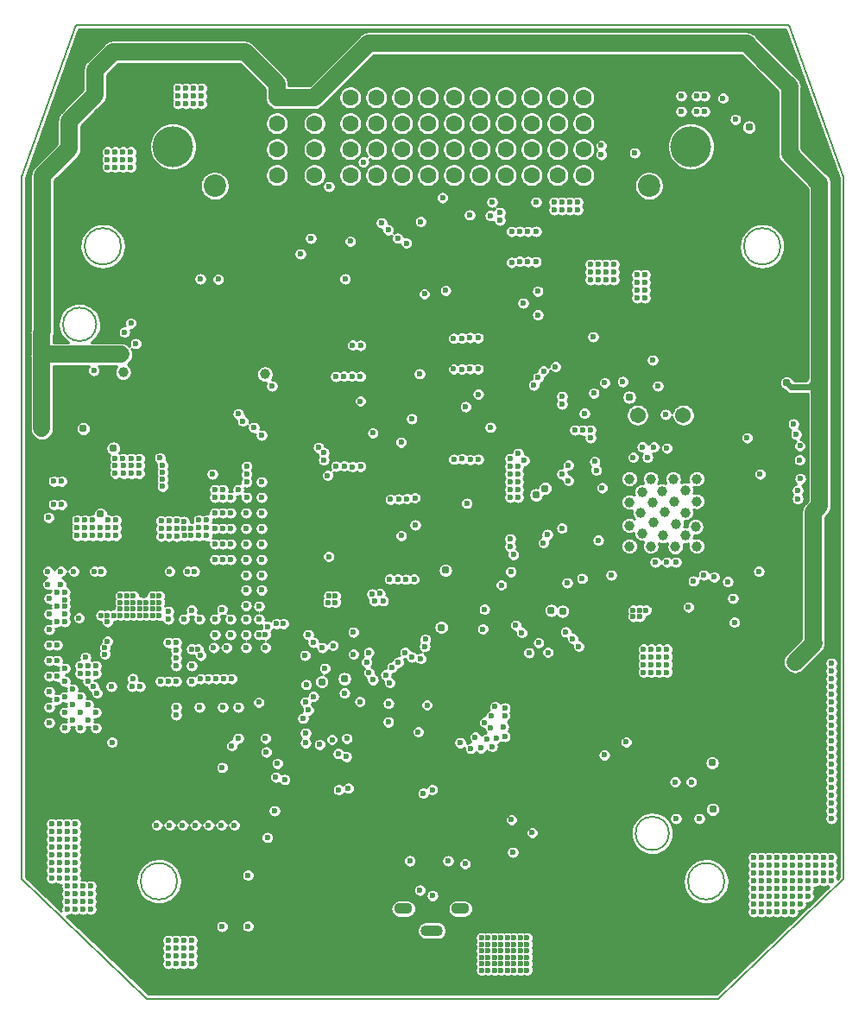
<source format=gbr>
G04 #@! TF.GenerationSoftware,KiCad,Pcbnew,(5.1.0-rc2-21-g16b3c80a7)*
G04 #@! TF.CreationDate,2019-06-05T23:58:20+02:00*
G04 #@! TF.ProjectId,microRusEfi,6d696372-6f52-4757-9345-66692e6b6963,R0.1*
G04 #@! TF.SameCoordinates,Original*
G04 #@! TF.FileFunction,Copper,L2,Inr*
G04 #@! TF.FilePolarity,Positive*
%FSLAX46Y46*%
G04 Gerber Fmt 4.6, Leading zero omitted, Abs format (unit mm)*
G04 Created by KiCad (PCBNEW (5.1.0-rc2-21-g16b3c80a7)) date 2019-06-05 23:58:20*
%MOMM*%
%LPD*%
G04 APERTURE LIST*
%ADD10C,0.200000*%
%ADD11C,2.200000*%
%ADD12C,4.000000*%
%ADD13C,1.600000*%
%ADD14O,1.800000X1.100000*%
%ADD15O,2.200000X1.100000*%
%ADD16C,1.000000*%
%ADD17C,0.600000*%
%ADD18C,0.789940*%
%ADD19C,1.541780*%
%ADD20C,1.651000*%
%ADD21C,0.600000*%
%ADD22C,0.228600*%
G04 APERTURE END LIST*
D10*
X20600000Y-35538500D02*
X25895900Y-20600000D01*
X32844596Y-116072400D02*
X20601600Y-104381342D01*
X101188000Y-35538500D02*
X95841300Y-20600000D01*
X101189600Y-104381342D02*
X88946604Y-116072400D01*
X25895900Y-20600000D02*
X95841300Y-20600000D01*
X101188000Y-35538500D02*
X101189600Y-104381342D01*
X20600000Y-35538500D02*
X20601600Y-104381342D01*
X84085800Y-99870300D02*
G75*
G03X84085800Y-99870300I-1638300J0D01*
G01*
X32844596Y-116072400D02*
X88946604Y-116072400D01*
X27926400Y-49959301D02*
G75*
G03X27926400Y-49959301I-1638300J0D01*
G01*
X89521400Y-104569300D02*
G75*
G03X89521400Y-104569300I-1790700J0D01*
G01*
X95020499Y-42301200D02*
G75*
G03X95020499Y-42301200I-1790700J0D01*
G01*
X30352101Y-42301200D02*
G75*
G03X30352101Y-42301200I-1790700J0D01*
G01*
X35851200Y-104569300D02*
G75*
G03X35851200Y-104569300I-1790700J0D01*
G01*
D11*
X82132000Y-36372200D03*
X39532000Y-36372200D03*
D12*
X86232000Y-32522200D03*
X35432000Y-32522200D03*
D13*
X45622000Y-35332200D03*
X45622000Y-32792200D03*
X45622000Y-30252200D03*
X45622000Y-27712200D03*
X49322000Y-35332200D03*
X49322000Y-32792200D03*
X49322000Y-30252200D03*
X49322000Y-27712200D03*
X52822000Y-35332200D03*
X52822000Y-32792200D03*
X52822000Y-30252200D03*
X52822000Y-27712200D03*
X55362000Y-35332200D03*
X55362000Y-32792200D03*
X55362000Y-30252200D03*
X55362000Y-27712200D03*
X57902000Y-35332200D03*
X57902000Y-32792200D03*
X57902000Y-30252200D03*
X57902000Y-27712200D03*
X60442000Y-35332200D03*
X60442000Y-32792200D03*
X60442000Y-30252200D03*
X60442000Y-27712200D03*
X62982000Y-35332200D03*
X62982000Y-32792200D03*
X62982000Y-30252200D03*
X62982000Y-27712200D03*
X65522000Y-35332200D03*
X65522000Y-32792200D03*
X65522000Y-30252200D03*
X65522000Y-27712200D03*
X68062000Y-35332200D03*
X68062000Y-32792200D03*
X68062000Y-30252200D03*
X68062000Y-27712200D03*
X70602000Y-35332200D03*
X70602000Y-32792200D03*
X70602000Y-30252200D03*
X70602000Y-27712200D03*
X73142000Y-35332200D03*
X73142000Y-32792200D03*
X73142000Y-30252200D03*
X73142000Y-27712200D03*
X75682000Y-35332200D03*
X75682000Y-32792200D03*
X75682000Y-30252200D03*
X75682000Y-27712200D03*
D14*
X58030500Y-107256800D03*
X63630500Y-107256800D03*
D15*
X60830500Y-109406800D03*
D16*
X80198000Y-65101000D03*
X86802000Y-65101000D03*
X86802000Y-71705000D03*
X80198000Y-71705000D03*
X86800000Y-67303000D03*
X80198000Y-69673000D03*
X80198000Y-67387000D03*
X82300000Y-65103000D03*
X83400000Y-66303000D03*
X84500000Y-65103000D03*
X83500000Y-70653000D03*
X84700000Y-71753000D03*
X82300000Y-71705000D03*
X81468000Y-66371000D03*
X85700000Y-66203000D03*
X86700000Y-69803000D03*
X81300000Y-68403000D03*
X85700000Y-68403000D03*
X85700000Y-70653000D03*
X81468000Y-70435000D03*
X82514480Y-67392080D03*
X84625220Y-67328580D03*
X83670180Y-68380140D03*
X82603380Y-69370740D03*
X84790320Y-69510440D03*
D17*
X68514000Y-63119800D03*
X76388000Y-60325800D03*
X75626000Y-60325800D03*
X76388000Y-61087800D03*
X65836800Y-79832200D03*
X59624000Y-54801300D03*
X80579000Y-62992800D03*
X81976000Y-62992800D03*
X91755000Y-61087800D03*
X93025000Y-64643800D03*
X78420000Y-74549800D03*
X77150000Y-71120800D03*
X75562500Y-74867300D03*
X59204900Y-69622200D03*
X53820100Y-57481000D03*
X65377100Y-56807900D03*
X90510400Y-79172600D03*
X90358000Y-76835800D03*
X92898000Y-74168800D03*
X89850000Y-75184800D03*
X57831600Y-70678000D03*
X27683500Y-54483800D03*
X48387000Y-82423000D03*
X54127400Y-34036000D03*
X50734000Y-36449800D03*
X45400000Y-97663800D03*
X82484000Y-53467800D03*
X82992000Y-56007800D03*
X64143500Y-58028800D03*
X71212750Y-46705050D03*
X60351200Y-87284600D03*
X48448000Y-90043800D03*
X60195500Y-80836300D03*
X86280000Y-94820300D03*
X84692500Y-94820300D03*
X29842500Y-69152300D03*
X29080500Y-69152300D03*
X27556500Y-69152300D03*
X26794500Y-69152300D03*
X26032500Y-69152300D03*
X26032500Y-69914300D03*
X26794500Y-69914300D03*
X27556500Y-69914300D03*
X28318500Y-69914300D03*
X29080500Y-69914300D03*
X29842500Y-69914300D03*
X29842500Y-70676300D03*
X29080500Y-70676300D03*
X28318500Y-70676300D03*
X27556500Y-70676300D03*
X26794500Y-70676300D03*
X26032500Y-70676300D03*
X34287500Y-69215800D03*
X35049500Y-69215800D03*
X35811500Y-69215800D03*
X35811500Y-69977800D03*
X35049500Y-69977800D03*
X34287500Y-69977800D03*
X34287500Y-70739800D03*
X35049500Y-70739800D03*
X35811500Y-70739800D03*
X37970500Y-70676300D03*
X38732500Y-70676300D03*
X38732500Y-69914300D03*
X37970500Y-69914300D03*
X37970500Y-69152300D03*
X38732500Y-69152300D03*
X31493500Y-84698500D03*
X40256500Y-77915300D03*
X37272000Y-77978800D03*
X26858000Y-82614300D03*
X96708000Y-67056800D03*
X96708000Y-66231300D03*
X96962000Y-65088300D03*
X96898500Y-63246800D03*
X45146000Y-56007800D03*
X48702000Y-80391800D03*
X49834800Y-91160600D03*
X75245000Y-81534800D03*
X72832000Y-37973800D03*
X72832000Y-38735800D03*
X73594000Y-38735800D03*
X73594000Y-37973800D03*
X74356000Y-37973800D03*
X74356000Y-38735800D03*
X75118000Y-38735800D03*
X75118000Y-37973800D03*
X85278000Y-27559800D03*
X86802000Y-27559800D03*
X87564000Y-27559800D03*
X48956000Y-41529800D03*
X67498000Y-39751800D03*
X67498000Y-38989800D03*
X66736000Y-37973800D03*
X71054000Y-37973800D03*
X77150000Y-44069800D03*
X77912000Y-44069800D03*
X78674000Y-44069800D03*
X78674000Y-44831800D03*
X77912000Y-44831800D03*
X77150000Y-44831800D03*
X77150000Y-45593800D03*
X77912000Y-45593800D03*
X78674000Y-45593800D03*
X50720000Y-72722300D03*
X77533530Y-65987470D03*
X80960000Y-47371800D03*
X81722000Y-47371800D03*
X81722000Y-46609800D03*
X80960000Y-46609800D03*
X80960000Y-45847800D03*
X81722000Y-45847800D03*
X81722000Y-45085800D03*
X80960000Y-45085800D03*
X87564000Y-29083800D03*
X86802000Y-29083800D03*
X85278000Y-29083800D03*
X76388000Y-45593800D03*
X76388000Y-44831800D03*
X76388000Y-44069800D03*
X69784000Y-47879800D03*
X69276000Y-63881800D03*
X69276000Y-64643800D03*
X69276000Y-65405800D03*
X69276000Y-66167800D03*
X69276000Y-66929800D03*
X68514000Y-66929800D03*
X68514000Y-66167800D03*
X68514000Y-65405800D03*
X68514000Y-64643800D03*
X68514000Y-63881800D03*
X69276000Y-62611800D03*
X68514000Y-70993800D03*
X68514000Y-71755800D03*
X50734000Y-76581800D03*
X44130000Y-76010300D03*
X44130000Y-74549800D03*
X44130000Y-73025800D03*
X44130000Y-71501800D03*
X44130000Y-69977800D03*
X44130000Y-68453800D03*
X44130000Y-66929800D03*
X44130000Y-65405800D03*
X44130000Y-60833800D03*
X43368000Y-60071800D03*
X35748000Y-84963800D03*
X37272000Y-84963800D03*
X38161000Y-84709800D03*
X38923000Y-84709800D03*
X39685000Y-84709800D03*
X40447000Y-84709800D03*
X41209000Y-84709800D03*
X37272000Y-83439800D03*
X35748000Y-83439800D03*
X35748000Y-82677800D03*
X35748000Y-81915800D03*
X36510000Y-78867800D03*
X38034000Y-78867800D03*
X39558000Y-78867800D03*
X41082000Y-78867800D03*
X42606000Y-78867800D03*
X39558000Y-80391800D03*
X41082000Y-80391800D03*
X42606000Y-80391800D03*
X24064000Y-84455800D03*
X24064000Y-82931800D03*
X24064000Y-81407800D03*
X24064000Y-79121800D03*
X24064000Y-77597800D03*
X23302000Y-78359800D03*
X23302000Y-79883800D03*
X23302000Y-81407800D03*
X23302000Y-82931800D03*
X23302000Y-84455800D03*
X26350000Y-83439800D03*
X27112000Y-83439800D03*
X27112000Y-84201800D03*
X26350000Y-84201800D03*
X27112000Y-84963800D03*
X27620000Y-85471800D03*
X27874000Y-83439800D03*
X27874000Y-84201800D03*
X42606000Y-74549800D03*
X42606000Y-68453800D03*
X42606000Y-71501800D03*
X42606000Y-69977800D03*
X42606000Y-73025800D03*
X25588000Y-87249800D03*
X24826000Y-86487800D03*
X24826000Y-88011800D03*
X25588000Y-85725800D03*
X25588000Y-88773800D03*
X24826000Y-89535800D03*
X24064000Y-86741800D03*
X23302000Y-85979800D03*
X23302000Y-89027800D03*
X23302000Y-87503800D03*
X25080000Y-100457800D03*
X25842000Y-99695800D03*
X25842000Y-101219800D03*
X25842000Y-100457800D03*
X25842000Y-98933800D03*
X25080000Y-98933800D03*
X25080000Y-99695800D03*
X25080000Y-101219800D03*
X24318000Y-100457800D03*
X23556000Y-99695800D03*
X24318000Y-98933800D03*
X23556000Y-98933800D03*
X23556000Y-100457800D03*
X24318000Y-99695800D03*
X23556000Y-101219800D03*
X24318000Y-101219800D03*
X25842000Y-103505800D03*
X25842000Y-102743800D03*
X25080000Y-102743800D03*
X25842000Y-101981800D03*
X25080000Y-104267800D03*
X25080000Y-103505800D03*
X25080000Y-101981800D03*
X25842000Y-104267800D03*
X23556000Y-104267800D03*
X24318000Y-103505800D03*
X24318000Y-101981800D03*
X24318000Y-102743800D03*
X24318000Y-104267800D03*
X23556000Y-102743800D03*
X23556000Y-101981800D03*
X23556000Y-103505800D03*
X26604000Y-105029800D03*
X27366000Y-107315800D03*
X25080000Y-106553800D03*
X25842000Y-106553800D03*
X26604000Y-105791800D03*
X25842000Y-107315800D03*
X25080000Y-107315800D03*
X27366000Y-105791800D03*
X25842000Y-105791800D03*
X25080000Y-105029800D03*
X25080000Y-105791800D03*
X26604000Y-106553800D03*
X27366000Y-105029800D03*
X26604000Y-107315800D03*
X27366000Y-106553800D03*
X25842000Y-105029800D03*
X36510000Y-110363800D03*
X35748000Y-111887800D03*
X37272000Y-112649800D03*
X34986000Y-112649800D03*
X37272000Y-111125800D03*
X34986000Y-110363800D03*
X36510000Y-111887800D03*
X36510000Y-112649800D03*
X35748000Y-111125800D03*
X34986000Y-111125800D03*
X37272000Y-111887800D03*
X37272000Y-110363800D03*
X35748000Y-110363800D03*
X34986000Y-111887800D03*
X36510000Y-111125800D03*
X35748000Y-112649800D03*
X100010000Y-102997800D03*
X98486000Y-102235800D03*
X98486000Y-103759800D03*
X99248000Y-103759800D03*
X99248000Y-102997800D03*
X100010000Y-102235800D03*
X99248000Y-104521800D03*
X100010000Y-103759800D03*
X98486000Y-104521800D03*
X98486000Y-102997800D03*
X100010000Y-104521800D03*
X99248000Y-102235800D03*
X96200000Y-104521800D03*
X96200000Y-102235800D03*
X96200000Y-102997800D03*
X96962000Y-103759800D03*
X96962000Y-104521800D03*
X96962000Y-102235800D03*
X95438000Y-104521800D03*
X96200000Y-103759800D03*
X95438000Y-103759800D03*
X97724000Y-103759800D03*
X96962000Y-102997800D03*
X95438000Y-102997800D03*
X97724000Y-104521800D03*
X97724000Y-102997800D03*
X95438000Y-102235800D03*
X97724000Y-102235800D03*
X94676000Y-104521800D03*
X93152000Y-103759800D03*
X92390000Y-102235800D03*
X93152000Y-102235800D03*
X93914000Y-102235800D03*
X92390000Y-104521800D03*
X92390000Y-103759800D03*
X93914000Y-103759800D03*
X94676000Y-103759800D03*
X92390000Y-102997800D03*
X93914000Y-102997800D03*
X94676000Y-102235800D03*
X93152000Y-102997800D03*
X93914000Y-104521800D03*
X93152000Y-104521800D03*
X94676000Y-102997800D03*
X96200000Y-107569800D03*
X95438000Y-107569800D03*
X96962000Y-105283800D03*
X96962000Y-106045800D03*
X95438000Y-105283800D03*
X96200000Y-106045800D03*
X95438000Y-106045800D03*
X96200000Y-106807800D03*
X97724000Y-105283800D03*
X97724000Y-106045800D03*
X96200000Y-105283800D03*
X96962000Y-106807800D03*
X95438000Y-106807800D03*
X93152000Y-106807800D03*
X93914000Y-106807800D03*
X92390000Y-106045800D03*
X92390000Y-105283800D03*
X93152000Y-107569800D03*
X94676000Y-107569800D03*
X92390000Y-107569800D03*
X94676000Y-106045800D03*
X93152000Y-105283800D03*
X93914000Y-107569800D03*
X93914000Y-106045800D03*
X94676000Y-106807800D03*
X93914000Y-105283800D03*
X93152000Y-106045800D03*
X92390000Y-106807800D03*
X94676000Y-105283800D03*
X83881000Y-83312800D03*
X82357000Y-82550800D03*
X83881000Y-81788800D03*
X83119000Y-82550800D03*
X81595000Y-84074800D03*
X82357000Y-83312800D03*
X83119000Y-83312800D03*
X82357000Y-84074800D03*
X81595000Y-82550800D03*
X83119000Y-81788800D03*
X81595000Y-83312800D03*
X83119000Y-84074800D03*
X81595000Y-81788800D03*
X82357000Y-81788800D03*
X83881000Y-82550800D03*
X83881000Y-84074800D03*
X100010000Y-93853800D03*
X100010000Y-93091800D03*
X100010000Y-94615800D03*
X100010000Y-97663800D03*
X100010000Y-98425800D03*
X100010000Y-96139800D03*
X100010000Y-96901800D03*
X100010000Y-95377800D03*
X100010000Y-86995800D03*
X100010000Y-90043800D03*
X100010000Y-90805800D03*
X100010000Y-92329800D03*
X100010000Y-89281800D03*
X100010000Y-87757800D03*
X100010000Y-88519800D03*
X100010000Y-91567800D03*
X100010000Y-85471800D03*
X100010000Y-83185800D03*
X100010000Y-86233800D03*
X100010000Y-84709800D03*
X100010000Y-83947800D03*
X87056000Y-98425800D03*
X84770000Y-98425800D03*
X74864000Y-60325800D03*
X73594000Y-57785800D03*
X73594000Y-57023800D03*
X39304000Y-64643800D03*
X73594000Y-64643800D03*
X74102000Y-75311800D03*
X50607000Y-64770800D03*
X50226000Y-63246800D03*
X50226000Y-62548300D03*
X49718000Y-62040300D03*
X51369000Y-76581800D03*
X51369000Y-77216800D03*
X50670500Y-77216800D03*
X46289000Y-79312300D03*
X45590500Y-79312300D03*
X41082000Y-68453800D03*
X41082000Y-71501800D03*
X41082000Y-69977800D03*
X41082000Y-73025800D03*
X42606000Y-77534300D03*
X42606000Y-76010300D03*
X40320000Y-71501800D03*
X39558000Y-68453800D03*
X40320000Y-73025800D03*
X40320000Y-68453800D03*
X39558000Y-71501800D03*
X40320000Y-69977800D03*
X39558000Y-73025800D03*
X39558000Y-69977800D03*
X42669500Y-65405800D03*
X42669500Y-66929800D03*
X42669500Y-63881800D03*
X42669500Y-64643800D03*
X30604500Y-64580300D03*
X30604500Y-63818300D03*
X31366500Y-63818300D03*
X31366500Y-64580300D03*
X24508500Y-67628300D03*
X23746500Y-67628300D03*
X24508500Y-65342300D03*
X23746500Y-65342300D03*
X32128500Y-64580300D03*
X32128500Y-63818300D03*
X32128500Y-63119800D03*
X31366500Y-63119800D03*
X30541000Y-63119800D03*
X29779000Y-63119800D03*
X29779000Y-63818300D03*
X29779000Y-64580300D03*
X34414500Y-65850300D03*
X34414500Y-65151800D03*
X34414500Y-64453300D03*
X34414500Y-63754800D03*
X34160500Y-63056300D03*
X39558000Y-66929800D03*
X39558000Y-66167800D03*
X40320000Y-66929800D03*
X41082000Y-66929800D03*
X41844000Y-66167800D03*
X40320000Y-66167800D03*
X37208500Y-70676300D03*
X36573500Y-70676300D03*
X37208500Y-69977800D03*
X36510000Y-69279300D03*
X36510000Y-69977800D03*
X36891000Y-74168800D03*
X37526000Y-74168800D03*
X35113000Y-74168800D03*
X28382000Y-74168800D03*
X27747000Y-74168800D03*
X34097000Y-76581800D03*
X34097000Y-77216800D03*
X34097000Y-77851800D03*
X34097000Y-78486800D03*
X33462000Y-78486800D03*
X32827000Y-78486800D03*
X32192000Y-78486800D03*
X31557000Y-78486800D03*
X30922000Y-78486800D03*
X30287000Y-78486800D03*
X33462000Y-77851800D03*
X32827000Y-77851800D03*
X32192000Y-77851800D03*
X31557000Y-77851800D03*
X30922000Y-77851800D03*
X30287000Y-77851800D03*
X30287000Y-77216800D03*
X30922000Y-77216800D03*
X31557000Y-77216800D03*
X32192000Y-77216800D03*
X32827000Y-77216800D03*
X33462000Y-77216800D03*
X33462000Y-76581800D03*
X31557000Y-76581800D03*
X30922000Y-76581800D03*
X30287000Y-76581800D03*
X29652000Y-78486800D03*
X29017000Y-78486800D03*
X28382000Y-78486800D03*
X29017000Y-79121800D03*
X29017000Y-81026800D03*
X26223000Y-78740800D03*
X25715000Y-74168800D03*
X24445000Y-74168800D03*
X23175000Y-74168800D03*
X24445000Y-75438800D03*
X23175000Y-75438800D03*
X26350000Y-86487800D03*
X26350000Y-89535800D03*
X27112000Y-88773800D03*
X27112000Y-87249800D03*
X27874000Y-88011800D03*
X27874000Y-89535800D03*
X28001000Y-86106800D03*
X29398000Y-85471800D03*
X31430000Y-85471800D03*
X32192000Y-85471800D03*
X35748000Y-81153800D03*
X34986000Y-81153800D03*
X34986000Y-78867800D03*
X34986000Y-78105800D03*
X41844000Y-87503800D03*
X40320000Y-87503800D03*
X38034000Y-87503800D03*
X35748000Y-87503800D03*
X35748000Y-88265800D03*
X44511000Y-90551800D03*
X41844000Y-90551800D03*
X43876000Y-80391800D03*
X42606000Y-81661800D03*
X44511000Y-81661800D03*
X44511000Y-80391800D03*
X40701000Y-81661800D03*
X39431000Y-81661800D03*
X43876000Y-77597800D03*
X43876000Y-78867800D03*
X34986000Y-84963800D03*
X34224000Y-84963800D03*
X38161000Y-82423800D03*
X37272000Y-81788800D03*
X37907000Y-81788800D03*
X37653000Y-99060800D03*
X33843000Y-99060800D03*
X40193000Y-99060800D03*
X36383000Y-99060800D03*
X35113000Y-99060800D03*
X38923000Y-99060800D03*
X41463000Y-99060800D03*
X66355000Y-113284800D03*
X67625000Y-112014800D03*
X67625000Y-112649800D03*
X66990000Y-112649800D03*
X66355000Y-112014800D03*
X65720000Y-112014800D03*
X65720000Y-110109800D03*
X66355000Y-112649800D03*
X66990000Y-112014800D03*
X66355000Y-111379800D03*
X66355000Y-110744800D03*
X65720000Y-113284800D03*
X66990000Y-113284800D03*
X65720000Y-112649800D03*
X67625000Y-110744800D03*
X67625000Y-113284800D03*
X67625000Y-110109800D03*
X66990000Y-111379800D03*
X65720000Y-111379800D03*
X68895000Y-110744800D03*
X69530000Y-112014800D03*
X68895000Y-111379800D03*
X70165000Y-110744800D03*
X68895000Y-112649800D03*
X70165000Y-112649800D03*
X68895000Y-112014800D03*
X70165000Y-111379800D03*
X69530000Y-110109800D03*
X70165000Y-113284800D03*
X69530000Y-111379800D03*
X68260000Y-110744800D03*
X68260000Y-112014800D03*
X68260000Y-112649800D03*
X68260000Y-110109800D03*
X69530000Y-113284800D03*
X69530000Y-112649800D03*
X68260000Y-111379800D03*
X70165000Y-110109800D03*
X69530000Y-110744800D03*
X68895000Y-113284800D03*
X70165000Y-112014800D03*
X68895000Y-110109800D03*
X68260000Y-113284800D03*
X67625000Y-111379800D03*
X66355000Y-110109800D03*
X66990000Y-110109800D03*
X66990000Y-110744800D03*
X65720000Y-110744800D03*
X76642000Y-51181800D03*
X80579000Y-77978800D03*
X81214000Y-77978800D03*
X80579000Y-78613800D03*
X81214000Y-78613800D03*
X81849000Y-77978800D03*
X84770000Y-73279800D03*
X83881000Y-73279800D03*
X82738000Y-73279800D03*
X68768000Y-101727800D03*
X44587200Y-91898000D03*
X73581300Y-69939700D03*
X45527000Y-94361800D03*
X24826000Y-84963800D03*
X24826000Y-83693800D03*
X28763000Y-81661800D03*
X28763000Y-82296800D03*
X24826000Y-79121800D03*
X24826000Y-78359800D03*
X24826000Y-77597800D03*
X24826000Y-76962800D03*
X24826000Y-76200800D03*
X24064000Y-76200800D03*
X23302000Y-76835800D03*
X60132000Y-81534800D03*
X56322000Y-84328800D03*
X52258000Y-86106800D03*
X26350000Y-88011800D03*
X38224500Y-27559800D03*
X36700500Y-27559800D03*
X36700500Y-28321800D03*
X38224500Y-28321800D03*
X37462500Y-28321800D03*
X37462500Y-26797800D03*
X38224500Y-26797800D03*
X37462500Y-27559800D03*
X35938500Y-26797800D03*
X35938500Y-27559800D03*
X35938500Y-28321800D03*
X36700500Y-26797800D03*
X29017000Y-34544800D03*
X29779000Y-33782800D03*
X29017000Y-33782800D03*
X30541000Y-33020800D03*
X30541000Y-34544800D03*
X31303000Y-34544800D03*
X29017000Y-33020800D03*
X29779000Y-34544800D03*
X30541000Y-33782800D03*
X31303000Y-33020800D03*
X29779000Y-33020800D03*
X31303000Y-33782800D03*
X56578500Y-87122000D03*
X52641500Y-95440500D03*
X52322600Y-45491400D03*
X50342800Y-83693000D03*
X53136800Y-80137000D03*
X71221600Y-49022000D03*
X59740800Y-39878000D03*
X64541400Y-39217600D03*
X58851800Y-59207400D03*
X66573400Y-60045600D03*
X55041800Y-60604400D03*
X57810400Y-61518800D03*
X80721200Y-33147000D03*
X77444600Y-33299400D03*
X77444600Y-32410400D03*
X52832000Y-41808400D03*
X61874400Y-37541200D03*
X66573400Y-39293800D03*
X60095100Y-46978600D03*
X56057800Y-77063600D03*
X55740300Y-76352400D03*
X55206900Y-77076300D03*
X54965600Y-76390500D03*
X59994800Y-95935800D03*
X60882950Y-95579350D03*
X68580000Y-74218800D03*
X65989200Y-77901800D03*
X67640200Y-75514200D03*
X74650600Y-80772000D03*
X73964800Y-80111600D03*
X72161400Y-70561200D03*
X64643000Y-91541600D03*
X66751200Y-91363800D03*
X67183000Y-90500200D03*
X56565800Y-88950800D03*
X67995800Y-87579200D03*
X67970400Y-88366600D03*
X67843400Y-89408000D03*
X67995800Y-90373200D03*
X65633600Y-91490800D03*
X88516500Y-74740300D03*
X79549000Y-55577300D03*
X87500500Y-74549800D03*
X77785000Y-55690300D03*
X78369200Y-105283800D03*
D18*
X71562000Y-67945800D03*
D17*
X86294000Y-78867800D03*
X56715700Y-69520600D03*
X51330900Y-57430200D03*
X63091100Y-56757100D03*
X69483900Y-55372800D03*
X59576500Y-56595300D03*
X60242400Y-53465300D03*
X57258500Y-52340800D03*
X62630600Y-68703900D03*
X62646600Y-64974000D03*
X69998500Y-61786300D03*
X68514000Y-46736800D03*
X74038500Y-41783800D03*
D18*
X32228800Y-96611000D03*
D17*
X75306000Y-44834300D03*
X64579500Y-46734300D03*
X66035000Y-43114800D03*
X67053500Y-51308800D03*
X47545000Y-47258800D03*
X49476700Y-110020900D03*
X49476700Y-108137300D03*
X65847000Y-101219800D03*
X79323000Y-51040800D03*
X55492700Y-63144400D03*
X51686500Y-46332100D03*
X53594000Y-45669200D03*
X58343800Y-46151800D03*
D18*
X37081500Y-68453800D03*
X32700000Y-76200800D03*
D17*
X31851600Y-61676000D03*
X31305500Y-69000500D03*
X75793969Y-58684631D03*
D18*
X71054000Y-66675800D03*
D17*
X76718200Y-56693600D03*
D18*
X71943000Y-66040800D03*
X72527200Y-78004200D03*
X88382800Y-97505400D03*
D17*
X48738700Y-87784600D03*
X76959500Y-64262800D03*
X48448000Y-86995800D03*
X74229000Y-63754800D03*
X49221149Y-86435449D03*
X43850600Y-87021200D03*
X42796500Y-103968900D03*
X74229000Y-65278800D03*
X48511500Y-85281300D03*
X76803300Y-63403000D03*
X45680100Y-93016300D03*
X69911000Y-63310300D03*
X48448000Y-91000120D03*
X30682000Y-50723300D03*
X29461500Y-90932800D03*
D18*
X52258000Y-84709800D03*
X50039320Y-85010780D03*
D17*
X51680150Y-95600050D03*
X59497000Y-89916800D03*
X51652999Y-92045801D03*
X53149500Y-82296000D03*
D18*
X62164000Y-74063900D03*
D17*
X68834000Y-72542400D03*
D18*
X61761800Y-79665400D03*
D17*
X52446900Y-92345800D03*
X71769200Y-71374000D03*
X64083000Y-102856800D03*
X58671500Y-102555000D03*
X52486600Y-90566200D03*
X62424900Y-102555000D03*
X51038800Y-90667800D03*
X62970600Y-51327700D03*
X65370600Y-51277200D03*
X44739600Y-79579000D03*
X40256500Y-109008900D03*
X42796500Y-108966800D03*
X49210000Y-81153800D03*
X53039000Y-63926300D03*
X54671000Y-84125600D03*
X53839000Y-63888300D03*
X55052000Y-84811400D03*
X56931600Y-83592200D03*
X56684100Y-74938700D03*
X57541200Y-83084200D03*
X57484100Y-74926100D03*
X58201600Y-82119000D03*
X58284100Y-74951600D03*
X58862000Y-82576200D03*
X59084100Y-74939000D03*
X62996000Y-63176800D03*
X53771800Y-86944200D03*
X63601600Y-90982800D03*
X63796000Y-63138800D03*
X64596000Y-63227800D03*
X65085000Y-90424800D03*
X65396000Y-63189800D03*
X66228000Y-90615300D03*
D18*
X73644800Y-78086138D03*
X88320000Y-92945400D03*
D17*
X51439000Y-63875300D03*
X64570600Y-51251700D03*
D16*
X30566400Y-54636200D03*
D17*
X38124000Y-45503800D03*
D16*
X44462100Y-54837500D03*
D17*
X39874000Y-45531800D03*
D19*
X81010800Y-58852600D03*
D17*
X89381838Y-27773962D03*
D19*
X85481200Y-58852600D03*
D17*
X90601048Y-29856752D03*
X51439000Y-51812000D03*
X60261500Y-41529000D03*
X36726000Y-95925500D03*
X36726000Y-93957000D03*
X88378000Y-51040000D03*
X46392250Y-94588750D03*
X44704000Y-100266500D03*
X65370600Y-54325200D03*
X59173000Y-66961700D03*
X64570600Y-54312400D03*
X58373000Y-67050500D03*
X63770600Y-54350400D03*
X57573000Y-67088500D03*
X62970600Y-54337600D03*
X56773000Y-67126500D03*
X53813600Y-55049100D03*
X53013600Y-55036300D03*
D18*
X30350500Y-52896300D03*
D17*
X47940000Y-43053800D03*
D19*
X96454000Y-83058800D03*
D18*
X80198000Y-57087300D03*
D17*
X83762750Y-58793050D03*
D18*
X22573500Y-60168800D03*
X95922250Y-26631050D03*
X91948000Y-30607000D03*
X95631000Y-55689500D03*
X26648400Y-60168800D03*
X29588500Y-62103800D03*
X28331200Y-68568100D03*
D17*
X23238500Y-68898300D03*
X54442400Y-83084200D03*
X56703000Y-85090800D03*
X51413600Y-55074200D03*
X71047500Y-43822300D03*
X70247500Y-43796800D03*
X69447500Y-43771300D03*
X68647500Y-43883900D03*
X50086800Y-81661300D03*
X60896500Y-105981500D03*
X51140400Y-81445900D03*
X59658250Y-105441750D03*
X67028100Y-87440300D03*
X72959000Y-54102800D03*
X66607449Y-89562751D03*
X70831750Y-55912550D03*
X66012100Y-88989700D03*
X71244500Y-55182300D03*
X66659810Y-88380110D03*
X71784250Y-54515550D03*
X52239000Y-63837300D03*
X54645600Y-82119000D03*
X48194000Y-88583300D03*
X86484500Y-75121300D03*
X31313800Y-49837500D03*
X42288500Y-59436800D03*
X31790300Y-51837500D03*
X41844000Y-58738300D03*
X77749400Y-92189300D03*
X72212200Y-82118200D03*
X70675500Y-99809300D03*
X71297800Y-81178400D03*
X79895700Y-90919300D03*
X69659500Y-80187800D03*
X86000000Y-77684800D03*
X69062600Y-79463900D03*
X52213600Y-55023500D03*
X53065300Y-51989100D03*
X58343800Y-41986200D03*
X57480200Y-41503600D03*
X56540400Y-40690800D03*
X55905420Y-40004980D03*
X53839000Y-52015400D03*
X71054000Y-40845600D03*
X70247500Y-40850300D03*
X69466500Y-40833100D03*
X68647500Y-40852100D03*
X59740800Y-82727800D03*
X62179200Y-46634400D03*
X64262000Y-67500500D03*
X63770600Y-51316800D03*
X41205168Y-91278868D03*
X40259000Y-93408500D03*
X68643500Y-98539300D03*
X70358000Y-82169000D03*
X83881000Y-62103800D03*
X96931900Y-61879900D03*
X82611000Y-61976800D03*
X96550900Y-60736900D03*
X81468000Y-61976800D03*
X96296900Y-59720900D03*
D20*
X45622000Y-27712200D02*
X49322000Y-27712200D01*
D21*
X98136750Y-55722050D02*
X98041500Y-55817300D01*
D20*
X54633900Y-22400300D02*
X53731700Y-23302500D01*
X57122100Y-22400300D02*
X54633900Y-22400300D01*
X53731700Y-23302500D02*
X49322000Y-27712200D01*
X57122100Y-22400300D02*
X56100500Y-22400300D01*
X22705300Y-52896300D02*
X22573500Y-53028100D01*
X30350500Y-52896300D02*
X22705300Y-52896300D01*
X22573500Y-53028100D02*
X22573500Y-60168800D01*
X98856800Y-36093400D02*
X98856800Y-54559200D01*
D21*
X98856800Y-55002000D02*
X98136750Y-55722050D01*
X98856800Y-54559200D02*
X98856800Y-55002000D01*
D20*
X98278100Y-81234700D02*
X96454000Y-83058800D01*
X98247200Y-81203800D02*
X98278100Y-81234700D01*
X98247200Y-68351400D02*
X98247200Y-81203800D01*
X98856800Y-67741800D02*
X98247200Y-68351400D01*
X22573500Y-50756300D02*
X22573500Y-53028100D01*
X22644100Y-35369500D02*
X22644100Y-50685700D01*
X25273000Y-32740600D02*
X22644100Y-35369500D01*
X25273000Y-29997400D02*
X25273000Y-32740600D01*
X45622000Y-27712200D02*
X45622000Y-26368698D01*
X45622000Y-26368698D02*
X42495102Y-23241800D01*
X42495102Y-23241800D02*
X29564800Y-23241800D01*
X29564800Y-23241800D02*
X27813000Y-24993600D01*
X27813000Y-24993600D02*
X27813000Y-27457400D01*
X22644100Y-50685700D02*
X22573500Y-50756300D01*
X27813000Y-27457400D02*
X25273000Y-29997400D01*
X98856800Y-36093400D02*
X98780600Y-36093400D01*
X95922250Y-33235050D02*
X95922250Y-30161650D01*
X98780600Y-36093400D02*
X95922250Y-33235050D01*
X95922250Y-26631050D02*
X95922250Y-30161650D01*
X93510100Y-24218900D02*
X95922250Y-26631050D01*
X91691500Y-22400300D02*
X93510100Y-24218900D01*
X57122100Y-22400300D02*
X91691500Y-22400300D01*
D21*
X98856800Y-56121300D02*
X96062800Y-56121300D01*
D20*
X98856800Y-56121300D02*
X98856800Y-67741800D01*
X98856800Y-54559200D02*
X98856800Y-56121300D01*
D21*
X96062800Y-56121300D02*
X95631000Y-55689500D01*
D22*
G36*
X100745102Y-35615380D02*
G01*
X100746696Y-104191880D01*
X100619517Y-104313325D01*
X100579731Y-104217273D01*
X100528633Y-104140800D01*
X100579731Y-104064327D01*
X100628194Y-103947327D01*
X100652900Y-103823120D01*
X100652900Y-103696480D01*
X100628194Y-103572273D01*
X100579731Y-103455273D01*
X100528633Y-103378800D01*
X100579731Y-103302327D01*
X100628194Y-103185327D01*
X100652900Y-103061120D01*
X100652900Y-102934480D01*
X100628194Y-102810273D01*
X100579731Y-102693273D01*
X100528633Y-102616800D01*
X100579731Y-102540327D01*
X100628194Y-102423327D01*
X100652900Y-102299120D01*
X100652900Y-102172480D01*
X100628194Y-102048273D01*
X100579731Y-101931273D01*
X100509373Y-101825975D01*
X100419825Y-101736427D01*
X100314527Y-101666069D01*
X100197527Y-101617606D01*
X100073320Y-101592900D01*
X99946680Y-101592900D01*
X99822473Y-101617606D01*
X99705473Y-101666069D01*
X99629000Y-101717167D01*
X99552527Y-101666069D01*
X99435527Y-101617606D01*
X99311320Y-101592900D01*
X99184680Y-101592900D01*
X99060473Y-101617606D01*
X98943473Y-101666069D01*
X98867000Y-101717167D01*
X98790527Y-101666069D01*
X98673527Y-101617606D01*
X98549320Y-101592900D01*
X98422680Y-101592900D01*
X98298473Y-101617606D01*
X98181473Y-101666069D01*
X98105000Y-101717167D01*
X98028527Y-101666069D01*
X97911527Y-101617606D01*
X97787320Y-101592900D01*
X97660680Y-101592900D01*
X97536473Y-101617606D01*
X97419473Y-101666069D01*
X97343000Y-101717167D01*
X97266527Y-101666069D01*
X97149527Y-101617606D01*
X97025320Y-101592900D01*
X96898680Y-101592900D01*
X96774473Y-101617606D01*
X96657473Y-101666069D01*
X96581000Y-101717167D01*
X96504527Y-101666069D01*
X96387527Y-101617606D01*
X96263320Y-101592900D01*
X96136680Y-101592900D01*
X96012473Y-101617606D01*
X95895473Y-101666069D01*
X95819000Y-101717167D01*
X95742527Y-101666069D01*
X95625527Y-101617606D01*
X95501320Y-101592900D01*
X95374680Y-101592900D01*
X95250473Y-101617606D01*
X95133473Y-101666069D01*
X95057000Y-101717167D01*
X94980527Y-101666069D01*
X94863527Y-101617606D01*
X94739320Y-101592900D01*
X94612680Y-101592900D01*
X94488473Y-101617606D01*
X94371473Y-101666069D01*
X94295000Y-101717167D01*
X94218527Y-101666069D01*
X94101527Y-101617606D01*
X93977320Y-101592900D01*
X93850680Y-101592900D01*
X93726473Y-101617606D01*
X93609473Y-101666069D01*
X93533000Y-101717167D01*
X93456527Y-101666069D01*
X93339527Y-101617606D01*
X93215320Y-101592900D01*
X93088680Y-101592900D01*
X92964473Y-101617606D01*
X92847473Y-101666069D01*
X92771000Y-101717167D01*
X92694527Y-101666069D01*
X92577527Y-101617606D01*
X92453320Y-101592900D01*
X92326680Y-101592900D01*
X92202473Y-101617606D01*
X92085473Y-101666069D01*
X91980175Y-101736427D01*
X91890627Y-101825975D01*
X91820269Y-101931273D01*
X91771806Y-102048273D01*
X91747100Y-102172480D01*
X91747100Y-102299120D01*
X91771806Y-102423327D01*
X91820269Y-102540327D01*
X91871367Y-102616800D01*
X91820269Y-102693273D01*
X91771806Y-102810273D01*
X91747100Y-102934480D01*
X91747100Y-103061120D01*
X91771806Y-103185327D01*
X91820269Y-103302327D01*
X91871367Y-103378800D01*
X91820269Y-103455273D01*
X91771806Y-103572273D01*
X91747100Y-103696480D01*
X91747100Y-103823120D01*
X91771806Y-103947327D01*
X91820269Y-104064327D01*
X91871367Y-104140800D01*
X91820269Y-104217273D01*
X91771806Y-104334273D01*
X91747100Y-104458480D01*
X91747100Y-104585120D01*
X91771806Y-104709327D01*
X91820269Y-104826327D01*
X91871367Y-104902800D01*
X91820269Y-104979273D01*
X91771806Y-105096273D01*
X91747100Y-105220480D01*
X91747100Y-105347120D01*
X91771806Y-105471327D01*
X91820269Y-105588327D01*
X91871367Y-105664800D01*
X91820269Y-105741273D01*
X91771806Y-105858273D01*
X91747100Y-105982480D01*
X91747100Y-106109120D01*
X91771806Y-106233327D01*
X91820269Y-106350327D01*
X91871367Y-106426800D01*
X91820269Y-106503273D01*
X91771806Y-106620273D01*
X91747100Y-106744480D01*
X91747100Y-106871120D01*
X91771806Y-106995327D01*
X91820269Y-107112327D01*
X91871367Y-107188800D01*
X91820269Y-107265273D01*
X91771806Y-107382273D01*
X91747100Y-107506480D01*
X91747100Y-107633120D01*
X91771806Y-107757327D01*
X91820269Y-107874327D01*
X91890627Y-107979625D01*
X91980175Y-108069173D01*
X92085473Y-108139531D01*
X92202473Y-108187994D01*
X92326680Y-108212700D01*
X92453320Y-108212700D01*
X92577527Y-108187994D01*
X92694527Y-108139531D01*
X92771000Y-108088433D01*
X92847473Y-108139531D01*
X92964473Y-108187994D01*
X93088680Y-108212700D01*
X93215320Y-108212700D01*
X93339527Y-108187994D01*
X93456527Y-108139531D01*
X93533000Y-108088433D01*
X93609473Y-108139531D01*
X93726473Y-108187994D01*
X93850680Y-108212700D01*
X93977320Y-108212700D01*
X94101527Y-108187994D01*
X94218527Y-108139531D01*
X94295000Y-108088433D01*
X94371473Y-108139531D01*
X94488473Y-108187994D01*
X94612680Y-108212700D01*
X94739320Y-108212700D01*
X94863527Y-108187994D01*
X94980527Y-108139531D01*
X95057000Y-108088433D01*
X95133473Y-108139531D01*
X95250473Y-108187994D01*
X95374680Y-108212700D01*
X95501320Y-108212700D01*
X95625527Y-108187994D01*
X95742527Y-108139531D01*
X95819000Y-108088433D01*
X95895473Y-108139531D01*
X96012473Y-108187994D01*
X96136680Y-108212700D01*
X96263320Y-108212700D01*
X96387527Y-108187994D01*
X96504527Y-108139531D01*
X96609825Y-108069173D01*
X96699373Y-107979625D01*
X96769731Y-107874327D01*
X96818194Y-107757327D01*
X96842900Y-107633120D01*
X96842900Y-107506480D01*
X96829050Y-107436850D01*
X96898680Y-107450700D01*
X97025320Y-107450700D01*
X97149527Y-107425994D01*
X97266527Y-107377531D01*
X97371825Y-107307173D01*
X97461373Y-107217625D01*
X97531731Y-107112327D01*
X97580194Y-106995327D01*
X97604900Y-106871120D01*
X97604900Y-106744480D01*
X97591050Y-106674850D01*
X97660680Y-106688700D01*
X97787320Y-106688700D01*
X97911527Y-106663994D01*
X98028527Y-106615531D01*
X98133825Y-106545173D01*
X98223373Y-106455625D01*
X98293731Y-106350327D01*
X98342194Y-106233327D01*
X98366900Y-106109120D01*
X98366900Y-105982480D01*
X98342194Y-105858273D01*
X98293731Y-105741273D01*
X98242633Y-105664800D01*
X98293731Y-105588327D01*
X98342194Y-105471327D01*
X98366900Y-105347120D01*
X98366900Y-105220480D01*
X98353050Y-105150850D01*
X98422680Y-105164700D01*
X98549320Y-105164700D01*
X98673527Y-105139994D01*
X98790527Y-105091531D01*
X98867000Y-105040433D01*
X98943473Y-105091531D01*
X99060473Y-105139994D01*
X99184680Y-105164700D01*
X99311320Y-105164700D01*
X99435527Y-105139994D01*
X99552527Y-105091531D01*
X99629000Y-105040433D01*
X99705473Y-105091531D01*
X99774591Y-105120161D01*
X88769104Y-115629500D01*
X33022097Y-115629500D01*
X27441492Y-110300480D01*
X34343100Y-110300480D01*
X34343100Y-110427120D01*
X34367806Y-110551327D01*
X34416269Y-110668327D01*
X34467367Y-110744800D01*
X34416269Y-110821273D01*
X34367806Y-110938273D01*
X34343100Y-111062480D01*
X34343100Y-111189120D01*
X34367806Y-111313327D01*
X34416269Y-111430327D01*
X34467367Y-111506800D01*
X34416269Y-111583273D01*
X34367806Y-111700273D01*
X34343100Y-111824480D01*
X34343100Y-111951120D01*
X34367806Y-112075327D01*
X34416269Y-112192327D01*
X34467367Y-112268800D01*
X34416269Y-112345273D01*
X34367806Y-112462273D01*
X34343100Y-112586480D01*
X34343100Y-112713120D01*
X34367806Y-112837327D01*
X34416269Y-112954327D01*
X34486627Y-113059625D01*
X34576175Y-113149173D01*
X34681473Y-113219531D01*
X34798473Y-113267994D01*
X34922680Y-113292700D01*
X35049320Y-113292700D01*
X35173527Y-113267994D01*
X35290527Y-113219531D01*
X35367000Y-113168433D01*
X35443473Y-113219531D01*
X35560473Y-113267994D01*
X35684680Y-113292700D01*
X35811320Y-113292700D01*
X35935527Y-113267994D01*
X36052527Y-113219531D01*
X36129000Y-113168433D01*
X36205473Y-113219531D01*
X36322473Y-113267994D01*
X36446680Y-113292700D01*
X36573320Y-113292700D01*
X36697527Y-113267994D01*
X36814527Y-113219531D01*
X36891000Y-113168433D01*
X36967473Y-113219531D01*
X37084473Y-113267994D01*
X37208680Y-113292700D01*
X37335320Y-113292700D01*
X37459527Y-113267994D01*
X37576527Y-113219531D01*
X37681825Y-113149173D01*
X37771373Y-113059625D01*
X37841731Y-112954327D01*
X37890194Y-112837327D01*
X37914900Y-112713120D01*
X37914900Y-112586480D01*
X37890194Y-112462273D01*
X37841731Y-112345273D01*
X37790633Y-112268800D01*
X37841731Y-112192327D01*
X37890194Y-112075327D01*
X37914900Y-111951120D01*
X37914900Y-111824480D01*
X37890194Y-111700273D01*
X37841731Y-111583273D01*
X37790633Y-111506800D01*
X37841731Y-111430327D01*
X37890194Y-111313327D01*
X37914900Y-111189120D01*
X37914900Y-111062480D01*
X37890194Y-110938273D01*
X37841731Y-110821273D01*
X37790633Y-110744800D01*
X37841731Y-110668327D01*
X37890194Y-110551327D01*
X37914900Y-110427120D01*
X37914900Y-110300480D01*
X37890194Y-110176273D01*
X37841731Y-110059273D01*
X37771373Y-109953975D01*
X37681825Y-109864427D01*
X37576527Y-109794069D01*
X37459527Y-109745606D01*
X37335320Y-109720900D01*
X37208680Y-109720900D01*
X37084473Y-109745606D01*
X36967473Y-109794069D01*
X36891000Y-109845167D01*
X36814527Y-109794069D01*
X36697527Y-109745606D01*
X36573320Y-109720900D01*
X36446680Y-109720900D01*
X36322473Y-109745606D01*
X36205473Y-109794069D01*
X36129000Y-109845167D01*
X36052527Y-109794069D01*
X35935527Y-109745606D01*
X35811320Y-109720900D01*
X35684680Y-109720900D01*
X35560473Y-109745606D01*
X35443473Y-109794069D01*
X35367000Y-109845167D01*
X35290527Y-109794069D01*
X35173527Y-109745606D01*
X35049320Y-109720900D01*
X34922680Y-109720900D01*
X34798473Y-109745606D01*
X34681473Y-109794069D01*
X34576175Y-109864427D01*
X34486627Y-109953975D01*
X34416269Y-110059273D01*
X34367806Y-110176273D01*
X34343100Y-110300480D01*
X27441492Y-110300480D01*
X26022627Y-108945580D01*
X39613600Y-108945580D01*
X39613600Y-109072220D01*
X39638306Y-109196427D01*
X39686769Y-109313427D01*
X39757127Y-109418725D01*
X39846675Y-109508273D01*
X39951973Y-109578631D01*
X40068973Y-109627094D01*
X40193180Y-109651800D01*
X40319820Y-109651800D01*
X40444027Y-109627094D01*
X40561027Y-109578631D01*
X40666325Y-109508273D01*
X40755873Y-109418725D01*
X40826231Y-109313427D01*
X40874694Y-109196427D01*
X40899400Y-109072220D01*
X40899400Y-108945580D01*
X40891026Y-108903480D01*
X42153600Y-108903480D01*
X42153600Y-109030120D01*
X42178306Y-109154327D01*
X42226769Y-109271327D01*
X42297127Y-109376625D01*
X42386675Y-109466173D01*
X42491973Y-109536531D01*
X42608973Y-109584994D01*
X42733180Y-109609700D01*
X42859820Y-109609700D01*
X42984027Y-109584994D01*
X43101027Y-109536531D01*
X43206325Y-109466173D01*
X43265698Y-109406800D01*
X59383280Y-109406800D01*
X59400520Y-109581839D01*
X59451577Y-109750151D01*
X59534489Y-109905269D01*
X59646070Y-110041230D01*
X59782031Y-110152811D01*
X59937149Y-110235723D01*
X60105461Y-110286780D01*
X60236639Y-110299700D01*
X61424361Y-110299700D01*
X61555539Y-110286780D01*
X61723851Y-110235723D01*
X61878969Y-110152811D01*
X62008532Y-110046480D01*
X65077100Y-110046480D01*
X65077100Y-110173120D01*
X65101806Y-110297327D01*
X65150269Y-110414327D01*
X65158937Y-110427300D01*
X65150269Y-110440273D01*
X65101806Y-110557273D01*
X65077100Y-110681480D01*
X65077100Y-110808120D01*
X65101806Y-110932327D01*
X65150269Y-111049327D01*
X65158937Y-111062300D01*
X65150269Y-111075273D01*
X65101806Y-111192273D01*
X65077100Y-111316480D01*
X65077100Y-111443120D01*
X65101806Y-111567327D01*
X65150269Y-111684327D01*
X65158937Y-111697300D01*
X65150269Y-111710273D01*
X65101806Y-111827273D01*
X65077100Y-111951480D01*
X65077100Y-112078120D01*
X65101806Y-112202327D01*
X65150269Y-112319327D01*
X65158937Y-112332300D01*
X65150269Y-112345273D01*
X65101806Y-112462273D01*
X65077100Y-112586480D01*
X65077100Y-112713120D01*
X65101806Y-112837327D01*
X65150269Y-112954327D01*
X65158937Y-112967300D01*
X65150269Y-112980273D01*
X65101806Y-113097273D01*
X65077100Y-113221480D01*
X65077100Y-113348120D01*
X65101806Y-113472327D01*
X65150269Y-113589327D01*
X65220627Y-113694625D01*
X65310175Y-113784173D01*
X65415473Y-113854531D01*
X65532473Y-113902994D01*
X65656680Y-113927700D01*
X65783320Y-113927700D01*
X65907527Y-113902994D01*
X66024527Y-113854531D01*
X66037500Y-113845863D01*
X66050473Y-113854531D01*
X66167473Y-113902994D01*
X66291680Y-113927700D01*
X66418320Y-113927700D01*
X66542527Y-113902994D01*
X66659527Y-113854531D01*
X66672500Y-113845863D01*
X66685473Y-113854531D01*
X66802473Y-113902994D01*
X66926680Y-113927700D01*
X67053320Y-113927700D01*
X67177527Y-113902994D01*
X67294527Y-113854531D01*
X67307500Y-113845863D01*
X67320473Y-113854531D01*
X67437473Y-113902994D01*
X67561680Y-113927700D01*
X67688320Y-113927700D01*
X67812527Y-113902994D01*
X67929527Y-113854531D01*
X67942500Y-113845863D01*
X67955473Y-113854531D01*
X68072473Y-113902994D01*
X68196680Y-113927700D01*
X68323320Y-113927700D01*
X68447527Y-113902994D01*
X68564527Y-113854531D01*
X68577500Y-113845863D01*
X68590473Y-113854531D01*
X68707473Y-113902994D01*
X68831680Y-113927700D01*
X68958320Y-113927700D01*
X69082527Y-113902994D01*
X69199527Y-113854531D01*
X69212500Y-113845863D01*
X69225473Y-113854531D01*
X69342473Y-113902994D01*
X69466680Y-113927700D01*
X69593320Y-113927700D01*
X69717527Y-113902994D01*
X69834527Y-113854531D01*
X69847500Y-113845863D01*
X69860473Y-113854531D01*
X69977473Y-113902994D01*
X70101680Y-113927700D01*
X70228320Y-113927700D01*
X70352527Y-113902994D01*
X70469527Y-113854531D01*
X70574825Y-113784173D01*
X70664373Y-113694625D01*
X70734731Y-113589327D01*
X70783194Y-113472327D01*
X70807900Y-113348120D01*
X70807900Y-113221480D01*
X70783194Y-113097273D01*
X70734731Y-112980273D01*
X70726063Y-112967300D01*
X70734731Y-112954327D01*
X70783194Y-112837327D01*
X70807900Y-112713120D01*
X70807900Y-112586480D01*
X70783194Y-112462273D01*
X70734731Y-112345273D01*
X70726063Y-112332300D01*
X70734731Y-112319327D01*
X70783194Y-112202327D01*
X70807900Y-112078120D01*
X70807900Y-111951480D01*
X70783194Y-111827273D01*
X70734731Y-111710273D01*
X70726063Y-111697300D01*
X70734731Y-111684327D01*
X70783194Y-111567327D01*
X70807900Y-111443120D01*
X70807900Y-111316480D01*
X70783194Y-111192273D01*
X70734731Y-111075273D01*
X70726063Y-111062300D01*
X70734731Y-111049327D01*
X70783194Y-110932327D01*
X70807900Y-110808120D01*
X70807900Y-110681480D01*
X70783194Y-110557273D01*
X70734731Y-110440273D01*
X70726063Y-110427300D01*
X70734731Y-110414327D01*
X70783194Y-110297327D01*
X70807900Y-110173120D01*
X70807900Y-110046480D01*
X70783194Y-109922273D01*
X70734731Y-109805273D01*
X70664373Y-109699975D01*
X70574825Y-109610427D01*
X70469527Y-109540069D01*
X70352527Y-109491606D01*
X70228320Y-109466900D01*
X70101680Y-109466900D01*
X69977473Y-109491606D01*
X69860473Y-109540069D01*
X69847500Y-109548737D01*
X69834527Y-109540069D01*
X69717527Y-109491606D01*
X69593320Y-109466900D01*
X69466680Y-109466900D01*
X69342473Y-109491606D01*
X69225473Y-109540069D01*
X69212500Y-109548737D01*
X69199527Y-109540069D01*
X69082527Y-109491606D01*
X68958320Y-109466900D01*
X68831680Y-109466900D01*
X68707473Y-109491606D01*
X68590473Y-109540069D01*
X68577500Y-109548737D01*
X68564527Y-109540069D01*
X68447527Y-109491606D01*
X68323320Y-109466900D01*
X68196680Y-109466900D01*
X68072473Y-109491606D01*
X67955473Y-109540069D01*
X67942500Y-109548737D01*
X67929527Y-109540069D01*
X67812527Y-109491606D01*
X67688320Y-109466900D01*
X67561680Y-109466900D01*
X67437473Y-109491606D01*
X67320473Y-109540069D01*
X67307500Y-109548737D01*
X67294527Y-109540069D01*
X67177527Y-109491606D01*
X67053320Y-109466900D01*
X66926680Y-109466900D01*
X66802473Y-109491606D01*
X66685473Y-109540069D01*
X66672500Y-109548737D01*
X66659527Y-109540069D01*
X66542527Y-109491606D01*
X66418320Y-109466900D01*
X66291680Y-109466900D01*
X66167473Y-109491606D01*
X66050473Y-109540069D01*
X66037500Y-109548737D01*
X66024527Y-109540069D01*
X65907527Y-109491606D01*
X65783320Y-109466900D01*
X65656680Y-109466900D01*
X65532473Y-109491606D01*
X65415473Y-109540069D01*
X65310175Y-109610427D01*
X65220627Y-109699975D01*
X65150269Y-109805273D01*
X65101806Y-109922273D01*
X65077100Y-110046480D01*
X62008532Y-110046480D01*
X62014930Y-110041230D01*
X62126511Y-109905269D01*
X62209423Y-109750151D01*
X62260480Y-109581839D01*
X62277720Y-109406800D01*
X62260480Y-109231761D01*
X62209423Y-109063449D01*
X62126511Y-108908331D01*
X62014930Y-108772370D01*
X61878969Y-108660789D01*
X61723851Y-108577877D01*
X61555539Y-108526820D01*
X61424361Y-108513900D01*
X60236639Y-108513900D01*
X60105461Y-108526820D01*
X59937149Y-108577877D01*
X59782031Y-108660789D01*
X59646070Y-108772370D01*
X59534489Y-108908331D01*
X59451577Y-109063449D01*
X59400520Y-109231761D01*
X59383280Y-109406800D01*
X43265698Y-109406800D01*
X43295873Y-109376625D01*
X43366231Y-109271327D01*
X43414694Y-109154327D01*
X43439400Y-109030120D01*
X43439400Y-108903480D01*
X43414694Y-108779273D01*
X43366231Y-108662273D01*
X43295873Y-108556975D01*
X43206325Y-108467427D01*
X43101027Y-108397069D01*
X42984027Y-108348606D01*
X42859820Y-108323900D01*
X42733180Y-108323900D01*
X42608973Y-108348606D01*
X42491973Y-108397069D01*
X42386675Y-108467427D01*
X42297127Y-108556975D01*
X42226769Y-108662273D01*
X42178306Y-108779273D01*
X42153600Y-108903480D01*
X40891026Y-108903480D01*
X40874694Y-108821373D01*
X40826231Y-108704373D01*
X40755873Y-108599075D01*
X40666325Y-108509527D01*
X40561027Y-108439169D01*
X40444027Y-108390706D01*
X40319820Y-108366000D01*
X40193180Y-108366000D01*
X40068973Y-108390706D01*
X39951973Y-108439169D01*
X39846675Y-108509527D01*
X39757127Y-108599075D01*
X39686769Y-108704373D01*
X39638306Y-108821373D01*
X39613600Y-108945580D01*
X26022627Y-108945580D01*
X24981914Y-107951785D01*
X25016680Y-107958700D01*
X25143320Y-107958700D01*
X25267527Y-107933994D01*
X25384527Y-107885531D01*
X25461000Y-107834433D01*
X25537473Y-107885531D01*
X25654473Y-107933994D01*
X25778680Y-107958700D01*
X25905320Y-107958700D01*
X26029527Y-107933994D01*
X26146527Y-107885531D01*
X26223000Y-107834433D01*
X26299473Y-107885531D01*
X26416473Y-107933994D01*
X26540680Y-107958700D01*
X26667320Y-107958700D01*
X26791527Y-107933994D01*
X26908527Y-107885531D01*
X26985000Y-107834433D01*
X27061473Y-107885531D01*
X27178473Y-107933994D01*
X27302680Y-107958700D01*
X27429320Y-107958700D01*
X27553527Y-107933994D01*
X27670527Y-107885531D01*
X27775825Y-107815173D01*
X27865373Y-107725625D01*
X27935731Y-107620327D01*
X27984194Y-107503327D01*
X28008900Y-107379120D01*
X28008900Y-107256800D01*
X56783280Y-107256800D01*
X56800520Y-107431839D01*
X56851577Y-107600151D01*
X56934489Y-107755269D01*
X57046070Y-107891230D01*
X57182031Y-108002811D01*
X57337149Y-108085723D01*
X57505461Y-108136780D01*
X57636639Y-108149700D01*
X58424361Y-108149700D01*
X58555539Y-108136780D01*
X58723851Y-108085723D01*
X58878969Y-108002811D01*
X59014930Y-107891230D01*
X59126511Y-107755269D01*
X59209423Y-107600151D01*
X59260480Y-107431839D01*
X59277720Y-107256800D01*
X62383280Y-107256800D01*
X62400520Y-107431839D01*
X62451577Y-107600151D01*
X62534489Y-107755269D01*
X62646070Y-107891230D01*
X62782031Y-108002811D01*
X62937149Y-108085723D01*
X63105461Y-108136780D01*
X63236639Y-108149700D01*
X64024361Y-108149700D01*
X64155539Y-108136780D01*
X64323851Y-108085723D01*
X64478969Y-108002811D01*
X64614930Y-107891230D01*
X64726511Y-107755269D01*
X64809423Y-107600151D01*
X64860480Y-107431839D01*
X64877720Y-107256800D01*
X64860480Y-107081761D01*
X64809423Y-106913449D01*
X64726511Y-106758331D01*
X64614930Y-106622370D01*
X64478969Y-106510789D01*
X64323851Y-106427877D01*
X64155539Y-106376820D01*
X64024361Y-106363900D01*
X63236639Y-106363900D01*
X63105461Y-106376820D01*
X62937149Y-106427877D01*
X62782031Y-106510789D01*
X62646070Y-106622370D01*
X62534489Y-106758331D01*
X62451577Y-106913449D01*
X62400520Y-107081761D01*
X62383280Y-107256800D01*
X59277720Y-107256800D01*
X59260480Y-107081761D01*
X59209423Y-106913449D01*
X59126511Y-106758331D01*
X59014930Y-106622370D01*
X58878969Y-106510789D01*
X58723851Y-106427877D01*
X58555539Y-106376820D01*
X58424361Y-106363900D01*
X57636639Y-106363900D01*
X57505461Y-106376820D01*
X57337149Y-106427877D01*
X57182031Y-106510789D01*
X57046070Y-106622370D01*
X56934489Y-106758331D01*
X56851577Y-106913449D01*
X56800520Y-107081761D01*
X56783280Y-107256800D01*
X28008900Y-107256800D01*
X28008900Y-107252480D01*
X27984194Y-107128273D01*
X27935731Y-107011273D01*
X27884633Y-106934800D01*
X27935731Y-106858327D01*
X27984194Y-106741327D01*
X28008900Y-106617120D01*
X28008900Y-106490480D01*
X27984194Y-106366273D01*
X27935731Y-106249273D01*
X27884633Y-106172800D01*
X27935731Y-106096327D01*
X27984194Y-105979327D01*
X28008900Y-105855120D01*
X28008900Y-105728480D01*
X27984194Y-105604273D01*
X27935731Y-105487273D01*
X27884633Y-105410800D01*
X27935731Y-105334327D01*
X27984194Y-105217327D01*
X28008900Y-105093120D01*
X28008900Y-104966480D01*
X27984194Y-104842273D01*
X27935731Y-104725273D01*
X27865373Y-104619975D01*
X27846163Y-104600765D01*
X31807120Y-104600765D01*
X31856147Y-105037850D01*
X31989137Y-105457087D01*
X32201024Y-105842510D01*
X32483739Y-106179436D01*
X32826512Y-106455032D01*
X33216287Y-106658802D01*
X33638217Y-106782983D01*
X34076233Y-106822845D01*
X34513649Y-106776871D01*
X34933805Y-106646811D01*
X35320697Y-106437619D01*
X35659589Y-106157264D01*
X35937571Y-105816423D01*
X36144057Y-105428080D01*
X36159047Y-105378430D01*
X59015350Y-105378430D01*
X59015350Y-105505070D01*
X59040056Y-105629277D01*
X59088519Y-105746277D01*
X59158877Y-105851575D01*
X59248425Y-105941123D01*
X59353723Y-106011481D01*
X59470723Y-106059944D01*
X59594930Y-106084650D01*
X59721570Y-106084650D01*
X59845777Y-106059944D01*
X59962777Y-106011481D01*
X60068075Y-105941123D01*
X60091018Y-105918180D01*
X60253600Y-105918180D01*
X60253600Y-106044820D01*
X60278306Y-106169027D01*
X60326769Y-106286027D01*
X60397127Y-106391325D01*
X60486675Y-106480873D01*
X60591973Y-106551231D01*
X60708973Y-106599694D01*
X60833180Y-106624400D01*
X60959820Y-106624400D01*
X61084027Y-106599694D01*
X61201027Y-106551231D01*
X61306325Y-106480873D01*
X61395873Y-106391325D01*
X61466231Y-106286027D01*
X61514694Y-106169027D01*
X61539400Y-106044820D01*
X61539400Y-105918180D01*
X61514694Y-105793973D01*
X61466231Y-105676973D01*
X61395873Y-105571675D01*
X61306325Y-105482127D01*
X61201027Y-105411769D01*
X61084027Y-105363306D01*
X60959820Y-105338600D01*
X60833180Y-105338600D01*
X60708973Y-105363306D01*
X60591973Y-105411769D01*
X60486675Y-105482127D01*
X60397127Y-105571675D01*
X60326769Y-105676973D01*
X60278306Y-105793973D01*
X60253600Y-105918180D01*
X60091018Y-105918180D01*
X60157623Y-105851575D01*
X60227981Y-105746277D01*
X60276444Y-105629277D01*
X60301150Y-105505070D01*
X60301150Y-105378430D01*
X60276444Y-105254223D01*
X60227981Y-105137223D01*
X60157623Y-105031925D01*
X60068075Y-104942377D01*
X59962777Y-104872019D01*
X59845777Y-104823556D01*
X59721570Y-104798850D01*
X59594930Y-104798850D01*
X59470723Y-104823556D01*
X59353723Y-104872019D01*
X59248425Y-104942377D01*
X59158877Y-105031925D01*
X59088519Y-105137223D01*
X59040056Y-105254223D01*
X59015350Y-105378430D01*
X36159047Y-105378430D01*
X36271181Y-105007027D01*
X36314100Y-104569300D01*
X36313221Y-104506376D01*
X36258097Y-104070018D01*
X36203396Y-103905580D01*
X42153600Y-103905580D01*
X42153600Y-104032220D01*
X42178306Y-104156427D01*
X42226769Y-104273427D01*
X42297127Y-104378725D01*
X42386675Y-104468273D01*
X42491973Y-104538631D01*
X42608973Y-104587094D01*
X42733180Y-104611800D01*
X42859820Y-104611800D01*
X42915297Y-104600765D01*
X85477320Y-104600765D01*
X85526347Y-105037850D01*
X85659337Y-105457087D01*
X85871224Y-105842510D01*
X86153939Y-106179436D01*
X86496712Y-106455032D01*
X86886487Y-106658802D01*
X87308417Y-106782983D01*
X87746433Y-106822845D01*
X88183849Y-106776871D01*
X88604005Y-106646811D01*
X88990897Y-106437619D01*
X89329789Y-106157264D01*
X89607771Y-105816423D01*
X89814257Y-105428080D01*
X89941381Y-105007027D01*
X89984300Y-104569300D01*
X89983421Y-104506376D01*
X89928297Y-104070018D01*
X89789466Y-103652678D01*
X89572218Y-103270252D01*
X89284827Y-102937306D01*
X88938239Y-102666523D01*
X88545657Y-102468215D01*
X88122034Y-102349937D01*
X87683504Y-102316194D01*
X87246772Y-102368271D01*
X86828473Y-102504185D01*
X86444540Y-102718758D01*
X86109596Y-103003818D01*
X85836399Y-103348506D01*
X85635356Y-103739695D01*
X85514123Y-104162482D01*
X85477320Y-104600765D01*
X42915297Y-104600765D01*
X42984027Y-104587094D01*
X43101027Y-104538631D01*
X43206325Y-104468273D01*
X43295873Y-104378725D01*
X43366231Y-104273427D01*
X43414694Y-104156427D01*
X43439400Y-104032220D01*
X43439400Y-103905580D01*
X43414694Y-103781373D01*
X43366231Y-103664373D01*
X43295873Y-103559075D01*
X43206325Y-103469527D01*
X43101027Y-103399169D01*
X42984027Y-103350706D01*
X42859820Y-103326000D01*
X42733180Y-103326000D01*
X42608973Y-103350706D01*
X42491973Y-103399169D01*
X42386675Y-103469527D01*
X42297127Y-103559075D01*
X42226769Y-103664373D01*
X42178306Y-103781373D01*
X42153600Y-103905580D01*
X36203396Y-103905580D01*
X36119266Y-103652678D01*
X35902018Y-103270252D01*
X35614627Y-102937306D01*
X35268039Y-102666523D01*
X34921910Y-102491680D01*
X58028600Y-102491680D01*
X58028600Y-102618320D01*
X58053306Y-102742527D01*
X58101769Y-102859527D01*
X58172127Y-102964825D01*
X58261675Y-103054373D01*
X58366973Y-103124731D01*
X58483973Y-103173194D01*
X58608180Y-103197900D01*
X58734820Y-103197900D01*
X58859027Y-103173194D01*
X58976027Y-103124731D01*
X59081325Y-103054373D01*
X59170873Y-102964825D01*
X59241231Y-102859527D01*
X59289694Y-102742527D01*
X59314400Y-102618320D01*
X59314400Y-102491680D01*
X61782000Y-102491680D01*
X61782000Y-102618320D01*
X61806706Y-102742527D01*
X61855169Y-102859527D01*
X61925527Y-102964825D01*
X62015075Y-103054373D01*
X62120373Y-103124731D01*
X62237373Y-103173194D01*
X62361580Y-103197900D01*
X62488220Y-103197900D01*
X62612427Y-103173194D01*
X62729427Y-103124731D01*
X62834725Y-103054373D01*
X62924273Y-102964825D01*
X62994631Y-102859527D01*
X63021988Y-102793480D01*
X63440100Y-102793480D01*
X63440100Y-102920120D01*
X63464806Y-103044327D01*
X63513269Y-103161327D01*
X63583627Y-103266625D01*
X63673175Y-103356173D01*
X63778473Y-103426531D01*
X63895473Y-103474994D01*
X64019680Y-103499700D01*
X64146320Y-103499700D01*
X64270527Y-103474994D01*
X64387527Y-103426531D01*
X64492825Y-103356173D01*
X64582373Y-103266625D01*
X64652731Y-103161327D01*
X64701194Y-103044327D01*
X64725900Y-102920120D01*
X64725900Y-102793480D01*
X64701194Y-102669273D01*
X64652731Y-102552273D01*
X64582373Y-102446975D01*
X64492825Y-102357427D01*
X64387527Y-102287069D01*
X64270527Y-102238606D01*
X64146320Y-102213900D01*
X64019680Y-102213900D01*
X63895473Y-102238606D01*
X63778473Y-102287069D01*
X63673175Y-102357427D01*
X63583627Y-102446975D01*
X63513269Y-102552273D01*
X63464806Y-102669273D01*
X63440100Y-102793480D01*
X63021988Y-102793480D01*
X63043094Y-102742527D01*
X63067800Y-102618320D01*
X63067800Y-102491680D01*
X63043094Y-102367473D01*
X62994631Y-102250473D01*
X62924273Y-102145175D01*
X62834725Y-102055627D01*
X62729427Y-101985269D01*
X62612427Y-101936806D01*
X62488220Y-101912100D01*
X62361580Y-101912100D01*
X62237373Y-101936806D01*
X62120373Y-101985269D01*
X62015075Y-102055627D01*
X61925527Y-102145175D01*
X61855169Y-102250473D01*
X61806706Y-102367473D01*
X61782000Y-102491680D01*
X59314400Y-102491680D01*
X59289694Y-102367473D01*
X59241231Y-102250473D01*
X59170873Y-102145175D01*
X59081325Y-102055627D01*
X58976027Y-101985269D01*
X58859027Y-101936806D01*
X58734820Y-101912100D01*
X58608180Y-101912100D01*
X58483973Y-101936806D01*
X58366973Y-101985269D01*
X58261675Y-102055627D01*
X58172127Y-102145175D01*
X58101769Y-102250473D01*
X58053306Y-102367473D01*
X58028600Y-102491680D01*
X34921910Y-102491680D01*
X34875457Y-102468215D01*
X34451834Y-102349937D01*
X34013304Y-102316194D01*
X33576572Y-102368271D01*
X33158273Y-102504185D01*
X32774340Y-102718758D01*
X32439396Y-103003818D01*
X32166199Y-103348506D01*
X31965156Y-103739695D01*
X31843923Y-104162482D01*
X31807120Y-104600765D01*
X27846163Y-104600765D01*
X27775825Y-104530427D01*
X27670527Y-104460069D01*
X27553527Y-104411606D01*
X27429320Y-104386900D01*
X27302680Y-104386900D01*
X27178473Y-104411606D01*
X27061473Y-104460069D01*
X26985000Y-104511167D01*
X26908527Y-104460069D01*
X26791527Y-104411606D01*
X26667320Y-104386900D01*
X26540680Y-104386900D01*
X26471050Y-104400750D01*
X26484900Y-104331120D01*
X26484900Y-104204480D01*
X26460194Y-104080273D01*
X26411731Y-103963273D01*
X26360633Y-103886800D01*
X26411731Y-103810327D01*
X26460194Y-103693327D01*
X26484900Y-103569120D01*
X26484900Y-103442480D01*
X26460194Y-103318273D01*
X26411731Y-103201273D01*
X26360633Y-103124800D01*
X26411731Y-103048327D01*
X26460194Y-102931327D01*
X26484900Y-102807120D01*
X26484900Y-102680480D01*
X26460194Y-102556273D01*
X26411731Y-102439273D01*
X26360633Y-102362800D01*
X26411731Y-102286327D01*
X26460194Y-102169327D01*
X26484900Y-102045120D01*
X26484900Y-101918480D01*
X26460194Y-101794273D01*
X26411731Y-101677273D01*
X26403183Y-101664480D01*
X68125100Y-101664480D01*
X68125100Y-101791120D01*
X68149806Y-101915327D01*
X68198269Y-102032327D01*
X68268627Y-102137625D01*
X68358175Y-102227173D01*
X68463473Y-102297531D01*
X68580473Y-102345994D01*
X68704680Y-102370700D01*
X68831320Y-102370700D01*
X68955527Y-102345994D01*
X69072527Y-102297531D01*
X69177825Y-102227173D01*
X69267373Y-102137625D01*
X69337731Y-102032327D01*
X69386194Y-101915327D01*
X69410900Y-101791120D01*
X69410900Y-101664480D01*
X69386194Y-101540273D01*
X69337731Y-101423273D01*
X69267373Y-101317975D01*
X69177825Y-101228427D01*
X69072527Y-101158069D01*
X68955527Y-101109606D01*
X68831320Y-101084900D01*
X68704680Y-101084900D01*
X68580473Y-101109606D01*
X68463473Y-101158069D01*
X68358175Y-101228427D01*
X68268627Y-101317975D01*
X68198269Y-101423273D01*
X68149806Y-101540273D01*
X68125100Y-101664480D01*
X26403183Y-101664480D01*
X26360633Y-101600800D01*
X26411731Y-101524327D01*
X26460194Y-101407327D01*
X26484900Y-101283120D01*
X26484900Y-101156480D01*
X26460194Y-101032273D01*
X26411731Y-100915273D01*
X26360633Y-100838800D01*
X26411731Y-100762327D01*
X26460194Y-100645327D01*
X26484900Y-100521120D01*
X26484900Y-100394480D01*
X26460194Y-100270273D01*
X26432404Y-100203180D01*
X44061100Y-100203180D01*
X44061100Y-100329820D01*
X44085806Y-100454027D01*
X44134269Y-100571027D01*
X44204627Y-100676325D01*
X44294175Y-100765873D01*
X44399473Y-100836231D01*
X44516473Y-100884694D01*
X44640680Y-100909400D01*
X44767320Y-100909400D01*
X44891527Y-100884694D01*
X45008527Y-100836231D01*
X45113825Y-100765873D01*
X45203373Y-100676325D01*
X45273731Y-100571027D01*
X45322194Y-100454027D01*
X45346900Y-100329820D01*
X45346900Y-100203180D01*
X45322194Y-100078973D01*
X45273731Y-99961973D01*
X45203373Y-99856675D01*
X45113825Y-99767127D01*
X45082177Y-99745980D01*
X70032600Y-99745980D01*
X70032600Y-99872620D01*
X70057306Y-99996827D01*
X70105769Y-100113827D01*
X70176127Y-100219125D01*
X70265675Y-100308673D01*
X70370973Y-100379031D01*
X70487973Y-100427494D01*
X70612180Y-100452200D01*
X70738820Y-100452200D01*
X70863027Y-100427494D01*
X70980027Y-100379031D01*
X71085325Y-100308673D01*
X71174873Y-100219125D01*
X71245231Y-100113827D01*
X71293694Y-99996827D01*
X71313026Y-99899637D01*
X80346505Y-99899637D01*
X80392216Y-100307164D01*
X80516213Y-100698051D01*
X80713772Y-101057409D01*
X80977367Y-101371550D01*
X81296960Y-101628509D01*
X81660377Y-101818499D01*
X82053774Y-101934282D01*
X82462169Y-101971449D01*
X82870005Y-101928584D01*
X83261748Y-101807319D01*
X83622476Y-101612274D01*
X83938450Y-101350877D01*
X84197634Y-101033086D01*
X84390156Y-100671005D01*
X84508683Y-100278425D01*
X84548700Y-99870300D01*
X84547881Y-99811631D01*
X84496484Y-99404782D01*
X84367042Y-99015665D01*
X84231499Y-98777065D01*
X84270627Y-98835625D01*
X84360175Y-98925173D01*
X84465473Y-98995531D01*
X84582473Y-99043994D01*
X84706680Y-99068700D01*
X84833320Y-99068700D01*
X84957527Y-99043994D01*
X85074527Y-98995531D01*
X85179825Y-98925173D01*
X85269373Y-98835625D01*
X85339731Y-98730327D01*
X85388194Y-98613327D01*
X85412900Y-98489120D01*
X85412900Y-98362480D01*
X86413100Y-98362480D01*
X86413100Y-98489120D01*
X86437806Y-98613327D01*
X86486269Y-98730327D01*
X86556627Y-98835625D01*
X86646175Y-98925173D01*
X86751473Y-98995531D01*
X86868473Y-99043994D01*
X86992680Y-99068700D01*
X87119320Y-99068700D01*
X87243527Y-99043994D01*
X87360527Y-98995531D01*
X87465825Y-98925173D01*
X87555373Y-98835625D01*
X87625731Y-98730327D01*
X87674194Y-98613327D01*
X87698900Y-98489120D01*
X87698900Y-98362480D01*
X87674194Y-98238273D01*
X87625731Y-98121273D01*
X87555373Y-98015975D01*
X87465825Y-97926427D01*
X87360527Y-97856069D01*
X87243527Y-97807606D01*
X87119320Y-97782900D01*
X86992680Y-97782900D01*
X86868473Y-97807606D01*
X86751473Y-97856069D01*
X86646175Y-97926427D01*
X86556627Y-98015975D01*
X86486269Y-98121273D01*
X86437806Y-98238273D01*
X86413100Y-98362480D01*
X85412900Y-98362480D01*
X85388194Y-98238273D01*
X85339731Y-98121273D01*
X85269373Y-98015975D01*
X85179825Y-97926427D01*
X85074527Y-97856069D01*
X84957527Y-97807606D01*
X84833320Y-97782900D01*
X84706680Y-97782900D01*
X84582473Y-97807606D01*
X84465473Y-97856069D01*
X84360175Y-97926427D01*
X84270627Y-98015975D01*
X84200269Y-98121273D01*
X84151806Y-98238273D01*
X84127100Y-98362480D01*
X84127100Y-98489120D01*
X84151806Y-98613327D01*
X84187674Y-98699920D01*
X84164485Y-98659100D01*
X83896529Y-98348670D01*
X83573379Y-98096198D01*
X83207346Y-97911301D01*
X82812370Y-97801022D01*
X82403496Y-97769561D01*
X81996298Y-97818116D01*
X81606287Y-97944839D01*
X81248317Y-98144901D01*
X80936023Y-98410684D01*
X80681301Y-98732063D01*
X80493854Y-99096797D01*
X80380820Y-99490993D01*
X80346505Y-99899637D01*
X71313026Y-99899637D01*
X71318400Y-99872620D01*
X71318400Y-99745980D01*
X71293694Y-99621773D01*
X71245231Y-99504773D01*
X71174873Y-99399475D01*
X71085325Y-99309927D01*
X70980027Y-99239569D01*
X70863027Y-99191106D01*
X70738820Y-99166400D01*
X70612180Y-99166400D01*
X70487973Y-99191106D01*
X70370973Y-99239569D01*
X70265675Y-99309927D01*
X70176127Y-99399475D01*
X70105769Y-99504773D01*
X70057306Y-99621773D01*
X70032600Y-99745980D01*
X45082177Y-99745980D01*
X45008527Y-99696769D01*
X44891527Y-99648306D01*
X44767320Y-99623600D01*
X44640680Y-99623600D01*
X44516473Y-99648306D01*
X44399473Y-99696769D01*
X44294175Y-99767127D01*
X44204627Y-99856675D01*
X44134269Y-99961973D01*
X44085806Y-100078973D01*
X44061100Y-100203180D01*
X26432404Y-100203180D01*
X26411731Y-100153273D01*
X26360633Y-100076800D01*
X26411731Y-100000327D01*
X26460194Y-99883327D01*
X26484900Y-99759120D01*
X26484900Y-99632480D01*
X26460194Y-99508273D01*
X26411731Y-99391273D01*
X26360633Y-99314800D01*
X26411731Y-99238327D01*
X26460194Y-99121327D01*
X26484828Y-98997480D01*
X33200100Y-98997480D01*
X33200100Y-99124120D01*
X33224806Y-99248327D01*
X33273269Y-99365327D01*
X33343627Y-99470625D01*
X33433175Y-99560173D01*
X33538473Y-99630531D01*
X33655473Y-99678994D01*
X33779680Y-99703700D01*
X33906320Y-99703700D01*
X34030527Y-99678994D01*
X34147527Y-99630531D01*
X34252825Y-99560173D01*
X34342373Y-99470625D01*
X34412731Y-99365327D01*
X34461194Y-99248327D01*
X34478000Y-99163836D01*
X34494806Y-99248327D01*
X34543269Y-99365327D01*
X34613627Y-99470625D01*
X34703175Y-99560173D01*
X34808473Y-99630531D01*
X34925473Y-99678994D01*
X35049680Y-99703700D01*
X35176320Y-99703700D01*
X35300527Y-99678994D01*
X35417527Y-99630531D01*
X35522825Y-99560173D01*
X35612373Y-99470625D01*
X35682731Y-99365327D01*
X35731194Y-99248327D01*
X35748000Y-99163836D01*
X35764806Y-99248327D01*
X35813269Y-99365327D01*
X35883627Y-99470625D01*
X35973175Y-99560173D01*
X36078473Y-99630531D01*
X36195473Y-99678994D01*
X36319680Y-99703700D01*
X36446320Y-99703700D01*
X36570527Y-99678994D01*
X36687527Y-99630531D01*
X36792825Y-99560173D01*
X36882373Y-99470625D01*
X36952731Y-99365327D01*
X37001194Y-99248327D01*
X37018000Y-99163836D01*
X37034806Y-99248327D01*
X37083269Y-99365327D01*
X37153627Y-99470625D01*
X37243175Y-99560173D01*
X37348473Y-99630531D01*
X37465473Y-99678994D01*
X37589680Y-99703700D01*
X37716320Y-99703700D01*
X37840527Y-99678994D01*
X37957527Y-99630531D01*
X38062825Y-99560173D01*
X38152373Y-99470625D01*
X38222731Y-99365327D01*
X38271194Y-99248327D01*
X38288000Y-99163836D01*
X38304806Y-99248327D01*
X38353269Y-99365327D01*
X38423627Y-99470625D01*
X38513175Y-99560173D01*
X38618473Y-99630531D01*
X38735473Y-99678994D01*
X38859680Y-99703700D01*
X38986320Y-99703700D01*
X39110527Y-99678994D01*
X39227527Y-99630531D01*
X39332825Y-99560173D01*
X39422373Y-99470625D01*
X39492731Y-99365327D01*
X39541194Y-99248327D01*
X39558000Y-99163836D01*
X39574806Y-99248327D01*
X39623269Y-99365327D01*
X39693627Y-99470625D01*
X39783175Y-99560173D01*
X39888473Y-99630531D01*
X40005473Y-99678994D01*
X40129680Y-99703700D01*
X40256320Y-99703700D01*
X40380527Y-99678994D01*
X40497527Y-99630531D01*
X40602825Y-99560173D01*
X40692373Y-99470625D01*
X40762731Y-99365327D01*
X40811194Y-99248327D01*
X40828000Y-99163836D01*
X40844806Y-99248327D01*
X40893269Y-99365327D01*
X40963627Y-99470625D01*
X41053175Y-99560173D01*
X41158473Y-99630531D01*
X41275473Y-99678994D01*
X41399680Y-99703700D01*
X41526320Y-99703700D01*
X41650527Y-99678994D01*
X41767527Y-99630531D01*
X41872825Y-99560173D01*
X41962373Y-99470625D01*
X42032731Y-99365327D01*
X42081194Y-99248327D01*
X42105900Y-99124120D01*
X42105900Y-98997480D01*
X42081194Y-98873273D01*
X42032731Y-98756273D01*
X41962373Y-98650975D01*
X41872825Y-98561427D01*
X41767527Y-98491069D01*
X41731099Y-98475980D01*
X68000600Y-98475980D01*
X68000600Y-98602620D01*
X68025306Y-98726827D01*
X68073769Y-98843827D01*
X68144127Y-98949125D01*
X68233675Y-99038673D01*
X68338973Y-99109031D01*
X68455973Y-99157494D01*
X68580180Y-99182200D01*
X68706820Y-99182200D01*
X68831027Y-99157494D01*
X68948027Y-99109031D01*
X69053325Y-99038673D01*
X69142873Y-98949125D01*
X69213231Y-98843827D01*
X69261694Y-98726827D01*
X69286400Y-98602620D01*
X69286400Y-98475980D01*
X69261694Y-98351773D01*
X69213231Y-98234773D01*
X69142873Y-98129475D01*
X69053325Y-98039927D01*
X68948027Y-97969569D01*
X68831027Y-97921106D01*
X68706820Y-97896400D01*
X68580180Y-97896400D01*
X68455973Y-97921106D01*
X68338973Y-97969569D01*
X68233675Y-98039927D01*
X68144127Y-98129475D01*
X68073769Y-98234773D01*
X68025306Y-98351773D01*
X68000600Y-98475980D01*
X41731099Y-98475980D01*
X41650527Y-98442606D01*
X41526320Y-98417900D01*
X41399680Y-98417900D01*
X41275473Y-98442606D01*
X41158473Y-98491069D01*
X41053175Y-98561427D01*
X40963627Y-98650975D01*
X40893269Y-98756273D01*
X40844806Y-98873273D01*
X40828000Y-98957764D01*
X40811194Y-98873273D01*
X40762731Y-98756273D01*
X40692373Y-98650975D01*
X40602825Y-98561427D01*
X40497527Y-98491069D01*
X40380527Y-98442606D01*
X40256320Y-98417900D01*
X40129680Y-98417900D01*
X40005473Y-98442606D01*
X39888473Y-98491069D01*
X39783175Y-98561427D01*
X39693627Y-98650975D01*
X39623269Y-98756273D01*
X39574806Y-98873273D01*
X39558000Y-98957764D01*
X39541194Y-98873273D01*
X39492731Y-98756273D01*
X39422373Y-98650975D01*
X39332825Y-98561427D01*
X39227527Y-98491069D01*
X39110527Y-98442606D01*
X38986320Y-98417900D01*
X38859680Y-98417900D01*
X38735473Y-98442606D01*
X38618473Y-98491069D01*
X38513175Y-98561427D01*
X38423627Y-98650975D01*
X38353269Y-98756273D01*
X38304806Y-98873273D01*
X38288000Y-98957764D01*
X38271194Y-98873273D01*
X38222731Y-98756273D01*
X38152373Y-98650975D01*
X38062825Y-98561427D01*
X37957527Y-98491069D01*
X37840527Y-98442606D01*
X37716320Y-98417900D01*
X37589680Y-98417900D01*
X37465473Y-98442606D01*
X37348473Y-98491069D01*
X37243175Y-98561427D01*
X37153627Y-98650975D01*
X37083269Y-98756273D01*
X37034806Y-98873273D01*
X37018000Y-98957764D01*
X37001194Y-98873273D01*
X36952731Y-98756273D01*
X36882373Y-98650975D01*
X36792825Y-98561427D01*
X36687527Y-98491069D01*
X36570527Y-98442606D01*
X36446320Y-98417900D01*
X36319680Y-98417900D01*
X36195473Y-98442606D01*
X36078473Y-98491069D01*
X35973175Y-98561427D01*
X35883627Y-98650975D01*
X35813269Y-98756273D01*
X35764806Y-98873273D01*
X35748000Y-98957764D01*
X35731194Y-98873273D01*
X35682731Y-98756273D01*
X35612373Y-98650975D01*
X35522825Y-98561427D01*
X35417527Y-98491069D01*
X35300527Y-98442606D01*
X35176320Y-98417900D01*
X35049680Y-98417900D01*
X34925473Y-98442606D01*
X34808473Y-98491069D01*
X34703175Y-98561427D01*
X34613627Y-98650975D01*
X34543269Y-98756273D01*
X34494806Y-98873273D01*
X34478000Y-98957764D01*
X34461194Y-98873273D01*
X34412731Y-98756273D01*
X34342373Y-98650975D01*
X34252825Y-98561427D01*
X34147527Y-98491069D01*
X34030527Y-98442606D01*
X33906320Y-98417900D01*
X33779680Y-98417900D01*
X33655473Y-98442606D01*
X33538473Y-98491069D01*
X33433175Y-98561427D01*
X33343627Y-98650975D01*
X33273269Y-98756273D01*
X33224806Y-98873273D01*
X33200100Y-98997480D01*
X26484828Y-98997480D01*
X26484900Y-98997120D01*
X26484900Y-98870480D01*
X26460194Y-98746273D01*
X26411731Y-98629273D01*
X26341373Y-98523975D01*
X26251825Y-98434427D01*
X26146527Y-98364069D01*
X26029527Y-98315606D01*
X25905320Y-98290900D01*
X25778680Y-98290900D01*
X25654473Y-98315606D01*
X25537473Y-98364069D01*
X25461000Y-98415167D01*
X25384527Y-98364069D01*
X25267527Y-98315606D01*
X25143320Y-98290900D01*
X25016680Y-98290900D01*
X24892473Y-98315606D01*
X24775473Y-98364069D01*
X24699000Y-98415167D01*
X24622527Y-98364069D01*
X24505527Y-98315606D01*
X24381320Y-98290900D01*
X24254680Y-98290900D01*
X24130473Y-98315606D01*
X24013473Y-98364069D01*
X23937000Y-98415167D01*
X23860527Y-98364069D01*
X23743527Y-98315606D01*
X23619320Y-98290900D01*
X23492680Y-98290900D01*
X23368473Y-98315606D01*
X23251473Y-98364069D01*
X23146175Y-98434427D01*
X23056627Y-98523975D01*
X22986269Y-98629273D01*
X22937806Y-98746273D01*
X22913100Y-98870480D01*
X22913100Y-98997120D01*
X22937806Y-99121327D01*
X22986269Y-99238327D01*
X23037367Y-99314800D01*
X22986269Y-99391273D01*
X22937806Y-99508273D01*
X22913100Y-99632480D01*
X22913100Y-99759120D01*
X22937806Y-99883327D01*
X22986269Y-100000327D01*
X23037367Y-100076800D01*
X22986269Y-100153273D01*
X22937806Y-100270273D01*
X22913100Y-100394480D01*
X22913100Y-100521120D01*
X22937806Y-100645327D01*
X22986269Y-100762327D01*
X23037367Y-100838800D01*
X22986269Y-100915273D01*
X22937806Y-101032273D01*
X22913100Y-101156480D01*
X22913100Y-101283120D01*
X22937806Y-101407327D01*
X22986269Y-101524327D01*
X23037367Y-101600800D01*
X22986269Y-101677273D01*
X22937806Y-101794273D01*
X22913100Y-101918480D01*
X22913100Y-102045120D01*
X22937806Y-102169327D01*
X22986269Y-102286327D01*
X23037367Y-102362800D01*
X22986269Y-102439273D01*
X22937806Y-102556273D01*
X22913100Y-102680480D01*
X22913100Y-102807120D01*
X22937806Y-102931327D01*
X22986269Y-103048327D01*
X23037367Y-103124800D01*
X22986269Y-103201273D01*
X22937806Y-103318273D01*
X22913100Y-103442480D01*
X22913100Y-103569120D01*
X22937806Y-103693327D01*
X22986269Y-103810327D01*
X23037367Y-103886800D01*
X22986269Y-103963273D01*
X22937806Y-104080273D01*
X22913100Y-104204480D01*
X22913100Y-104331120D01*
X22937806Y-104455327D01*
X22986269Y-104572327D01*
X23056627Y-104677625D01*
X23146175Y-104767173D01*
X23251473Y-104837531D01*
X23368473Y-104885994D01*
X23492680Y-104910700D01*
X23619320Y-104910700D01*
X23743527Y-104885994D01*
X23860527Y-104837531D01*
X23937000Y-104786433D01*
X24013473Y-104837531D01*
X24130473Y-104885994D01*
X24254680Y-104910700D01*
X24381320Y-104910700D01*
X24450950Y-104896850D01*
X24437100Y-104966480D01*
X24437100Y-105093120D01*
X24461806Y-105217327D01*
X24510269Y-105334327D01*
X24561367Y-105410800D01*
X24510269Y-105487273D01*
X24461806Y-105604273D01*
X24437100Y-105728480D01*
X24437100Y-105855120D01*
X24461806Y-105979327D01*
X24510269Y-106096327D01*
X24561367Y-106172800D01*
X24510269Y-106249273D01*
X24461806Y-106366273D01*
X24437100Y-106490480D01*
X24437100Y-106617120D01*
X24461806Y-106741327D01*
X24510269Y-106858327D01*
X24561367Y-106934800D01*
X24510269Y-107011273D01*
X24461806Y-107128273D01*
X24437100Y-107252480D01*
X24437100Y-107379120D01*
X24449970Y-107443821D01*
X21044495Y-104191872D01*
X21044344Y-97600480D01*
X44757100Y-97600480D01*
X44757100Y-97727120D01*
X44781806Y-97851327D01*
X44830269Y-97968327D01*
X44900627Y-98073625D01*
X44990175Y-98163173D01*
X45095473Y-98233531D01*
X45212473Y-98281994D01*
X45336680Y-98306700D01*
X45463320Y-98306700D01*
X45587527Y-98281994D01*
X45704527Y-98233531D01*
X45809825Y-98163173D01*
X45899373Y-98073625D01*
X45969731Y-97968327D01*
X46018194Y-97851327D01*
X46042900Y-97727120D01*
X46042900Y-97600480D01*
X46018194Y-97476273D01*
X46000157Y-97432726D01*
X87644930Y-97432726D01*
X87644930Y-97578074D01*
X87673286Y-97720629D01*
X87728908Y-97854912D01*
X87809659Y-97975765D01*
X87912435Y-98078541D01*
X88033288Y-98159292D01*
X88167571Y-98214914D01*
X88310126Y-98243270D01*
X88455474Y-98243270D01*
X88598029Y-98214914D01*
X88732312Y-98159292D01*
X88853165Y-98078541D01*
X88955941Y-97975765D01*
X89036692Y-97854912D01*
X89092314Y-97720629D01*
X89120670Y-97578074D01*
X89120670Y-97432726D01*
X89092314Y-97290171D01*
X89036692Y-97155888D01*
X88955941Y-97035035D01*
X88853165Y-96932259D01*
X88732312Y-96851508D01*
X88598029Y-96795886D01*
X88455474Y-96767530D01*
X88310126Y-96767530D01*
X88167571Y-96795886D01*
X88033288Y-96851508D01*
X87912435Y-96932259D01*
X87809659Y-97035035D01*
X87728908Y-97155888D01*
X87673286Y-97290171D01*
X87644930Y-97432726D01*
X46000157Y-97432726D01*
X45969731Y-97359273D01*
X45899373Y-97253975D01*
X45809825Y-97164427D01*
X45704527Y-97094069D01*
X45587527Y-97045606D01*
X45463320Y-97020900D01*
X45336680Y-97020900D01*
X45212473Y-97045606D01*
X45095473Y-97094069D01*
X44990175Y-97164427D01*
X44900627Y-97253975D01*
X44830269Y-97359273D01*
X44781806Y-97476273D01*
X44757100Y-97600480D01*
X21044344Y-97600480D01*
X21044297Y-95536730D01*
X51037250Y-95536730D01*
X51037250Y-95663370D01*
X51061956Y-95787577D01*
X51110419Y-95904577D01*
X51180777Y-96009875D01*
X51270325Y-96099423D01*
X51375623Y-96169781D01*
X51492623Y-96218244D01*
X51616830Y-96242950D01*
X51743470Y-96242950D01*
X51867677Y-96218244D01*
X51984677Y-96169781D01*
X52089975Y-96099423D01*
X52179523Y-96009875D01*
X52228451Y-95936649D01*
X52231675Y-95939873D01*
X52336973Y-96010231D01*
X52453973Y-96058694D01*
X52578180Y-96083400D01*
X52704820Y-96083400D01*
X52829027Y-96058694D01*
X52946027Y-96010231D01*
X53051325Y-95939873D01*
X53118718Y-95872480D01*
X59351900Y-95872480D01*
X59351900Y-95999120D01*
X59376606Y-96123327D01*
X59425069Y-96240327D01*
X59495427Y-96345625D01*
X59584975Y-96435173D01*
X59690273Y-96505531D01*
X59807273Y-96553994D01*
X59931480Y-96578700D01*
X60058120Y-96578700D01*
X60182327Y-96553994D01*
X60299327Y-96505531D01*
X60404625Y-96435173D01*
X60494173Y-96345625D01*
X60564531Y-96240327D01*
X60598826Y-96157532D01*
X60695423Y-96197544D01*
X60819630Y-96222250D01*
X60946270Y-96222250D01*
X61070477Y-96197544D01*
X61187477Y-96149081D01*
X61292775Y-96078723D01*
X61382323Y-95989175D01*
X61452681Y-95883877D01*
X61501144Y-95766877D01*
X61525850Y-95642670D01*
X61525850Y-95516030D01*
X61501144Y-95391823D01*
X61452681Y-95274823D01*
X61382323Y-95169525D01*
X61292775Y-95079977D01*
X61187477Y-95009619D01*
X61070477Y-94961156D01*
X60946270Y-94936450D01*
X60819630Y-94936450D01*
X60695423Y-94961156D01*
X60578423Y-95009619D01*
X60473125Y-95079977D01*
X60383577Y-95169525D01*
X60313219Y-95274823D01*
X60278924Y-95357618D01*
X60182327Y-95317606D01*
X60058120Y-95292900D01*
X59931480Y-95292900D01*
X59807273Y-95317606D01*
X59690273Y-95366069D01*
X59584975Y-95436427D01*
X59495427Y-95525975D01*
X59425069Y-95631273D01*
X59376606Y-95748273D01*
X59351900Y-95872480D01*
X53118718Y-95872480D01*
X53140873Y-95850325D01*
X53211231Y-95745027D01*
X53259694Y-95628027D01*
X53284400Y-95503820D01*
X53284400Y-95377180D01*
X53259694Y-95252973D01*
X53211231Y-95135973D01*
X53140873Y-95030675D01*
X53051325Y-94941127D01*
X52946027Y-94870769D01*
X52829027Y-94822306D01*
X52704820Y-94797600D01*
X52578180Y-94797600D01*
X52453973Y-94822306D01*
X52336973Y-94870769D01*
X52231675Y-94941127D01*
X52142127Y-95030675D01*
X52093199Y-95103901D01*
X52089975Y-95100677D01*
X51984677Y-95030319D01*
X51867677Y-94981856D01*
X51743470Y-94957150D01*
X51616830Y-94957150D01*
X51492623Y-94981856D01*
X51375623Y-95030319D01*
X51270325Y-95100677D01*
X51180777Y-95190225D01*
X51110419Y-95295523D01*
X51061956Y-95412523D01*
X51037250Y-95536730D01*
X21044297Y-95536730D01*
X21044268Y-94298480D01*
X44884100Y-94298480D01*
X44884100Y-94425120D01*
X44908806Y-94549327D01*
X44957269Y-94666327D01*
X45027627Y-94771625D01*
X45117175Y-94861173D01*
X45222473Y-94931531D01*
X45339473Y-94979994D01*
X45463680Y-95004700D01*
X45590320Y-95004700D01*
X45714527Y-94979994D01*
X45831527Y-94931531D01*
X45842970Y-94923885D01*
X45892877Y-94998575D01*
X45982425Y-95088123D01*
X46087723Y-95158481D01*
X46204723Y-95206944D01*
X46328930Y-95231650D01*
X46455570Y-95231650D01*
X46579777Y-95206944D01*
X46696777Y-95158481D01*
X46802075Y-95088123D01*
X46891623Y-94998575D01*
X46961981Y-94893277D01*
X47010444Y-94776277D01*
X47014282Y-94756980D01*
X84049600Y-94756980D01*
X84049600Y-94883620D01*
X84074306Y-95007827D01*
X84122769Y-95124827D01*
X84193127Y-95230125D01*
X84282675Y-95319673D01*
X84387973Y-95390031D01*
X84504973Y-95438494D01*
X84629180Y-95463200D01*
X84755820Y-95463200D01*
X84880027Y-95438494D01*
X84997027Y-95390031D01*
X85102325Y-95319673D01*
X85191873Y-95230125D01*
X85262231Y-95124827D01*
X85310694Y-95007827D01*
X85335400Y-94883620D01*
X85335400Y-94756980D01*
X85637100Y-94756980D01*
X85637100Y-94883620D01*
X85661806Y-95007827D01*
X85710269Y-95124827D01*
X85780627Y-95230125D01*
X85870175Y-95319673D01*
X85975473Y-95390031D01*
X86092473Y-95438494D01*
X86216680Y-95463200D01*
X86343320Y-95463200D01*
X86467527Y-95438494D01*
X86584527Y-95390031D01*
X86689825Y-95319673D01*
X86779373Y-95230125D01*
X86849731Y-95124827D01*
X86898194Y-95007827D01*
X86922900Y-94883620D01*
X86922900Y-94756980D01*
X86898194Y-94632773D01*
X86849731Y-94515773D01*
X86779373Y-94410475D01*
X86689825Y-94320927D01*
X86584527Y-94250569D01*
X86467527Y-94202106D01*
X86343320Y-94177400D01*
X86216680Y-94177400D01*
X86092473Y-94202106D01*
X85975473Y-94250569D01*
X85870175Y-94320927D01*
X85780627Y-94410475D01*
X85710269Y-94515773D01*
X85661806Y-94632773D01*
X85637100Y-94756980D01*
X85335400Y-94756980D01*
X85310694Y-94632773D01*
X85262231Y-94515773D01*
X85191873Y-94410475D01*
X85102325Y-94320927D01*
X84997027Y-94250569D01*
X84880027Y-94202106D01*
X84755820Y-94177400D01*
X84629180Y-94177400D01*
X84504973Y-94202106D01*
X84387973Y-94250569D01*
X84282675Y-94320927D01*
X84193127Y-94410475D01*
X84122769Y-94515773D01*
X84074306Y-94632773D01*
X84049600Y-94756980D01*
X47014282Y-94756980D01*
X47035150Y-94652070D01*
X47035150Y-94525430D01*
X47010444Y-94401223D01*
X46961981Y-94284223D01*
X46891623Y-94178925D01*
X46802075Y-94089377D01*
X46696777Y-94019019D01*
X46579777Y-93970556D01*
X46455570Y-93945850D01*
X46328930Y-93945850D01*
X46204723Y-93970556D01*
X46087723Y-94019019D01*
X46076280Y-94026665D01*
X46026373Y-93951975D01*
X45936825Y-93862427D01*
X45831527Y-93792069D01*
X45714527Y-93743606D01*
X45590320Y-93718900D01*
X45463680Y-93718900D01*
X45339473Y-93743606D01*
X45222473Y-93792069D01*
X45117175Y-93862427D01*
X45027627Y-93951975D01*
X44957269Y-94057273D01*
X44908806Y-94174273D01*
X44884100Y-94298480D01*
X21044268Y-94298480D01*
X21044245Y-93345180D01*
X39616100Y-93345180D01*
X39616100Y-93471820D01*
X39640806Y-93596027D01*
X39689269Y-93713027D01*
X39759627Y-93818325D01*
X39849175Y-93907873D01*
X39954473Y-93978231D01*
X40071473Y-94026694D01*
X40195680Y-94051400D01*
X40322320Y-94051400D01*
X40446527Y-94026694D01*
X40563527Y-93978231D01*
X40668825Y-93907873D01*
X40758373Y-93818325D01*
X40828731Y-93713027D01*
X40877194Y-93596027D01*
X40901900Y-93471820D01*
X40901900Y-93345180D01*
X40877194Y-93220973D01*
X40828731Y-93103973D01*
X40758373Y-92998675D01*
X40712678Y-92952980D01*
X45037200Y-92952980D01*
X45037200Y-93079620D01*
X45061906Y-93203827D01*
X45110369Y-93320827D01*
X45180727Y-93426125D01*
X45270275Y-93515673D01*
X45375573Y-93586031D01*
X45492573Y-93634494D01*
X45616780Y-93659200D01*
X45743420Y-93659200D01*
X45867627Y-93634494D01*
X45984627Y-93586031D01*
X46089925Y-93515673D01*
X46179473Y-93426125D01*
X46249831Y-93320827D01*
X46298294Y-93203827D01*
X46323000Y-93079620D01*
X46323000Y-92952980D01*
X46298294Y-92828773D01*
X46249831Y-92711773D01*
X46179473Y-92606475D01*
X46089925Y-92516927D01*
X45984627Y-92446569D01*
X45867627Y-92398106D01*
X45743420Y-92373400D01*
X45616780Y-92373400D01*
X45492573Y-92398106D01*
X45375573Y-92446569D01*
X45270275Y-92516927D01*
X45180727Y-92606475D01*
X45110369Y-92711773D01*
X45061906Y-92828773D01*
X45037200Y-92952980D01*
X40712678Y-92952980D01*
X40668825Y-92909127D01*
X40563527Y-92838769D01*
X40446527Y-92790306D01*
X40322320Y-92765600D01*
X40195680Y-92765600D01*
X40071473Y-92790306D01*
X39954473Y-92838769D01*
X39849175Y-92909127D01*
X39759627Y-92998675D01*
X39689269Y-93103973D01*
X39640806Y-93220973D01*
X39616100Y-93345180D01*
X21044245Y-93345180D01*
X21044187Y-90869480D01*
X28818600Y-90869480D01*
X28818600Y-90996120D01*
X28843306Y-91120327D01*
X28891769Y-91237327D01*
X28962127Y-91342625D01*
X29051675Y-91432173D01*
X29156973Y-91502531D01*
X29273973Y-91550994D01*
X29398180Y-91575700D01*
X29524820Y-91575700D01*
X29649027Y-91550994D01*
X29766027Y-91502531D01*
X29871325Y-91432173D01*
X29960873Y-91342625D01*
X30031231Y-91237327D01*
X30040252Y-91215548D01*
X40562268Y-91215548D01*
X40562268Y-91342188D01*
X40586974Y-91466395D01*
X40635437Y-91583395D01*
X40705795Y-91688693D01*
X40795343Y-91778241D01*
X40900641Y-91848599D01*
X41017641Y-91897062D01*
X41141848Y-91921768D01*
X41268488Y-91921768D01*
X41392695Y-91897062D01*
X41509695Y-91848599D01*
X41530526Y-91834680D01*
X43944300Y-91834680D01*
X43944300Y-91961320D01*
X43969006Y-92085527D01*
X44017469Y-92202527D01*
X44087827Y-92307825D01*
X44177375Y-92397373D01*
X44282673Y-92467731D01*
X44399673Y-92516194D01*
X44523880Y-92540900D01*
X44650520Y-92540900D01*
X44774727Y-92516194D01*
X44891727Y-92467731D01*
X44997025Y-92397373D01*
X45086573Y-92307825D01*
X45156931Y-92202527D01*
X45205394Y-92085527D01*
X45225890Y-91982481D01*
X51010099Y-91982481D01*
X51010099Y-92109121D01*
X51034805Y-92233328D01*
X51083268Y-92350328D01*
X51153626Y-92455626D01*
X51243174Y-92545174D01*
X51348472Y-92615532D01*
X51465472Y-92663995D01*
X51589679Y-92688701D01*
X51716319Y-92688701D01*
X51840526Y-92663995D01*
X51876635Y-92649038D01*
X51877169Y-92650327D01*
X51947527Y-92755625D01*
X52037075Y-92845173D01*
X52142373Y-92915531D01*
X52259373Y-92963994D01*
X52383580Y-92988700D01*
X52510220Y-92988700D01*
X52634427Y-92963994D01*
X52751427Y-92915531D01*
X52815489Y-92872726D01*
X87582130Y-92872726D01*
X87582130Y-93018074D01*
X87610486Y-93160629D01*
X87666108Y-93294912D01*
X87746859Y-93415765D01*
X87849635Y-93518541D01*
X87970488Y-93599292D01*
X88104771Y-93654914D01*
X88247326Y-93683270D01*
X88392674Y-93683270D01*
X88535229Y-93654914D01*
X88669512Y-93599292D01*
X88790365Y-93518541D01*
X88893141Y-93415765D01*
X88973892Y-93294912D01*
X89029514Y-93160629D01*
X89057870Y-93018074D01*
X89057870Y-92872726D01*
X89029514Y-92730171D01*
X88973892Y-92595888D01*
X88893141Y-92475035D01*
X88790365Y-92372259D01*
X88669512Y-92291508D01*
X88535229Y-92235886D01*
X88392674Y-92207530D01*
X88247326Y-92207530D01*
X88104771Y-92235886D01*
X87970488Y-92291508D01*
X87849635Y-92372259D01*
X87746859Y-92475035D01*
X87666108Y-92595888D01*
X87610486Y-92730171D01*
X87582130Y-92872726D01*
X52815489Y-92872726D01*
X52856725Y-92845173D01*
X52946273Y-92755625D01*
X53016631Y-92650327D01*
X53065094Y-92533327D01*
X53089800Y-92409120D01*
X53089800Y-92282480D01*
X53065094Y-92158273D01*
X53016631Y-92041273D01*
X52946273Y-91935975D01*
X52856725Y-91846427D01*
X52751427Y-91776069D01*
X52634427Y-91727606D01*
X52510220Y-91702900D01*
X52383580Y-91702900D01*
X52259373Y-91727606D01*
X52223264Y-91742563D01*
X52222730Y-91741274D01*
X52152372Y-91635976D01*
X52062824Y-91546428D01*
X51957526Y-91476070D01*
X51840526Y-91427607D01*
X51716319Y-91402901D01*
X51589679Y-91402901D01*
X51465472Y-91427607D01*
X51348472Y-91476070D01*
X51243174Y-91546428D01*
X51153626Y-91635976D01*
X51083268Y-91741274D01*
X51034805Y-91858274D01*
X51010099Y-91982481D01*
X45225890Y-91982481D01*
X45230100Y-91961320D01*
X45230100Y-91834680D01*
X45205394Y-91710473D01*
X45156931Y-91593473D01*
X45086573Y-91488175D01*
X44997025Y-91398627D01*
X44891727Y-91328269D01*
X44774727Y-91279806D01*
X44650520Y-91255100D01*
X44523880Y-91255100D01*
X44399673Y-91279806D01*
X44282673Y-91328269D01*
X44177375Y-91398627D01*
X44087827Y-91488175D01*
X44017469Y-91593473D01*
X43969006Y-91710473D01*
X43944300Y-91834680D01*
X41530526Y-91834680D01*
X41614993Y-91778241D01*
X41704541Y-91688693D01*
X41774899Y-91583395D01*
X41823362Y-91466395D01*
X41848068Y-91342188D01*
X41848068Y-91215548D01*
X41843921Y-91194700D01*
X41907320Y-91194700D01*
X42031527Y-91169994D01*
X42148527Y-91121531D01*
X42253825Y-91051173D01*
X42343373Y-90961625D01*
X42413731Y-90856327D01*
X42462194Y-90739327D01*
X42486900Y-90615120D01*
X42486900Y-90488480D01*
X43868100Y-90488480D01*
X43868100Y-90615120D01*
X43892806Y-90739327D01*
X43941269Y-90856327D01*
X44011627Y-90961625D01*
X44101175Y-91051173D01*
X44206473Y-91121531D01*
X44323473Y-91169994D01*
X44447680Y-91194700D01*
X44574320Y-91194700D01*
X44698527Y-91169994D01*
X44815527Y-91121531D01*
X44920825Y-91051173D01*
X45010373Y-90961625D01*
X45080731Y-90856327D01*
X45129194Y-90739327D01*
X45153900Y-90615120D01*
X45153900Y-90488480D01*
X45129194Y-90364273D01*
X45080731Y-90247273D01*
X45010373Y-90141975D01*
X44920825Y-90052427D01*
X44815527Y-89982069D01*
X44811691Y-89980480D01*
X47805100Y-89980480D01*
X47805100Y-90107120D01*
X47829806Y-90231327D01*
X47878269Y-90348327D01*
X47948627Y-90453625D01*
X48016962Y-90521960D01*
X47948627Y-90590295D01*
X47878269Y-90695593D01*
X47829806Y-90812593D01*
X47805100Y-90936800D01*
X47805100Y-91063440D01*
X47829806Y-91187647D01*
X47878269Y-91304647D01*
X47948627Y-91409945D01*
X48038175Y-91499493D01*
X48143473Y-91569851D01*
X48260473Y-91618314D01*
X48384680Y-91643020D01*
X48511320Y-91643020D01*
X48635527Y-91618314D01*
X48752527Y-91569851D01*
X48857825Y-91499493D01*
X48947373Y-91409945D01*
X49017731Y-91304647D01*
X49066194Y-91187647D01*
X49084168Y-91097280D01*
X49191900Y-91097280D01*
X49191900Y-91223920D01*
X49216606Y-91348127D01*
X49265069Y-91465127D01*
X49335427Y-91570425D01*
X49424975Y-91659973D01*
X49530273Y-91730331D01*
X49647273Y-91778794D01*
X49771480Y-91803500D01*
X49898120Y-91803500D01*
X50022327Y-91778794D01*
X50139327Y-91730331D01*
X50244625Y-91659973D01*
X50334173Y-91570425D01*
X50404531Y-91465127D01*
X50452994Y-91348127D01*
X50477700Y-91223920D01*
X50477700Y-91097280D01*
X50452994Y-90973073D01*
X50404531Y-90856073D01*
X50334173Y-90750775D01*
X50244625Y-90661227D01*
X50159698Y-90604480D01*
X50395900Y-90604480D01*
X50395900Y-90731120D01*
X50420606Y-90855327D01*
X50469069Y-90972327D01*
X50539427Y-91077625D01*
X50628975Y-91167173D01*
X50734273Y-91237531D01*
X50851273Y-91285994D01*
X50975480Y-91310700D01*
X51102120Y-91310700D01*
X51226327Y-91285994D01*
X51343327Y-91237531D01*
X51448625Y-91167173D01*
X51538173Y-91077625D01*
X51608531Y-90972327D01*
X51656994Y-90855327D01*
X51681700Y-90731120D01*
X51681700Y-90604480D01*
X51661491Y-90502880D01*
X51843700Y-90502880D01*
X51843700Y-90629520D01*
X51868406Y-90753727D01*
X51916869Y-90870727D01*
X51987227Y-90976025D01*
X52076775Y-91065573D01*
X52182073Y-91135931D01*
X52299073Y-91184394D01*
X52423280Y-91209100D01*
X52549920Y-91209100D01*
X52674127Y-91184394D01*
X52791127Y-91135931D01*
X52896425Y-91065573D01*
X52985973Y-90976025D01*
X53023755Y-90919480D01*
X62958700Y-90919480D01*
X62958700Y-91046120D01*
X62983406Y-91170327D01*
X63031869Y-91287327D01*
X63102227Y-91392625D01*
X63191775Y-91482173D01*
X63297073Y-91552531D01*
X63414073Y-91600994D01*
X63538280Y-91625700D01*
X63664920Y-91625700D01*
X63789127Y-91600994D01*
X63906127Y-91552531D01*
X64000100Y-91489740D01*
X64000100Y-91604920D01*
X64024806Y-91729127D01*
X64073269Y-91846127D01*
X64143627Y-91951425D01*
X64233175Y-92040973D01*
X64338473Y-92111331D01*
X64455473Y-92159794D01*
X64579680Y-92184500D01*
X64706320Y-92184500D01*
X64830527Y-92159794D01*
X64947527Y-92111331D01*
X65052825Y-92040973D01*
X65142373Y-91951425D01*
X65159458Y-91925856D01*
X65223775Y-91990173D01*
X65329073Y-92060531D01*
X65446073Y-92108994D01*
X65570280Y-92133700D01*
X65696920Y-92133700D01*
X65735731Y-92125980D01*
X77106500Y-92125980D01*
X77106500Y-92252620D01*
X77131206Y-92376827D01*
X77179669Y-92493827D01*
X77250027Y-92599125D01*
X77339575Y-92688673D01*
X77444873Y-92759031D01*
X77561873Y-92807494D01*
X77686080Y-92832200D01*
X77812720Y-92832200D01*
X77936927Y-92807494D01*
X78053927Y-92759031D01*
X78159225Y-92688673D01*
X78248773Y-92599125D01*
X78319131Y-92493827D01*
X78367594Y-92376827D01*
X78392300Y-92252620D01*
X78392300Y-92125980D01*
X78367594Y-92001773D01*
X78319131Y-91884773D01*
X78248773Y-91779475D01*
X78159225Y-91689927D01*
X78053927Y-91619569D01*
X77936927Y-91571106D01*
X77812720Y-91546400D01*
X77686080Y-91546400D01*
X77561873Y-91571106D01*
X77444873Y-91619569D01*
X77339575Y-91689927D01*
X77250027Y-91779475D01*
X77179669Y-91884773D01*
X77131206Y-92001773D01*
X77106500Y-92125980D01*
X65735731Y-92125980D01*
X65821127Y-92108994D01*
X65938127Y-92060531D01*
X66043425Y-91990173D01*
X66132973Y-91900625D01*
X66203331Y-91795327D01*
X66227439Y-91737126D01*
X66251827Y-91773625D01*
X66341375Y-91863173D01*
X66446673Y-91933531D01*
X66563673Y-91981994D01*
X66687880Y-92006700D01*
X66814520Y-92006700D01*
X66938727Y-91981994D01*
X67055727Y-91933531D01*
X67161025Y-91863173D01*
X67250573Y-91773625D01*
X67320931Y-91668327D01*
X67369394Y-91551327D01*
X67394100Y-91427120D01*
X67394100Y-91300480D01*
X67369394Y-91176273D01*
X67347331Y-91123008D01*
X67370527Y-91118394D01*
X67487527Y-91069931D01*
X67592825Y-90999573D01*
X67666212Y-90926186D01*
X67691273Y-90942931D01*
X67808273Y-90991394D01*
X67932480Y-91016100D01*
X68059120Y-91016100D01*
X68183327Y-90991394D01*
X68300327Y-90942931D01*
X68405625Y-90872573D01*
X68422218Y-90855980D01*
X79252800Y-90855980D01*
X79252800Y-90982620D01*
X79277506Y-91106827D01*
X79325969Y-91223827D01*
X79396327Y-91329125D01*
X79485875Y-91418673D01*
X79591173Y-91489031D01*
X79708173Y-91537494D01*
X79832380Y-91562200D01*
X79959020Y-91562200D01*
X80083227Y-91537494D01*
X80200227Y-91489031D01*
X80305525Y-91418673D01*
X80395073Y-91329125D01*
X80465431Y-91223827D01*
X80513894Y-91106827D01*
X80538600Y-90982620D01*
X80538600Y-90855980D01*
X80513894Y-90731773D01*
X80465431Y-90614773D01*
X80395073Y-90509475D01*
X80305525Y-90419927D01*
X80200227Y-90349569D01*
X80083227Y-90301106D01*
X79959020Y-90276400D01*
X79832380Y-90276400D01*
X79708173Y-90301106D01*
X79591173Y-90349569D01*
X79485875Y-90419927D01*
X79396327Y-90509475D01*
X79325969Y-90614773D01*
X79277506Y-90731773D01*
X79252800Y-90855980D01*
X68422218Y-90855980D01*
X68495173Y-90783025D01*
X68565531Y-90677727D01*
X68613994Y-90560727D01*
X68638700Y-90436520D01*
X68638700Y-90309880D01*
X68613994Y-90185673D01*
X68565531Y-90068673D01*
X68495173Y-89963375D01*
X68405625Y-89873827D01*
X68334377Y-89826221D01*
X68342773Y-89817825D01*
X68413131Y-89712527D01*
X68461594Y-89595527D01*
X68486300Y-89471320D01*
X68486300Y-89344680D01*
X68461594Y-89220473D01*
X68413131Y-89103473D01*
X68342773Y-88998175D01*
X68278525Y-88933927D01*
X68380225Y-88865973D01*
X68469773Y-88776425D01*
X68540131Y-88671127D01*
X68588594Y-88554127D01*
X68613300Y-88429920D01*
X68613300Y-88303280D01*
X68588594Y-88179073D01*
X68540131Y-88062073D01*
X68492864Y-87991334D01*
X68495173Y-87989025D01*
X68565531Y-87883727D01*
X68613994Y-87766727D01*
X68638700Y-87642520D01*
X68638700Y-87515880D01*
X68613994Y-87391673D01*
X68565531Y-87274673D01*
X68495173Y-87169375D01*
X68405625Y-87079827D01*
X68300327Y-87009469D01*
X68183327Y-86961006D01*
X68059120Y-86936300D01*
X67932480Y-86936300D01*
X67808273Y-86961006D01*
X67691273Y-87009469D01*
X67585975Y-87079827D01*
X67570673Y-87095129D01*
X67527473Y-87030475D01*
X67437925Y-86940927D01*
X67332627Y-86870569D01*
X67215627Y-86822106D01*
X67091420Y-86797400D01*
X66964780Y-86797400D01*
X66840573Y-86822106D01*
X66723573Y-86870569D01*
X66618275Y-86940927D01*
X66528727Y-87030475D01*
X66458369Y-87135773D01*
X66409906Y-87252773D01*
X66385200Y-87376980D01*
X66385200Y-87503620D01*
X66409906Y-87627827D01*
X66458369Y-87744827D01*
X66470328Y-87762726D01*
X66355283Y-87810379D01*
X66249985Y-87880737D01*
X66160437Y-87970285D01*
X66090079Y-88075583D01*
X66041616Y-88192583D01*
X66016910Y-88316790D01*
X66016910Y-88346800D01*
X65948780Y-88346800D01*
X65824573Y-88371506D01*
X65707573Y-88419969D01*
X65602275Y-88490327D01*
X65512727Y-88579875D01*
X65442369Y-88685173D01*
X65393906Y-88802173D01*
X65369200Y-88926380D01*
X65369200Y-89053020D01*
X65393906Y-89177227D01*
X65442369Y-89294227D01*
X65512727Y-89399525D01*
X65602275Y-89489073D01*
X65707573Y-89559431D01*
X65824573Y-89607894D01*
X65948780Y-89632600D01*
X65965848Y-89632600D01*
X65989255Y-89750278D01*
X66037718Y-89867278D01*
X66108076Y-89972576D01*
X66117320Y-89981820D01*
X66040473Y-89997106D01*
X65923473Y-90045569D01*
X65818175Y-90115927D01*
X65728627Y-90205475D01*
X65704154Y-90242101D01*
X65703194Y-90237273D01*
X65654731Y-90120273D01*
X65584373Y-90014975D01*
X65494825Y-89925427D01*
X65389527Y-89855069D01*
X65272527Y-89806606D01*
X65148320Y-89781900D01*
X65021680Y-89781900D01*
X64897473Y-89806606D01*
X64780473Y-89855069D01*
X64675175Y-89925427D01*
X64585627Y-90014975D01*
X64515269Y-90120273D01*
X64466806Y-90237273D01*
X64442100Y-90361480D01*
X64442100Y-90488120D01*
X64466806Y-90612327D01*
X64515269Y-90729327D01*
X64585627Y-90834625D01*
X64649702Y-90898700D01*
X64579680Y-90898700D01*
X64455473Y-90923406D01*
X64338473Y-90971869D01*
X64244500Y-91034660D01*
X64244500Y-90919480D01*
X64219794Y-90795273D01*
X64171331Y-90678273D01*
X64100973Y-90572975D01*
X64011425Y-90483427D01*
X63906127Y-90413069D01*
X63789127Y-90364606D01*
X63664920Y-90339900D01*
X63538280Y-90339900D01*
X63414073Y-90364606D01*
X63297073Y-90413069D01*
X63191775Y-90483427D01*
X63102227Y-90572975D01*
X63031869Y-90678273D01*
X62983406Y-90795273D01*
X62958700Y-90919480D01*
X53023755Y-90919480D01*
X53056331Y-90870727D01*
X53104794Y-90753727D01*
X53129500Y-90629520D01*
X53129500Y-90502880D01*
X53104794Y-90378673D01*
X53056331Y-90261673D01*
X52985973Y-90156375D01*
X52896425Y-90066827D01*
X52791127Y-89996469D01*
X52674127Y-89948006D01*
X52549920Y-89923300D01*
X52423280Y-89923300D01*
X52299073Y-89948006D01*
X52182073Y-89996469D01*
X52076775Y-90066827D01*
X51987227Y-90156375D01*
X51916869Y-90261673D01*
X51868406Y-90378673D01*
X51843700Y-90502880D01*
X51661491Y-90502880D01*
X51656994Y-90480273D01*
X51608531Y-90363273D01*
X51538173Y-90257975D01*
X51448625Y-90168427D01*
X51343327Y-90098069D01*
X51226327Y-90049606D01*
X51102120Y-90024900D01*
X50975480Y-90024900D01*
X50851273Y-90049606D01*
X50734273Y-90098069D01*
X50628975Y-90168427D01*
X50539427Y-90257975D01*
X50469069Y-90363273D01*
X50420606Y-90480273D01*
X50395900Y-90604480D01*
X50159698Y-90604480D01*
X50139327Y-90590869D01*
X50022327Y-90542406D01*
X49898120Y-90517700D01*
X49771480Y-90517700D01*
X49647273Y-90542406D01*
X49530273Y-90590869D01*
X49424975Y-90661227D01*
X49335427Y-90750775D01*
X49265069Y-90856073D01*
X49216606Y-90973073D01*
X49191900Y-91097280D01*
X49084168Y-91097280D01*
X49090900Y-91063440D01*
X49090900Y-90936800D01*
X49066194Y-90812593D01*
X49017731Y-90695593D01*
X48947373Y-90590295D01*
X48879038Y-90521960D01*
X48947373Y-90453625D01*
X49017731Y-90348327D01*
X49066194Y-90231327D01*
X49090900Y-90107120D01*
X49090900Y-89980480D01*
X49066194Y-89856273D01*
X49065038Y-89853480D01*
X58854100Y-89853480D01*
X58854100Y-89980120D01*
X58878806Y-90104327D01*
X58927269Y-90221327D01*
X58997627Y-90326625D01*
X59087175Y-90416173D01*
X59192473Y-90486531D01*
X59309473Y-90534994D01*
X59433680Y-90559700D01*
X59560320Y-90559700D01*
X59684527Y-90534994D01*
X59801527Y-90486531D01*
X59906825Y-90416173D01*
X59996373Y-90326625D01*
X60066731Y-90221327D01*
X60115194Y-90104327D01*
X60139900Y-89980120D01*
X60139900Y-89853480D01*
X60115194Y-89729273D01*
X60066731Y-89612273D01*
X59996373Y-89506975D01*
X59906825Y-89417427D01*
X59801527Y-89347069D01*
X59684527Y-89298606D01*
X59560320Y-89273900D01*
X59433680Y-89273900D01*
X59309473Y-89298606D01*
X59192473Y-89347069D01*
X59087175Y-89417427D01*
X58997627Y-89506975D01*
X58927269Y-89612273D01*
X58878806Y-89729273D01*
X58854100Y-89853480D01*
X49065038Y-89853480D01*
X49017731Y-89739273D01*
X48947373Y-89633975D01*
X48857825Y-89544427D01*
X48752527Y-89474069D01*
X48635527Y-89425606D01*
X48511320Y-89400900D01*
X48384680Y-89400900D01*
X48260473Y-89425606D01*
X48143473Y-89474069D01*
X48038175Y-89544427D01*
X47948627Y-89633975D01*
X47878269Y-89739273D01*
X47829806Y-89856273D01*
X47805100Y-89980480D01*
X44811691Y-89980480D01*
X44698527Y-89933606D01*
X44574320Y-89908900D01*
X44447680Y-89908900D01*
X44323473Y-89933606D01*
X44206473Y-89982069D01*
X44101175Y-90052427D01*
X44011627Y-90141975D01*
X43941269Y-90247273D01*
X43892806Y-90364273D01*
X43868100Y-90488480D01*
X42486900Y-90488480D01*
X42462194Y-90364273D01*
X42413731Y-90247273D01*
X42343373Y-90141975D01*
X42253825Y-90052427D01*
X42148527Y-89982069D01*
X42031527Y-89933606D01*
X41907320Y-89908900D01*
X41780680Y-89908900D01*
X41656473Y-89933606D01*
X41539473Y-89982069D01*
X41434175Y-90052427D01*
X41344627Y-90141975D01*
X41274269Y-90247273D01*
X41225806Y-90364273D01*
X41201100Y-90488480D01*
X41201100Y-90615120D01*
X41205247Y-90635968D01*
X41141848Y-90635968D01*
X41017641Y-90660674D01*
X40900641Y-90709137D01*
X40795343Y-90779495D01*
X40705795Y-90869043D01*
X40635437Y-90974341D01*
X40586974Y-91091341D01*
X40562268Y-91215548D01*
X30040252Y-91215548D01*
X30079694Y-91120327D01*
X30104400Y-90996120D01*
X30104400Y-90869480D01*
X30079694Y-90745273D01*
X30031231Y-90628273D01*
X29960873Y-90522975D01*
X29871325Y-90433427D01*
X29766027Y-90363069D01*
X29649027Y-90314606D01*
X29524820Y-90289900D01*
X29398180Y-90289900D01*
X29273973Y-90314606D01*
X29156973Y-90363069D01*
X29051675Y-90433427D01*
X28962127Y-90522975D01*
X28891769Y-90628273D01*
X28843306Y-90745273D01*
X28818600Y-90869480D01*
X21044187Y-90869480D01*
X21044142Y-88964480D01*
X22659100Y-88964480D01*
X22659100Y-89091120D01*
X22683806Y-89215327D01*
X22732269Y-89332327D01*
X22802627Y-89437625D01*
X22892175Y-89527173D01*
X22997473Y-89597531D01*
X23114473Y-89645994D01*
X23238680Y-89670700D01*
X23365320Y-89670700D01*
X23489527Y-89645994D01*
X23606527Y-89597531D01*
X23711825Y-89527173D01*
X23801373Y-89437625D01*
X23871731Y-89332327D01*
X23920194Y-89215327D01*
X23944900Y-89091120D01*
X23944900Y-88964480D01*
X23920194Y-88840273D01*
X23871731Y-88723273D01*
X23801373Y-88617975D01*
X23711825Y-88528427D01*
X23606527Y-88458069D01*
X23489527Y-88409606D01*
X23365320Y-88384900D01*
X23238680Y-88384900D01*
X23114473Y-88409606D01*
X22997473Y-88458069D01*
X22892175Y-88528427D01*
X22802627Y-88617975D01*
X22732269Y-88723273D01*
X22683806Y-88840273D01*
X22659100Y-88964480D01*
X21044142Y-88964480D01*
X21044000Y-82868480D01*
X22659100Y-82868480D01*
X22659100Y-82995120D01*
X22683806Y-83119327D01*
X22732269Y-83236327D01*
X22802627Y-83341625D01*
X22892175Y-83431173D01*
X22997473Y-83501531D01*
X23114473Y-83549994D01*
X23238680Y-83574700D01*
X23365320Y-83574700D01*
X23489527Y-83549994D01*
X23606527Y-83501531D01*
X23683000Y-83450433D01*
X23759473Y-83501531D01*
X23876473Y-83549994D01*
X24000680Y-83574700D01*
X24127320Y-83574700D01*
X24196950Y-83560850D01*
X24183100Y-83630480D01*
X24183100Y-83757120D01*
X24196950Y-83826750D01*
X24127320Y-83812900D01*
X24000680Y-83812900D01*
X23876473Y-83837606D01*
X23759473Y-83886069D01*
X23683000Y-83937167D01*
X23606527Y-83886069D01*
X23489527Y-83837606D01*
X23365320Y-83812900D01*
X23238680Y-83812900D01*
X23114473Y-83837606D01*
X22997473Y-83886069D01*
X22892175Y-83956427D01*
X22802627Y-84045975D01*
X22732269Y-84151273D01*
X22683806Y-84268273D01*
X22659100Y-84392480D01*
X22659100Y-84519120D01*
X22683806Y-84643327D01*
X22732269Y-84760327D01*
X22802627Y-84865625D01*
X22892175Y-84955173D01*
X22997473Y-85025531D01*
X23114473Y-85073994D01*
X23238680Y-85098700D01*
X23365320Y-85098700D01*
X23489527Y-85073994D01*
X23606527Y-85025531D01*
X23683000Y-84974433D01*
X23759473Y-85025531D01*
X23876473Y-85073994D01*
X24000680Y-85098700D01*
X24127320Y-85098700D01*
X24194673Y-85085303D01*
X24207806Y-85151327D01*
X24256269Y-85268327D01*
X24326627Y-85373625D01*
X24416175Y-85463173D01*
X24521473Y-85533531D01*
X24638473Y-85581994D01*
X24762680Y-85606700D01*
X24889320Y-85606700D01*
X24958950Y-85592850D01*
X24945100Y-85662480D01*
X24945100Y-85789120D01*
X24958950Y-85858750D01*
X24889320Y-85844900D01*
X24762680Y-85844900D01*
X24638473Y-85869606D01*
X24521473Y-85918069D01*
X24416175Y-85988427D01*
X24326627Y-86077975D01*
X24286467Y-86138079D01*
X24251527Y-86123606D01*
X24127320Y-86098900D01*
X24000680Y-86098900D01*
X23931050Y-86112750D01*
X23944900Y-86043120D01*
X23944900Y-85916480D01*
X23920194Y-85792273D01*
X23871731Y-85675273D01*
X23801373Y-85569975D01*
X23711825Y-85480427D01*
X23606527Y-85410069D01*
X23489527Y-85361606D01*
X23365320Y-85336900D01*
X23238680Y-85336900D01*
X23114473Y-85361606D01*
X22997473Y-85410069D01*
X22892175Y-85480427D01*
X22802627Y-85569975D01*
X22732269Y-85675273D01*
X22683806Y-85792273D01*
X22659100Y-85916480D01*
X22659100Y-86043120D01*
X22683806Y-86167327D01*
X22732269Y-86284327D01*
X22802627Y-86389625D01*
X22892175Y-86479173D01*
X22997473Y-86549531D01*
X23114473Y-86597994D01*
X23238680Y-86622700D01*
X23365320Y-86622700D01*
X23434950Y-86608850D01*
X23421100Y-86678480D01*
X23421100Y-86805120D01*
X23434950Y-86874750D01*
X23365320Y-86860900D01*
X23238680Y-86860900D01*
X23114473Y-86885606D01*
X22997473Y-86934069D01*
X22892175Y-87004427D01*
X22802627Y-87093975D01*
X22732269Y-87199273D01*
X22683806Y-87316273D01*
X22659100Y-87440480D01*
X22659100Y-87567120D01*
X22683806Y-87691327D01*
X22732269Y-87808327D01*
X22802627Y-87913625D01*
X22892175Y-88003173D01*
X22997473Y-88073531D01*
X23114473Y-88121994D01*
X23238680Y-88146700D01*
X23365320Y-88146700D01*
X23489527Y-88121994D01*
X23606527Y-88073531D01*
X23711825Y-88003173D01*
X23801373Y-87913625D01*
X23871731Y-87808327D01*
X23920194Y-87691327D01*
X23944900Y-87567120D01*
X23944900Y-87440480D01*
X23931050Y-87370850D01*
X24000680Y-87384700D01*
X24127320Y-87384700D01*
X24251527Y-87359994D01*
X24368527Y-87311531D01*
X24473825Y-87241173D01*
X24563373Y-87151625D01*
X24603533Y-87091521D01*
X24638473Y-87105994D01*
X24762680Y-87130700D01*
X24889320Y-87130700D01*
X24958950Y-87116850D01*
X24945100Y-87186480D01*
X24945100Y-87313120D01*
X24958950Y-87382750D01*
X24889320Y-87368900D01*
X24762680Y-87368900D01*
X24638473Y-87393606D01*
X24521473Y-87442069D01*
X24416175Y-87512427D01*
X24326627Y-87601975D01*
X24256269Y-87707273D01*
X24207806Y-87824273D01*
X24183100Y-87948480D01*
X24183100Y-88075120D01*
X24207806Y-88199327D01*
X24256269Y-88316327D01*
X24326627Y-88421625D01*
X24416175Y-88511173D01*
X24521473Y-88581531D01*
X24638473Y-88629994D01*
X24762680Y-88654700D01*
X24889320Y-88654700D01*
X24958950Y-88640850D01*
X24945100Y-88710480D01*
X24945100Y-88837120D01*
X24958950Y-88906750D01*
X24889320Y-88892900D01*
X24762680Y-88892900D01*
X24638473Y-88917606D01*
X24521473Y-88966069D01*
X24416175Y-89036427D01*
X24326627Y-89125975D01*
X24256269Y-89231273D01*
X24207806Y-89348273D01*
X24183100Y-89472480D01*
X24183100Y-89599120D01*
X24207806Y-89723327D01*
X24256269Y-89840327D01*
X24326627Y-89945625D01*
X24416175Y-90035173D01*
X24521473Y-90105531D01*
X24638473Y-90153994D01*
X24762680Y-90178700D01*
X24889320Y-90178700D01*
X25013527Y-90153994D01*
X25130527Y-90105531D01*
X25235825Y-90035173D01*
X25325373Y-89945625D01*
X25395731Y-89840327D01*
X25444194Y-89723327D01*
X25468900Y-89599120D01*
X25468900Y-89472480D01*
X25455050Y-89402850D01*
X25524680Y-89416700D01*
X25651320Y-89416700D01*
X25720950Y-89402850D01*
X25707100Y-89472480D01*
X25707100Y-89599120D01*
X25731806Y-89723327D01*
X25780269Y-89840327D01*
X25850627Y-89945625D01*
X25940175Y-90035173D01*
X26045473Y-90105531D01*
X26162473Y-90153994D01*
X26286680Y-90178700D01*
X26413320Y-90178700D01*
X26537527Y-90153994D01*
X26654527Y-90105531D01*
X26759825Y-90035173D01*
X26849373Y-89945625D01*
X26919731Y-89840327D01*
X26968194Y-89723327D01*
X26992900Y-89599120D01*
X26992900Y-89472480D01*
X26979050Y-89402850D01*
X27048680Y-89416700D01*
X27175320Y-89416700D01*
X27244950Y-89402850D01*
X27231100Y-89472480D01*
X27231100Y-89599120D01*
X27255806Y-89723327D01*
X27304269Y-89840327D01*
X27374627Y-89945625D01*
X27464175Y-90035173D01*
X27569473Y-90105531D01*
X27686473Y-90153994D01*
X27810680Y-90178700D01*
X27937320Y-90178700D01*
X28061527Y-90153994D01*
X28178527Y-90105531D01*
X28283825Y-90035173D01*
X28373373Y-89945625D01*
X28443731Y-89840327D01*
X28492194Y-89723327D01*
X28516900Y-89599120D01*
X28516900Y-89472480D01*
X28492194Y-89348273D01*
X28443731Y-89231273D01*
X28373373Y-89125975D01*
X28283825Y-89036427D01*
X28178527Y-88966069D01*
X28061527Y-88917606D01*
X27937320Y-88892900D01*
X27810680Y-88892900D01*
X27741050Y-88906750D01*
X27754900Y-88837120D01*
X27754900Y-88710480D01*
X27741050Y-88640850D01*
X27810680Y-88654700D01*
X27937320Y-88654700D01*
X28061527Y-88629994D01*
X28178527Y-88581531D01*
X28283825Y-88511173D01*
X28373373Y-88421625D01*
X28443731Y-88316327D01*
X28492194Y-88199327D01*
X28516900Y-88075120D01*
X28516900Y-87948480D01*
X28492194Y-87824273D01*
X28443731Y-87707273D01*
X28373373Y-87601975D01*
X28283825Y-87512427D01*
X28178527Y-87442069D01*
X28174691Y-87440480D01*
X35105100Y-87440480D01*
X35105100Y-87567120D01*
X35129806Y-87691327D01*
X35178269Y-87808327D01*
X35229367Y-87884800D01*
X35178269Y-87961273D01*
X35129806Y-88078273D01*
X35105100Y-88202480D01*
X35105100Y-88329120D01*
X35129806Y-88453327D01*
X35178269Y-88570327D01*
X35248627Y-88675625D01*
X35338175Y-88765173D01*
X35443473Y-88835531D01*
X35560473Y-88883994D01*
X35684680Y-88908700D01*
X35811320Y-88908700D01*
X35935527Y-88883994D01*
X36052527Y-88835531D01*
X36157825Y-88765173D01*
X36247373Y-88675625D01*
X36317731Y-88570327D01*
X36338585Y-88519980D01*
X47551100Y-88519980D01*
X47551100Y-88646620D01*
X47575806Y-88770827D01*
X47624269Y-88887827D01*
X47694627Y-88993125D01*
X47784175Y-89082673D01*
X47889473Y-89153031D01*
X48006473Y-89201494D01*
X48130680Y-89226200D01*
X48257320Y-89226200D01*
X48381527Y-89201494D01*
X48498527Y-89153031D01*
X48603825Y-89082673D01*
X48693373Y-88993125D01*
X48763731Y-88887827D01*
X48763874Y-88887480D01*
X55922900Y-88887480D01*
X55922900Y-89014120D01*
X55947606Y-89138327D01*
X55996069Y-89255327D01*
X56066427Y-89360625D01*
X56155975Y-89450173D01*
X56261273Y-89520531D01*
X56378273Y-89568994D01*
X56502480Y-89593700D01*
X56629120Y-89593700D01*
X56753327Y-89568994D01*
X56870327Y-89520531D01*
X56975625Y-89450173D01*
X57065173Y-89360625D01*
X57135531Y-89255327D01*
X57183994Y-89138327D01*
X57208700Y-89014120D01*
X57208700Y-88887480D01*
X57183994Y-88763273D01*
X57135531Y-88646273D01*
X57065173Y-88540975D01*
X56975625Y-88451427D01*
X56870327Y-88381069D01*
X56753327Y-88332606D01*
X56629120Y-88307900D01*
X56502480Y-88307900D01*
X56378273Y-88332606D01*
X56261273Y-88381069D01*
X56155975Y-88451427D01*
X56066427Y-88540975D01*
X55996069Y-88646273D01*
X55947606Y-88763273D01*
X55922900Y-88887480D01*
X48763874Y-88887480D01*
X48812194Y-88770827D01*
X48836900Y-88646620D01*
X48836900Y-88519980D01*
X48817877Y-88424346D01*
X48926227Y-88402794D01*
X49043227Y-88354331D01*
X49148525Y-88283973D01*
X49238073Y-88194425D01*
X49308431Y-88089127D01*
X49356894Y-87972127D01*
X49381600Y-87847920D01*
X49381600Y-87721280D01*
X49356894Y-87597073D01*
X49308431Y-87480073D01*
X49238073Y-87374775D01*
X49148525Y-87285227D01*
X49050982Y-87220051D01*
X49066194Y-87183327D01*
X49089768Y-87064811D01*
X49157829Y-87078349D01*
X49284469Y-87078349D01*
X49408676Y-87053643D01*
X49525676Y-87005180D01*
X49630974Y-86934822D01*
X49684916Y-86880880D01*
X53128900Y-86880880D01*
X53128900Y-87007520D01*
X53153606Y-87131727D01*
X53202069Y-87248727D01*
X53272427Y-87354025D01*
X53361975Y-87443573D01*
X53467273Y-87513931D01*
X53584273Y-87562394D01*
X53708480Y-87587100D01*
X53835120Y-87587100D01*
X53959327Y-87562394D01*
X54076327Y-87513931D01*
X54181625Y-87443573D01*
X54271173Y-87354025D01*
X54341531Y-87248727D01*
X54389994Y-87131727D01*
X54404523Y-87058680D01*
X55935600Y-87058680D01*
X55935600Y-87185320D01*
X55960306Y-87309527D01*
X56008769Y-87426527D01*
X56079127Y-87531825D01*
X56168675Y-87621373D01*
X56273973Y-87691731D01*
X56390973Y-87740194D01*
X56515180Y-87764900D01*
X56641820Y-87764900D01*
X56766027Y-87740194D01*
X56883027Y-87691731D01*
X56988325Y-87621373D01*
X57077873Y-87531825D01*
X57148231Y-87426527D01*
X57196694Y-87309527D01*
X57214247Y-87221280D01*
X59708300Y-87221280D01*
X59708300Y-87347920D01*
X59733006Y-87472127D01*
X59781469Y-87589127D01*
X59851827Y-87694425D01*
X59941375Y-87783973D01*
X60046673Y-87854331D01*
X60163673Y-87902794D01*
X60287880Y-87927500D01*
X60414520Y-87927500D01*
X60538727Y-87902794D01*
X60655727Y-87854331D01*
X60761025Y-87783973D01*
X60850573Y-87694425D01*
X60920931Y-87589127D01*
X60969394Y-87472127D01*
X60994100Y-87347920D01*
X60994100Y-87221280D01*
X60969394Y-87097073D01*
X60920931Y-86980073D01*
X60850573Y-86874775D01*
X60761025Y-86785227D01*
X60655727Y-86714869D01*
X60538727Y-86666406D01*
X60414520Y-86641700D01*
X60287880Y-86641700D01*
X60163673Y-86666406D01*
X60046673Y-86714869D01*
X59941375Y-86785227D01*
X59851827Y-86874775D01*
X59781469Y-86980073D01*
X59733006Y-87097073D01*
X59708300Y-87221280D01*
X57214247Y-87221280D01*
X57221400Y-87185320D01*
X57221400Y-87058680D01*
X57196694Y-86934473D01*
X57148231Y-86817473D01*
X57077873Y-86712175D01*
X56988325Y-86622627D01*
X56883027Y-86552269D01*
X56766027Y-86503806D01*
X56641820Y-86479100D01*
X56515180Y-86479100D01*
X56390973Y-86503806D01*
X56273973Y-86552269D01*
X56168675Y-86622627D01*
X56079127Y-86712175D01*
X56008769Y-86817473D01*
X55960306Y-86934473D01*
X55935600Y-87058680D01*
X54404523Y-87058680D01*
X54414700Y-87007520D01*
X54414700Y-86880880D01*
X54389994Y-86756673D01*
X54341531Y-86639673D01*
X54271173Y-86534375D01*
X54181625Y-86444827D01*
X54076327Y-86374469D01*
X53959327Y-86326006D01*
X53835120Y-86301300D01*
X53708480Y-86301300D01*
X53584273Y-86326006D01*
X53467273Y-86374469D01*
X53361975Y-86444827D01*
X53272427Y-86534375D01*
X53202069Y-86639673D01*
X53153606Y-86756673D01*
X53128900Y-86880880D01*
X49684916Y-86880880D01*
X49720522Y-86845274D01*
X49790880Y-86739976D01*
X49839343Y-86622976D01*
X49864049Y-86498769D01*
X49864049Y-86372129D01*
X49839343Y-86247922D01*
X49790880Y-86130922D01*
X49732454Y-86043480D01*
X51615100Y-86043480D01*
X51615100Y-86170120D01*
X51639806Y-86294327D01*
X51688269Y-86411327D01*
X51758627Y-86516625D01*
X51848175Y-86606173D01*
X51953473Y-86676531D01*
X52070473Y-86724994D01*
X52194680Y-86749700D01*
X52321320Y-86749700D01*
X52445527Y-86724994D01*
X52562527Y-86676531D01*
X52667825Y-86606173D01*
X52757373Y-86516625D01*
X52827731Y-86411327D01*
X52876194Y-86294327D01*
X52900900Y-86170120D01*
X52900900Y-86043480D01*
X52876194Y-85919273D01*
X52827731Y-85802273D01*
X52757373Y-85696975D01*
X52667825Y-85607427D01*
X52562527Y-85537069D01*
X52445527Y-85488606D01*
X52321320Y-85463900D01*
X52194680Y-85463900D01*
X52070473Y-85488606D01*
X51953473Y-85537069D01*
X51848175Y-85607427D01*
X51758627Y-85696975D01*
X51688269Y-85802273D01*
X51639806Y-85919273D01*
X51615100Y-86043480D01*
X49732454Y-86043480D01*
X49720522Y-86025624D01*
X49630974Y-85936076D01*
X49525676Y-85865718D01*
X49408676Y-85817255D01*
X49284469Y-85792549D01*
X49157829Y-85792549D01*
X49033622Y-85817255D01*
X48916622Y-85865718D01*
X48811324Y-85936076D01*
X48721776Y-86025624D01*
X48651418Y-86130922D01*
X48602955Y-86247922D01*
X48579381Y-86366438D01*
X48511320Y-86352900D01*
X48384680Y-86352900D01*
X48260473Y-86377606D01*
X48143473Y-86426069D01*
X48038175Y-86496427D01*
X47948627Y-86585975D01*
X47878269Y-86691273D01*
X47829806Y-86808273D01*
X47805100Y-86932480D01*
X47805100Y-87059120D01*
X47829806Y-87183327D01*
X47878269Y-87300327D01*
X47948627Y-87405625D01*
X48038175Y-87495173D01*
X48135718Y-87560349D01*
X48120506Y-87597073D01*
X48095800Y-87721280D01*
X48095800Y-87847920D01*
X48114823Y-87943554D01*
X48006473Y-87965106D01*
X47889473Y-88013569D01*
X47784175Y-88083927D01*
X47694627Y-88173475D01*
X47624269Y-88278773D01*
X47575806Y-88395773D01*
X47551100Y-88519980D01*
X36338585Y-88519980D01*
X36366194Y-88453327D01*
X36390900Y-88329120D01*
X36390900Y-88202480D01*
X36366194Y-88078273D01*
X36317731Y-87961273D01*
X36266633Y-87884800D01*
X36317731Y-87808327D01*
X36366194Y-87691327D01*
X36390900Y-87567120D01*
X36390900Y-87440480D01*
X37391100Y-87440480D01*
X37391100Y-87567120D01*
X37415806Y-87691327D01*
X37464269Y-87808327D01*
X37534627Y-87913625D01*
X37624175Y-88003173D01*
X37729473Y-88073531D01*
X37846473Y-88121994D01*
X37970680Y-88146700D01*
X38097320Y-88146700D01*
X38221527Y-88121994D01*
X38338527Y-88073531D01*
X38443825Y-88003173D01*
X38533373Y-87913625D01*
X38603731Y-87808327D01*
X38652194Y-87691327D01*
X38676900Y-87567120D01*
X38676900Y-87440480D01*
X39677100Y-87440480D01*
X39677100Y-87567120D01*
X39701806Y-87691327D01*
X39750269Y-87808327D01*
X39820627Y-87913625D01*
X39910175Y-88003173D01*
X40015473Y-88073531D01*
X40132473Y-88121994D01*
X40256680Y-88146700D01*
X40383320Y-88146700D01*
X40507527Y-88121994D01*
X40624527Y-88073531D01*
X40729825Y-88003173D01*
X40819373Y-87913625D01*
X40889731Y-87808327D01*
X40938194Y-87691327D01*
X40962900Y-87567120D01*
X40962900Y-87440480D01*
X41201100Y-87440480D01*
X41201100Y-87567120D01*
X41225806Y-87691327D01*
X41274269Y-87808327D01*
X41344627Y-87913625D01*
X41434175Y-88003173D01*
X41539473Y-88073531D01*
X41656473Y-88121994D01*
X41780680Y-88146700D01*
X41907320Y-88146700D01*
X42031527Y-88121994D01*
X42148527Y-88073531D01*
X42253825Y-88003173D01*
X42343373Y-87913625D01*
X42413731Y-87808327D01*
X42462194Y-87691327D01*
X42486900Y-87567120D01*
X42486900Y-87440480D01*
X42462194Y-87316273D01*
X42413731Y-87199273D01*
X42343373Y-87093975D01*
X42253825Y-87004427D01*
X42184163Y-86957880D01*
X43207700Y-86957880D01*
X43207700Y-87084520D01*
X43232406Y-87208727D01*
X43280869Y-87325727D01*
X43351227Y-87431025D01*
X43440775Y-87520573D01*
X43546073Y-87590931D01*
X43663073Y-87639394D01*
X43787280Y-87664100D01*
X43913920Y-87664100D01*
X44038127Y-87639394D01*
X44155127Y-87590931D01*
X44260425Y-87520573D01*
X44349973Y-87431025D01*
X44420331Y-87325727D01*
X44468794Y-87208727D01*
X44493500Y-87084520D01*
X44493500Y-86957880D01*
X44468794Y-86833673D01*
X44420331Y-86716673D01*
X44349973Y-86611375D01*
X44260425Y-86521827D01*
X44155127Y-86451469D01*
X44038127Y-86403006D01*
X43913920Y-86378300D01*
X43787280Y-86378300D01*
X43663073Y-86403006D01*
X43546073Y-86451469D01*
X43440775Y-86521827D01*
X43351227Y-86611375D01*
X43280869Y-86716673D01*
X43232406Y-86833673D01*
X43207700Y-86957880D01*
X42184163Y-86957880D01*
X42148527Y-86934069D01*
X42031527Y-86885606D01*
X41907320Y-86860900D01*
X41780680Y-86860900D01*
X41656473Y-86885606D01*
X41539473Y-86934069D01*
X41434175Y-87004427D01*
X41344627Y-87093975D01*
X41274269Y-87199273D01*
X41225806Y-87316273D01*
X41201100Y-87440480D01*
X40962900Y-87440480D01*
X40938194Y-87316273D01*
X40889731Y-87199273D01*
X40819373Y-87093975D01*
X40729825Y-87004427D01*
X40624527Y-86934069D01*
X40507527Y-86885606D01*
X40383320Y-86860900D01*
X40256680Y-86860900D01*
X40132473Y-86885606D01*
X40015473Y-86934069D01*
X39910175Y-87004427D01*
X39820627Y-87093975D01*
X39750269Y-87199273D01*
X39701806Y-87316273D01*
X39677100Y-87440480D01*
X38676900Y-87440480D01*
X38652194Y-87316273D01*
X38603731Y-87199273D01*
X38533373Y-87093975D01*
X38443825Y-87004427D01*
X38338527Y-86934069D01*
X38221527Y-86885606D01*
X38097320Y-86860900D01*
X37970680Y-86860900D01*
X37846473Y-86885606D01*
X37729473Y-86934069D01*
X37624175Y-87004427D01*
X37534627Y-87093975D01*
X37464269Y-87199273D01*
X37415806Y-87316273D01*
X37391100Y-87440480D01*
X36390900Y-87440480D01*
X36366194Y-87316273D01*
X36317731Y-87199273D01*
X36247373Y-87093975D01*
X36157825Y-87004427D01*
X36052527Y-86934069D01*
X35935527Y-86885606D01*
X35811320Y-86860900D01*
X35684680Y-86860900D01*
X35560473Y-86885606D01*
X35443473Y-86934069D01*
X35338175Y-87004427D01*
X35248627Y-87093975D01*
X35178269Y-87199273D01*
X35129806Y-87316273D01*
X35105100Y-87440480D01*
X28174691Y-87440480D01*
X28061527Y-87393606D01*
X27937320Y-87368900D01*
X27810680Y-87368900D01*
X27741050Y-87382750D01*
X27754900Y-87313120D01*
X27754900Y-87186480D01*
X27730194Y-87062273D01*
X27681731Y-86945273D01*
X27611373Y-86839975D01*
X27521825Y-86750427D01*
X27416527Y-86680069D01*
X27299527Y-86631606D01*
X27175320Y-86606900D01*
X27048680Y-86606900D01*
X26979050Y-86620750D01*
X26992900Y-86551120D01*
X26992900Y-86424480D01*
X26968194Y-86300273D01*
X26919731Y-86183273D01*
X26849373Y-86077975D01*
X26759825Y-85988427D01*
X26654527Y-85918069D01*
X26537527Y-85869606D01*
X26413320Y-85844900D01*
X26286680Y-85844900D01*
X26217050Y-85858750D01*
X26230900Y-85789120D01*
X26230900Y-85662480D01*
X26206194Y-85538273D01*
X26157731Y-85421273D01*
X26087373Y-85315975D01*
X25997825Y-85226427D01*
X25892527Y-85156069D01*
X25775527Y-85107606D01*
X25651320Y-85082900D01*
X25524680Y-85082900D01*
X25455050Y-85096750D01*
X25468900Y-85027120D01*
X25468900Y-84900480D01*
X25444194Y-84776273D01*
X25395731Y-84659273D01*
X25325373Y-84553975D01*
X25235825Y-84464427D01*
X25130527Y-84394069D01*
X25013527Y-84345606D01*
X24929036Y-84328800D01*
X25013527Y-84311994D01*
X25130527Y-84263531D01*
X25235825Y-84193173D01*
X25325373Y-84103625D01*
X25395731Y-83998327D01*
X25444194Y-83881327D01*
X25468900Y-83757120D01*
X25468900Y-83630480D01*
X25444194Y-83506273D01*
X25395731Y-83389273D01*
X25387183Y-83376480D01*
X25707100Y-83376480D01*
X25707100Y-83503120D01*
X25731806Y-83627327D01*
X25780269Y-83744327D01*
X25831367Y-83820800D01*
X25780269Y-83897273D01*
X25731806Y-84014273D01*
X25707100Y-84138480D01*
X25707100Y-84265120D01*
X25731806Y-84389327D01*
X25780269Y-84506327D01*
X25850627Y-84611625D01*
X25940175Y-84701173D01*
X26045473Y-84771531D01*
X26162473Y-84819994D01*
X26286680Y-84844700D01*
X26413320Y-84844700D01*
X26482950Y-84830850D01*
X26469100Y-84900480D01*
X26469100Y-85027120D01*
X26493806Y-85151327D01*
X26542269Y-85268327D01*
X26612627Y-85373625D01*
X26702175Y-85463173D01*
X26807473Y-85533531D01*
X26924473Y-85581994D01*
X26988976Y-85594824D01*
X27001806Y-85659327D01*
X27050269Y-85776327D01*
X27120627Y-85881625D01*
X27210175Y-85971173D01*
X27315473Y-86041531D01*
X27358100Y-86059188D01*
X27358100Y-86170120D01*
X27382806Y-86294327D01*
X27431269Y-86411327D01*
X27501627Y-86516625D01*
X27591175Y-86606173D01*
X27696473Y-86676531D01*
X27813473Y-86724994D01*
X27937680Y-86749700D01*
X28064320Y-86749700D01*
X28188527Y-86724994D01*
X28305527Y-86676531D01*
X28410825Y-86606173D01*
X28500373Y-86516625D01*
X28570731Y-86411327D01*
X28619194Y-86294327D01*
X28643900Y-86170120D01*
X28643900Y-86043480D01*
X28619194Y-85919273D01*
X28570731Y-85802273D01*
X28500373Y-85696975D01*
X28410825Y-85607427D01*
X28305527Y-85537069D01*
X28262900Y-85519412D01*
X28262900Y-85408480D01*
X28755100Y-85408480D01*
X28755100Y-85535120D01*
X28779806Y-85659327D01*
X28828269Y-85776327D01*
X28898627Y-85881625D01*
X28988175Y-85971173D01*
X29093473Y-86041531D01*
X29210473Y-86089994D01*
X29334680Y-86114700D01*
X29461320Y-86114700D01*
X29585527Y-86089994D01*
X29702527Y-86041531D01*
X29807825Y-85971173D01*
X29897373Y-85881625D01*
X29967731Y-85776327D01*
X30016194Y-85659327D01*
X30040900Y-85535120D01*
X30040900Y-85408480D01*
X30787100Y-85408480D01*
X30787100Y-85535120D01*
X30811806Y-85659327D01*
X30860269Y-85776327D01*
X30930627Y-85881625D01*
X31020175Y-85971173D01*
X31125473Y-86041531D01*
X31242473Y-86089994D01*
X31366680Y-86114700D01*
X31493320Y-86114700D01*
X31617527Y-86089994D01*
X31734527Y-86041531D01*
X31811000Y-85990433D01*
X31887473Y-86041531D01*
X32004473Y-86089994D01*
X32128680Y-86114700D01*
X32255320Y-86114700D01*
X32379527Y-86089994D01*
X32496527Y-86041531D01*
X32601825Y-85971173D01*
X32691373Y-85881625D01*
X32761731Y-85776327D01*
X32810194Y-85659327D01*
X32834900Y-85535120D01*
X32834900Y-85408480D01*
X32810194Y-85284273D01*
X32761731Y-85167273D01*
X32691373Y-85061975D01*
X32601825Y-84972427D01*
X32496527Y-84902069D01*
X32492691Y-84900480D01*
X33581100Y-84900480D01*
X33581100Y-85027120D01*
X33605806Y-85151327D01*
X33654269Y-85268327D01*
X33724627Y-85373625D01*
X33814175Y-85463173D01*
X33919473Y-85533531D01*
X34036473Y-85581994D01*
X34160680Y-85606700D01*
X34287320Y-85606700D01*
X34411527Y-85581994D01*
X34528527Y-85533531D01*
X34605000Y-85482433D01*
X34681473Y-85533531D01*
X34798473Y-85581994D01*
X34922680Y-85606700D01*
X35049320Y-85606700D01*
X35173527Y-85581994D01*
X35290527Y-85533531D01*
X35367000Y-85482433D01*
X35443473Y-85533531D01*
X35560473Y-85581994D01*
X35684680Y-85606700D01*
X35811320Y-85606700D01*
X35935527Y-85581994D01*
X36052527Y-85533531D01*
X36157825Y-85463173D01*
X36247373Y-85373625D01*
X36317731Y-85268327D01*
X36366194Y-85151327D01*
X36390900Y-85027120D01*
X36390900Y-84900480D01*
X36629100Y-84900480D01*
X36629100Y-85027120D01*
X36653806Y-85151327D01*
X36702269Y-85268327D01*
X36772627Y-85373625D01*
X36862175Y-85463173D01*
X36967473Y-85533531D01*
X37084473Y-85581994D01*
X37208680Y-85606700D01*
X37335320Y-85606700D01*
X37459527Y-85581994D01*
X37576527Y-85533531D01*
X37681825Y-85463173D01*
X37771373Y-85373625D01*
X37841106Y-85269263D01*
X37856473Y-85279531D01*
X37973473Y-85327994D01*
X38097680Y-85352700D01*
X38224320Y-85352700D01*
X38348527Y-85327994D01*
X38465527Y-85279531D01*
X38542000Y-85228433D01*
X38618473Y-85279531D01*
X38735473Y-85327994D01*
X38859680Y-85352700D01*
X38986320Y-85352700D01*
X39110527Y-85327994D01*
X39227527Y-85279531D01*
X39304000Y-85228433D01*
X39380473Y-85279531D01*
X39497473Y-85327994D01*
X39621680Y-85352700D01*
X39748320Y-85352700D01*
X39872527Y-85327994D01*
X39989527Y-85279531D01*
X40066000Y-85228433D01*
X40142473Y-85279531D01*
X40259473Y-85327994D01*
X40383680Y-85352700D01*
X40510320Y-85352700D01*
X40634527Y-85327994D01*
X40751527Y-85279531D01*
X40828000Y-85228433D01*
X40904473Y-85279531D01*
X41021473Y-85327994D01*
X41145680Y-85352700D01*
X41272320Y-85352700D01*
X41396527Y-85327994D01*
X41513527Y-85279531D01*
X41605644Y-85217980D01*
X47868600Y-85217980D01*
X47868600Y-85344620D01*
X47893306Y-85468827D01*
X47941769Y-85585827D01*
X48012127Y-85691125D01*
X48101675Y-85780673D01*
X48206973Y-85851031D01*
X48323973Y-85899494D01*
X48448180Y-85924200D01*
X48574820Y-85924200D01*
X48699027Y-85899494D01*
X48816027Y-85851031D01*
X48921325Y-85780673D01*
X49010873Y-85691125D01*
X49081231Y-85585827D01*
X49129694Y-85468827D01*
X49154400Y-85344620D01*
X49154400Y-85217980D01*
X49129694Y-85093773D01*
X49081231Y-84976773D01*
X49055395Y-84938106D01*
X49301450Y-84938106D01*
X49301450Y-85083454D01*
X49329806Y-85226009D01*
X49385428Y-85360292D01*
X49466179Y-85481145D01*
X49568955Y-85583921D01*
X49689808Y-85664672D01*
X49824091Y-85720294D01*
X49966646Y-85748650D01*
X50111994Y-85748650D01*
X50254549Y-85720294D01*
X50388832Y-85664672D01*
X50509685Y-85583921D01*
X50612461Y-85481145D01*
X50693212Y-85360292D01*
X50748834Y-85226009D01*
X50777190Y-85083454D01*
X50777190Y-84938106D01*
X50748834Y-84795551D01*
X50693212Y-84661268D01*
X50677081Y-84637126D01*
X51520130Y-84637126D01*
X51520130Y-84782474D01*
X51548486Y-84925029D01*
X51604108Y-85059312D01*
X51684859Y-85180165D01*
X51787635Y-85282941D01*
X51908488Y-85363692D01*
X52042771Y-85419314D01*
X52185326Y-85447670D01*
X52330674Y-85447670D01*
X52473229Y-85419314D01*
X52607512Y-85363692D01*
X52728365Y-85282941D01*
X52831141Y-85180165D01*
X52911892Y-85059312D01*
X52967514Y-84925029D01*
X52995870Y-84782474D01*
X52995870Y-84637126D01*
X52967514Y-84494571D01*
X52911892Y-84360288D01*
X52831141Y-84239435D01*
X52728365Y-84136659D01*
X52607512Y-84055908D01*
X52473229Y-84000286D01*
X52330674Y-83971930D01*
X52185326Y-83971930D01*
X52042771Y-84000286D01*
X51908488Y-84055908D01*
X51787635Y-84136659D01*
X51684859Y-84239435D01*
X51604108Y-84360288D01*
X51548486Y-84494571D01*
X51520130Y-84637126D01*
X50677081Y-84637126D01*
X50612461Y-84540415D01*
X50509685Y-84437639D01*
X50388832Y-84356888D01*
X50338163Y-84335900D01*
X50406120Y-84335900D01*
X50530327Y-84311194D01*
X50647327Y-84262731D01*
X50752625Y-84192373D01*
X50842173Y-84102825D01*
X50912531Y-83997527D01*
X50960994Y-83880527D01*
X50985700Y-83756320D01*
X50985700Y-83629680D01*
X50960994Y-83505473D01*
X50912531Y-83388473D01*
X50842173Y-83283175D01*
X50752625Y-83193627D01*
X50647327Y-83123269D01*
X50530327Y-83074806D01*
X50406120Y-83050100D01*
X50279480Y-83050100D01*
X50155273Y-83074806D01*
X50038273Y-83123269D01*
X49932975Y-83193627D01*
X49843427Y-83283175D01*
X49773069Y-83388473D01*
X49724606Y-83505473D01*
X49699900Y-83629680D01*
X49699900Y-83756320D01*
X49724606Y-83880527D01*
X49773069Y-83997527D01*
X49843427Y-84102825D01*
X49932975Y-84192373D01*
X50038273Y-84262731D01*
X50062847Y-84272910D01*
X49966646Y-84272910D01*
X49824091Y-84301266D01*
X49689808Y-84356888D01*
X49568955Y-84437639D01*
X49466179Y-84540415D01*
X49385428Y-84661268D01*
X49329806Y-84795551D01*
X49301450Y-84938106D01*
X49055395Y-84938106D01*
X49010873Y-84871475D01*
X48921325Y-84781927D01*
X48816027Y-84711569D01*
X48699027Y-84663106D01*
X48574820Y-84638400D01*
X48448180Y-84638400D01*
X48323973Y-84663106D01*
X48206973Y-84711569D01*
X48101675Y-84781927D01*
X48012127Y-84871475D01*
X47941769Y-84976773D01*
X47893306Y-85093773D01*
X47868600Y-85217980D01*
X41605644Y-85217980D01*
X41618825Y-85209173D01*
X41708373Y-85119625D01*
X41778731Y-85014327D01*
X41827194Y-84897327D01*
X41851900Y-84773120D01*
X41851900Y-84646480D01*
X41827194Y-84522273D01*
X41778731Y-84405273D01*
X41708373Y-84299975D01*
X41618825Y-84210427D01*
X41513527Y-84140069D01*
X41396527Y-84091606D01*
X41272320Y-84066900D01*
X41145680Y-84066900D01*
X41021473Y-84091606D01*
X40904473Y-84140069D01*
X40828000Y-84191167D01*
X40751527Y-84140069D01*
X40634527Y-84091606D01*
X40510320Y-84066900D01*
X40383680Y-84066900D01*
X40259473Y-84091606D01*
X40142473Y-84140069D01*
X40066000Y-84191167D01*
X39989527Y-84140069D01*
X39872527Y-84091606D01*
X39748320Y-84066900D01*
X39621680Y-84066900D01*
X39497473Y-84091606D01*
X39380473Y-84140069D01*
X39304000Y-84191167D01*
X39227527Y-84140069D01*
X39110527Y-84091606D01*
X38986320Y-84066900D01*
X38859680Y-84066900D01*
X38735473Y-84091606D01*
X38618473Y-84140069D01*
X38542000Y-84191167D01*
X38465527Y-84140069D01*
X38348527Y-84091606D01*
X38224320Y-84066900D01*
X38097680Y-84066900D01*
X37973473Y-84091606D01*
X37856473Y-84140069D01*
X37751175Y-84210427D01*
X37661627Y-84299975D01*
X37591894Y-84404337D01*
X37576527Y-84394069D01*
X37459527Y-84345606D01*
X37335320Y-84320900D01*
X37208680Y-84320900D01*
X37084473Y-84345606D01*
X36967473Y-84394069D01*
X36862175Y-84464427D01*
X36772627Y-84553975D01*
X36702269Y-84659273D01*
X36653806Y-84776273D01*
X36629100Y-84900480D01*
X36390900Y-84900480D01*
X36366194Y-84776273D01*
X36317731Y-84659273D01*
X36247373Y-84553975D01*
X36157825Y-84464427D01*
X36052527Y-84394069D01*
X35935527Y-84345606D01*
X35811320Y-84320900D01*
X35684680Y-84320900D01*
X35560473Y-84345606D01*
X35443473Y-84394069D01*
X35367000Y-84445167D01*
X35290527Y-84394069D01*
X35173527Y-84345606D01*
X35049320Y-84320900D01*
X34922680Y-84320900D01*
X34798473Y-84345606D01*
X34681473Y-84394069D01*
X34605000Y-84445167D01*
X34528527Y-84394069D01*
X34411527Y-84345606D01*
X34287320Y-84320900D01*
X34160680Y-84320900D01*
X34036473Y-84345606D01*
X33919473Y-84394069D01*
X33814175Y-84464427D01*
X33724627Y-84553975D01*
X33654269Y-84659273D01*
X33605806Y-84776273D01*
X33581100Y-84900480D01*
X32492691Y-84900480D01*
X32379527Y-84853606D01*
X32255320Y-84828900D01*
X32128680Y-84828900D01*
X32122825Y-84830065D01*
X32136400Y-84761820D01*
X32136400Y-84635180D01*
X32111694Y-84510973D01*
X32063231Y-84393973D01*
X31992873Y-84288675D01*
X31903325Y-84199127D01*
X31798027Y-84128769D01*
X31681027Y-84080306D01*
X31556820Y-84055600D01*
X31430180Y-84055600D01*
X31305973Y-84080306D01*
X31188973Y-84128769D01*
X31083675Y-84199127D01*
X30994127Y-84288675D01*
X30923769Y-84393973D01*
X30875306Y-84510973D01*
X30850600Y-84635180D01*
X30850600Y-84761820D01*
X30875306Y-84886027D01*
X30923769Y-85003027D01*
X30950127Y-85042475D01*
X30930627Y-85061975D01*
X30860269Y-85167273D01*
X30811806Y-85284273D01*
X30787100Y-85408480D01*
X30040900Y-85408480D01*
X30016194Y-85284273D01*
X29967731Y-85167273D01*
X29897373Y-85061975D01*
X29807825Y-84972427D01*
X29702527Y-84902069D01*
X29585527Y-84853606D01*
X29461320Y-84828900D01*
X29334680Y-84828900D01*
X29210473Y-84853606D01*
X29093473Y-84902069D01*
X28988175Y-84972427D01*
X28898627Y-85061975D01*
X28828269Y-85167273D01*
X28779806Y-85284273D01*
X28755100Y-85408480D01*
X28262900Y-85408480D01*
X28238194Y-85284273D01*
X28189731Y-85167273D01*
X28119373Y-85061975D01*
X28029825Y-84972427D01*
X27924527Y-84902069D01*
X27807527Y-84853606D01*
X27743024Y-84840776D01*
X27741050Y-84830850D01*
X27810680Y-84844700D01*
X27937320Y-84844700D01*
X28061527Y-84819994D01*
X28178527Y-84771531D01*
X28283825Y-84701173D01*
X28373373Y-84611625D01*
X28443731Y-84506327D01*
X28492194Y-84389327D01*
X28516900Y-84265120D01*
X28516900Y-84138480D01*
X28492194Y-84014273D01*
X28443731Y-83897273D01*
X28392633Y-83820800D01*
X28443731Y-83744327D01*
X28492194Y-83627327D01*
X28516900Y-83503120D01*
X28516900Y-83376480D01*
X28492194Y-83252273D01*
X28443731Y-83135273D01*
X28373373Y-83029975D01*
X28283825Y-82940427D01*
X28178527Y-82870069D01*
X28061527Y-82821606D01*
X27937320Y-82796900D01*
X27810680Y-82796900D01*
X27686473Y-82821606D01*
X27569473Y-82870069D01*
X27493000Y-82921167D01*
X27441121Y-82886502D01*
X27476194Y-82801827D01*
X27500900Y-82677620D01*
X27500900Y-82550980D01*
X27476194Y-82426773D01*
X27427731Y-82309773D01*
X27357373Y-82204475D01*
X27267825Y-82114927D01*
X27162527Y-82044569D01*
X27045527Y-81996106D01*
X26921320Y-81971400D01*
X26794680Y-81971400D01*
X26670473Y-81996106D01*
X26553473Y-82044569D01*
X26448175Y-82114927D01*
X26358627Y-82204475D01*
X26288269Y-82309773D01*
X26239806Y-82426773D01*
X26215100Y-82550980D01*
X26215100Y-82677620D01*
X26239806Y-82801827D01*
X26241489Y-82805889D01*
X26162473Y-82821606D01*
X26045473Y-82870069D01*
X25940175Y-82940427D01*
X25850627Y-83029975D01*
X25780269Y-83135273D01*
X25731806Y-83252273D01*
X25707100Y-83376480D01*
X25387183Y-83376480D01*
X25325373Y-83283975D01*
X25235825Y-83194427D01*
X25130527Y-83124069D01*
X25013527Y-83075606D01*
X24889320Y-83050900D01*
X24762680Y-83050900D01*
X24693050Y-83064750D01*
X24706900Y-82995120D01*
X24706900Y-82868480D01*
X24682194Y-82744273D01*
X24633731Y-82627273D01*
X24563373Y-82521975D01*
X24473825Y-82432427D01*
X24368527Y-82362069D01*
X24251527Y-82313606D01*
X24127320Y-82288900D01*
X24000680Y-82288900D01*
X23876473Y-82313606D01*
X23759473Y-82362069D01*
X23683000Y-82413167D01*
X23606527Y-82362069D01*
X23489527Y-82313606D01*
X23365320Y-82288900D01*
X23238680Y-82288900D01*
X23114473Y-82313606D01*
X22997473Y-82362069D01*
X22892175Y-82432427D01*
X22802627Y-82521975D01*
X22732269Y-82627273D01*
X22683806Y-82744273D01*
X22659100Y-82868480D01*
X21044000Y-82868480D01*
X21043965Y-81344480D01*
X22659100Y-81344480D01*
X22659100Y-81471120D01*
X22683806Y-81595327D01*
X22732269Y-81712327D01*
X22802627Y-81817625D01*
X22892175Y-81907173D01*
X22997473Y-81977531D01*
X23114473Y-82025994D01*
X23238680Y-82050700D01*
X23365320Y-82050700D01*
X23489527Y-82025994D01*
X23606527Y-81977531D01*
X23683000Y-81926433D01*
X23759473Y-81977531D01*
X23876473Y-82025994D01*
X24000680Y-82050700D01*
X24127320Y-82050700D01*
X24251527Y-82025994D01*
X24368527Y-81977531D01*
X24473825Y-81907173D01*
X24563373Y-81817625D01*
X24633731Y-81712327D01*
X24680887Y-81598480D01*
X28120100Y-81598480D01*
X28120100Y-81725120D01*
X28144806Y-81849327D01*
X28193269Y-81966327D01*
X28201937Y-81979300D01*
X28193269Y-81992273D01*
X28144806Y-82109273D01*
X28120100Y-82233480D01*
X28120100Y-82360120D01*
X28144806Y-82484327D01*
X28193269Y-82601327D01*
X28263627Y-82706625D01*
X28353175Y-82796173D01*
X28458473Y-82866531D01*
X28575473Y-82914994D01*
X28699680Y-82939700D01*
X28826320Y-82939700D01*
X28950527Y-82914994D01*
X29067527Y-82866531D01*
X29172825Y-82796173D01*
X29262373Y-82706625D01*
X29332731Y-82601327D01*
X29381194Y-82484327D01*
X29405900Y-82360120D01*
X29405900Y-82233480D01*
X29381194Y-82109273D01*
X29332731Y-81992273D01*
X29324063Y-81979300D01*
X29332731Y-81966327D01*
X29381194Y-81849327D01*
X29405900Y-81725120D01*
X29405900Y-81598480D01*
X29395660Y-81546997D01*
X29426825Y-81526173D01*
X29516373Y-81436625D01*
X29586731Y-81331327D01*
X29635194Y-81214327D01*
X29659828Y-81090480D01*
X34343100Y-81090480D01*
X34343100Y-81217120D01*
X34367806Y-81341327D01*
X34416269Y-81458327D01*
X34486627Y-81563625D01*
X34576175Y-81653173D01*
X34681473Y-81723531D01*
X34798473Y-81771994D01*
X34922680Y-81796700D01*
X35049320Y-81796700D01*
X35118950Y-81782850D01*
X35105100Y-81852480D01*
X35105100Y-81979120D01*
X35129806Y-82103327D01*
X35178269Y-82220327D01*
X35229367Y-82296800D01*
X35178269Y-82373273D01*
X35129806Y-82490273D01*
X35105100Y-82614480D01*
X35105100Y-82741120D01*
X35129806Y-82865327D01*
X35178269Y-82982327D01*
X35229367Y-83058800D01*
X35178269Y-83135273D01*
X35129806Y-83252273D01*
X35105100Y-83376480D01*
X35105100Y-83503120D01*
X35129806Y-83627327D01*
X35178269Y-83744327D01*
X35248627Y-83849625D01*
X35338175Y-83939173D01*
X35443473Y-84009531D01*
X35560473Y-84057994D01*
X35684680Y-84082700D01*
X35811320Y-84082700D01*
X35935527Y-84057994D01*
X36052527Y-84009531D01*
X36157825Y-83939173D01*
X36247373Y-83849625D01*
X36317731Y-83744327D01*
X36366194Y-83627327D01*
X36390900Y-83503120D01*
X36390900Y-83376480D01*
X36629100Y-83376480D01*
X36629100Y-83503120D01*
X36653806Y-83627327D01*
X36702269Y-83744327D01*
X36772627Y-83849625D01*
X36862175Y-83939173D01*
X36967473Y-84009531D01*
X37084473Y-84057994D01*
X37208680Y-84082700D01*
X37335320Y-84082700D01*
X37459527Y-84057994D01*
X37576527Y-84009531D01*
X37681825Y-83939173D01*
X37771373Y-83849625D01*
X37841731Y-83744327D01*
X37890194Y-83627327D01*
X37914900Y-83503120D01*
X37914900Y-83376480D01*
X37890194Y-83252273D01*
X37841731Y-83135273D01*
X37771373Y-83029975D01*
X37681825Y-82940427D01*
X37576527Y-82870069D01*
X37459527Y-82821606D01*
X37335320Y-82796900D01*
X37208680Y-82796900D01*
X37084473Y-82821606D01*
X36967473Y-82870069D01*
X36862175Y-82940427D01*
X36772627Y-83029975D01*
X36702269Y-83135273D01*
X36653806Y-83252273D01*
X36629100Y-83376480D01*
X36390900Y-83376480D01*
X36366194Y-83252273D01*
X36317731Y-83135273D01*
X36266633Y-83058800D01*
X36317731Y-82982327D01*
X36366194Y-82865327D01*
X36390900Y-82741120D01*
X36390900Y-82614480D01*
X36366194Y-82490273D01*
X36317731Y-82373273D01*
X36266633Y-82296800D01*
X36317731Y-82220327D01*
X36366194Y-82103327D01*
X36390900Y-81979120D01*
X36390900Y-81852480D01*
X36366194Y-81728273D01*
X36365038Y-81725480D01*
X36629100Y-81725480D01*
X36629100Y-81852120D01*
X36653806Y-81976327D01*
X36702269Y-82093327D01*
X36772627Y-82198625D01*
X36862175Y-82288173D01*
X36967473Y-82358531D01*
X37084473Y-82406994D01*
X37208680Y-82431700D01*
X37335320Y-82431700D01*
X37459527Y-82406994D01*
X37518100Y-82382732D01*
X37518100Y-82487120D01*
X37542806Y-82611327D01*
X37591269Y-82728327D01*
X37661627Y-82833625D01*
X37751175Y-82923173D01*
X37856473Y-82993531D01*
X37973473Y-83041994D01*
X38097680Y-83066700D01*
X38224320Y-83066700D01*
X38348527Y-83041994D01*
X38465527Y-82993531D01*
X38570825Y-82923173D01*
X38660373Y-82833625D01*
X38730731Y-82728327D01*
X38779194Y-82611327D01*
X38803900Y-82487120D01*
X38803900Y-82360480D01*
X38803741Y-82359680D01*
X47744100Y-82359680D01*
X47744100Y-82486320D01*
X47768806Y-82610527D01*
X47817269Y-82727527D01*
X47887627Y-82832825D01*
X47977175Y-82922373D01*
X48082473Y-82992731D01*
X48199473Y-83041194D01*
X48323680Y-83065900D01*
X48450320Y-83065900D01*
X48574527Y-83041194D01*
X48623569Y-83020880D01*
X53799500Y-83020880D01*
X53799500Y-83147520D01*
X53824206Y-83271727D01*
X53872669Y-83388727D01*
X53943027Y-83494025D01*
X54032575Y-83583573D01*
X54137873Y-83653931D01*
X54205471Y-83681931D01*
X54171627Y-83715775D01*
X54101269Y-83821073D01*
X54052806Y-83938073D01*
X54028100Y-84062280D01*
X54028100Y-84188920D01*
X54052806Y-84313127D01*
X54101269Y-84430127D01*
X54171627Y-84535425D01*
X54261175Y-84624973D01*
X54366473Y-84695331D01*
X54415549Y-84715659D01*
X54409100Y-84748080D01*
X54409100Y-84874720D01*
X54433806Y-84998927D01*
X54482269Y-85115927D01*
X54552627Y-85221225D01*
X54642175Y-85310773D01*
X54747473Y-85381131D01*
X54864473Y-85429594D01*
X54988680Y-85454300D01*
X55115320Y-85454300D01*
X55239527Y-85429594D01*
X55356527Y-85381131D01*
X55461825Y-85310773D01*
X55551373Y-85221225D01*
X55621731Y-85115927D01*
X55670194Y-84998927D01*
X55694900Y-84874720D01*
X55694900Y-84748080D01*
X55670194Y-84623873D01*
X55621731Y-84506873D01*
X55551373Y-84401575D01*
X55461825Y-84312027D01*
X55392163Y-84265480D01*
X55679100Y-84265480D01*
X55679100Y-84392120D01*
X55703806Y-84516327D01*
X55752269Y-84633327D01*
X55822627Y-84738625D01*
X55912175Y-84828173D01*
X56017473Y-84898531D01*
X56080552Y-84924659D01*
X56060100Y-85027480D01*
X56060100Y-85154120D01*
X56084806Y-85278327D01*
X56133269Y-85395327D01*
X56203627Y-85500625D01*
X56293175Y-85590173D01*
X56398473Y-85660531D01*
X56515473Y-85708994D01*
X56639680Y-85733700D01*
X56766320Y-85733700D01*
X56890527Y-85708994D01*
X57007527Y-85660531D01*
X57112825Y-85590173D01*
X57202373Y-85500625D01*
X57272731Y-85395327D01*
X57321194Y-85278327D01*
X57345900Y-85154120D01*
X57345900Y-85027480D01*
X57321194Y-84903273D01*
X57272731Y-84786273D01*
X57202373Y-84680975D01*
X57112825Y-84591427D01*
X57007527Y-84521069D01*
X56944448Y-84494941D01*
X56964900Y-84392120D01*
X56964900Y-84265480D01*
X56958857Y-84235100D01*
X56994920Y-84235100D01*
X57119127Y-84210394D01*
X57236127Y-84161931D01*
X57341425Y-84091573D01*
X57430973Y-84002025D01*
X57501331Y-83896727D01*
X57549794Y-83779727D01*
X57560262Y-83727100D01*
X57604520Y-83727100D01*
X57728727Y-83702394D01*
X57845727Y-83653931D01*
X57951025Y-83583573D01*
X58040573Y-83494025D01*
X58110931Y-83388727D01*
X58159394Y-83271727D01*
X58184100Y-83147520D01*
X58184100Y-83020880D01*
X58159394Y-82896673D01*
X58110931Y-82779673D01*
X58093043Y-82752902D01*
X58138280Y-82761900D01*
X58243443Y-82761900D01*
X58243806Y-82763727D01*
X58292269Y-82880727D01*
X58362627Y-82986025D01*
X58452175Y-83075573D01*
X58557473Y-83145931D01*
X58674473Y-83194394D01*
X58798680Y-83219100D01*
X58925320Y-83219100D01*
X59049527Y-83194394D01*
X59166527Y-83145931D01*
X59222145Y-83108768D01*
X59241427Y-83137625D01*
X59330975Y-83227173D01*
X59436273Y-83297531D01*
X59553273Y-83345994D01*
X59677480Y-83370700D01*
X59804120Y-83370700D01*
X59928327Y-83345994D01*
X60045327Y-83297531D01*
X60150625Y-83227173D01*
X60240173Y-83137625D01*
X60310531Y-83032327D01*
X60358994Y-82915327D01*
X60383700Y-82791120D01*
X60383700Y-82664480D01*
X60358994Y-82540273D01*
X60310531Y-82423273D01*
X60240173Y-82317975D01*
X60150625Y-82228427D01*
X60074707Y-82177700D01*
X60195320Y-82177700D01*
X60319527Y-82152994D01*
X60433753Y-82105680D01*
X69715100Y-82105680D01*
X69715100Y-82232320D01*
X69739806Y-82356527D01*
X69788269Y-82473527D01*
X69858627Y-82578825D01*
X69948175Y-82668373D01*
X70053473Y-82738731D01*
X70170473Y-82787194D01*
X70294680Y-82811900D01*
X70421320Y-82811900D01*
X70545527Y-82787194D01*
X70662527Y-82738731D01*
X70767825Y-82668373D01*
X70857373Y-82578825D01*
X70927731Y-82473527D01*
X70976194Y-82356527D01*
X71000900Y-82232320D01*
X71000900Y-82105680D01*
X70990796Y-82054880D01*
X71569300Y-82054880D01*
X71569300Y-82181520D01*
X71594006Y-82305727D01*
X71642469Y-82422727D01*
X71712827Y-82528025D01*
X71802375Y-82617573D01*
X71907673Y-82687931D01*
X72024673Y-82736394D01*
X72148880Y-82761100D01*
X72275520Y-82761100D01*
X72399727Y-82736394D01*
X72516727Y-82687931D01*
X72622025Y-82617573D01*
X72711573Y-82528025D01*
X72781931Y-82422727D01*
X72830394Y-82305727D01*
X72855100Y-82181520D01*
X72855100Y-82054880D01*
X72830394Y-81930673D01*
X72781931Y-81813673D01*
X72711573Y-81708375D01*
X72622025Y-81618827D01*
X72516727Y-81548469D01*
X72399727Y-81500006D01*
X72275520Y-81475300D01*
X72148880Y-81475300D01*
X72024673Y-81500006D01*
X71907673Y-81548469D01*
X71802375Y-81618827D01*
X71712827Y-81708375D01*
X71642469Y-81813673D01*
X71594006Y-81930673D01*
X71569300Y-82054880D01*
X70990796Y-82054880D01*
X70976194Y-81981473D01*
X70927731Y-81864473D01*
X70857373Y-81759175D01*
X70767825Y-81669627D01*
X70662527Y-81599269D01*
X70545527Y-81550806D01*
X70421320Y-81526100D01*
X70294680Y-81526100D01*
X70170473Y-81550806D01*
X70053473Y-81599269D01*
X69948175Y-81669627D01*
X69858627Y-81759175D01*
X69788269Y-81864473D01*
X69739806Y-81981473D01*
X69715100Y-82105680D01*
X60433753Y-82105680D01*
X60436527Y-82104531D01*
X60541825Y-82034173D01*
X60631373Y-81944625D01*
X60701731Y-81839327D01*
X60750194Y-81722327D01*
X60774900Y-81598120D01*
X60774900Y-81471480D01*
X60750194Y-81347273D01*
X60703160Y-81233723D01*
X60765231Y-81140827D01*
X60775895Y-81115080D01*
X70654900Y-81115080D01*
X70654900Y-81241720D01*
X70679606Y-81365927D01*
X70728069Y-81482927D01*
X70798427Y-81588225D01*
X70887975Y-81677773D01*
X70993273Y-81748131D01*
X71110273Y-81796594D01*
X71234480Y-81821300D01*
X71361120Y-81821300D01*
X71485327Y-81796594D01*
X71602327Y-81748131D01*
X71707625Y-81677773D01*
X71797173Y-81588225D01*
X71867531Y-81482927D01*
X71915994Y-81365927D01*
X71940700Y-81241720D01*
X71940700Y-81115080D01*
X71915994Y-80990873D01*
X71867531Y-80873873D01*
X71797173Y-80768575D01*
X71707625Y-80679027D01*
X71602327Y-80608669D01*
X71485327Y-80560206D01*
X71361120Y-80535500D01*
X71234480Y-80535500D01*
X71110273Y-80560206D01*
X70993273Y-80608669D01*
X70887975Y-80679027D01*
X70798427Y-80768575D01*
X70728069Y-80873873D01*
X70679606Y-80990873D01*
X70654900Y-81115080D01*
X60775895Y-81115080D01*
X60813694Y-81023827D01*
X60838400Y-80899620D01*
X60838400Y-80772980D01*
X60813694Y-80648773D01*
X60765231Y-80531773D01*
X60694873Y-80426475D01*
X60605325Y-80336927D01*
X60500027Y-80266569D01*
X60383027Y-80218106D01*
X60258820Y-80193400D01*
X60132180Y-80193400D01*
X60007973Y-80218106D01*
X59890973Y-80266569D01*
X59785675Y-80336927D01*
X59696127Y-80426475D01*
X59625769Y-80531773D01*
X59577306Y-80648773D01*
X59552600Y-80772980D01*
X59552600Y-80899620D01*
X59577306Y-81023827D01*
X59624340Y-81137377D01*
X59562269Y-81230273D01*
X59513806Y-81347273D01*
X59489100Y-81471480D01*
X59489100Y-81598120D01*
X59513806Y-81722327D01*
X59562269Y-81839327D01*
X59632627Y-81944625D01*
X59722175Y-82034173D01*
X59798093Y-82084900D01*
X59677480Y-82084900D01*
X59553273Y-82109606D01*
X59436273Y-82158069D01*
X59380655Y-82195232D01*
X59361373Y-82166375D01*
X59271825Y-82076827D01*
X59166527Y-82006469D01*
X59049527Y-81958006D01*
X58925320Y-81933300D01*
X58820157Y-81933300D01*
X58819794Y-81931473D01*
X58771331Y-81814473D01*
X58700973Y-81709175D01*
X58611425Y-81619627D01*
X58506127Y-81549269D01*
X58389127Y-81500806D01*
X58264920Y-81476100D01*
X58138280Y-81476100D01*
X58014073Y-81500806D01*
X57897073Y-81549269D01*
X57791775Y-81619627D01*
X57702227Y-81709175D01*
X57631869Y-81814473D01*
X57583406Y-81931473D01*
X57558700Y-82055680D01*
X57558700Y-82182320D01*
X57583406Y-82306527D01*
X57631869Y-82423527D01*
X57649757Y-82450298D01*
X57604520Y-82441300D01*
X57477880Y-82441300D01*
X57353673Y-82466006D01*
X57236673Y-82514469D01*
X57131375Y-82584827D01*
X57041827Y-82674375D01*
X56971469Y-82779673D01*
X56923006Y-82896673D01*
X56912538Y-82949300D01*
X56868280Y-82949300D01*
X56744073Y-82974006D01*
X56627073Y-83022469D01*
X56521775Y-83092827D01*
X56432227Y-83182375D01*
X56361869Y-83287673D01*
X56313406Y-83404673D01*
X56288700Y-83528880D01*
X56288700Y-83655520D01*
X56294743Y-83685900D01*
X56258680Y-83685900D01*
X56134473Y-83710606D01*
X56017473Y-83759069D01*
X55912175Y-83829427D01*
X55822627Y-83918975D01*
X55752269Y-84024273D01*
X55703806Y-84141273D01*
X55679100Y-84265480D01*
X55392163Y-84265480D01*
X55356527Y-84241669D01*
X55307451Y-84221341D01*
X55313900Y-84188920D01*
X55313900Y-84062280D01*
X55289194Y-83938073D01*
X55240731Y-83821073D01*
X55170373Y-83715775D01*
X55080825Y-83626227D01*
X54975527Y-83555869D01*
X54907929Y-83527869D01*
X54941773Y-83494025D01*
X55012131Y-83388727D01*
X55060594Y-83271727D01*
X55085300Y-83147520D01*
X55085300Y-83020880D01*
X55060594Y-82896673D01*
X55012131Y-82779673D01*
X54950983Y-82688159D01*
X55055425Y-82618373D01*
X55144973Y-82528825D01*
X55215331Y-82423527D01*
X55263794Y-82306527D01*
X55288500Y-82182320D01*
X55288500Y-82055680D01*
X55263794Y-81931473D01*
X55215331Y-81814473D01*
X55144973Y-81709175D01*
X55055425Y-81619627D01*
X54950127Y-81549269D01*
X54833127Y-81500806D01*
X54708920Y-81476100D01*
X54582280Y-81476100D01*
X54458073Y-81500806D01*
X54341073Y-81549269D01*
X54235775Y-81619627D01*
X54146227Y-81709175D01*
X54075869Y-81814473D01*
X54027406Y-81931473D01*
X54002700Y-82055680D01*
X54002700Y-82182320D01*
X54027406Y-82306527D01*
X54075869Y-82423527D01*
X54137017Y-82515041D01*
X54032575Y-82584827D01*
X53943027Y-82674375D01*
X53872669Y-82779673D01*
X53824206Y-82896673D01*
X53799500Y-83020880D01*
X48623569Y-83020880D01*
X48691527Y-82992731D01*
X48796825Y-82922373D01*
X48886373Y-82832825D01*
X48956731Y-82727527D01*
X49005194Y-82610527D01*
X49029900Y-82486320D01*
X49029900Y-82359680D01*
X49005194Y-82235473D01*
X48956731Y-82118473D01*
X48886373Y-82013175D01*
X48796825Y-81923627D01*
X48691527Y-81853269D01*
X48574527Y-81804806D01*
X48450320Y-81780100D01*
X48323680Y-81780100D01*
X48199473Y-81804806D01*
X48082473Y-81853269D01*
X47977175Y-81923627D01*
X47887627Y-82013175D01*
X47817269Y-82118473D01*
X47768806Y-82235473D01*
X47744100Y-82359680D01*
X38803741Y-82359680D01*
X38779194Y-82236273D01*
X38730731Y-82119273D01*
X38660373Y-82013975D01*
X38570825Y-81924427D01*
X38539660Y-81903603D01*
X38549900Y-81852120D01*
X38549900Y-81725480D01*
X38525194Y-81601273D01*
X38524038Y-81598480D01*
X38788100Y-81598480D01*
X38788100Y-81725120D01*
X38812806Y-81849327D01*
X38861269Y-81966327D01*
X38931627Y-82071625D01*
X39021175Y-82161173D01*
X39126473Y-82231531D01*
X39243473Y-82279994D01*
X39367680Y-82304700D01*
X39494320Y-82304700D01*
X39618527Y-82279994D01*
X39735527Y-82231531D01*
X39840825Y-82161173D01*
X39930373Y-82071625D01*
X40000731Y-81966327D01*
X40049194Y-81849327D01*
X40066000Y-81764836D01*
X40082806Y-81849327D01*
X40131269Y-81966327D01*
X40201627Y-82071625D01*
X40291175Y-82161173D01*
X40396473Y-82231531D01*
X40513473Y-82279994D01*
X40637680Y-82304700D01*
X40764320Y-82304700D01*
X40888527Y-82279994D01*
X41005527Y-82231531D01*
X41110825Y-82161173D01*
X41200373Y-82071625D01*
X41270731Y-81966327D01*
X41319194Y-81849327D01*
X41343900Y-81725120D01*
X41343900Y-81598480D01*
X41319194Y-81474273D01*
X41270731Y-81357273D01*
X41200373Y-81251975D01*
X41110825Y-81162427D01*
X41005527Y-81092069D01*
X40888527Y-81043606D01*
X40764320Y-81018900D01*
X40637680Y-81018900D01*
X40513473Y-81043606D01*
X40396473Y-81092069D01*
X40291175Y-81162427D01*
X40201627Y-81251975D01*
X40131269Y-81357273D01*
X40082806Y-81474273D01*
X40066000Y-81558764D01*
X40049194Y-81474273D01*
X40000731Y-81357273D01*
X39930373Y-81251975D01*
X39840825Y-81162427D01*
X39735527Y-81092069D01*
X39618527Y-81043606D01*
X39573753Y-81034700D01*
X39621320Y-81034700D01*
X39745527Y-81009994D01*
X39862527Y-80961531D01*
X39967825Y-80891173D01*
X40057373Y-80801625D01*
X40127731Y-80696327D01*
X40176194Y-80579327D01*
X40200900Y-80455120D01*
X40200900Y-80328480D01*
X40439100Y-80328480D01*
X40439100Y-80455120D01*
X40463806Y-80579327D01*
X40512269Y-80696327D01*
X40582627Y-80801625D01*
X40672175Y-80891173D01*
X40777473Y-80961531D01*
X40894473Y-81009994D01*
X41018680Y-81034700D01*
X41145320Y-81034700D01*
X41269527Y-81009994D01*
X41386527Y-80961531D01*
X41491825Y-80891173D01*
X41581373Y-80801625D01*
X41651731Y-80696327D01*
X41700194Y-80579327D01*
X41724900Y-80455120D01*
X41724900Y-80328480D01*
X41700194Y-80204273D01*
X41651731Y-80087273D01*
X41581373Y-79981975D01*
X41491825Y-79892427D01*
X41386527Y-79822069D01*
X41269527Y-79773606D01*
X41145320Y-79748900D01*
X41018680Y-79748900D01*
X40894473Y-79773606D01*
X40777473Y-79822069D01*
X40672175Y-79892427D01*
X40582627Y-79981975D01*
X40512269Y-80087273D01*
X40463806Y-80204273D01*
X40439100Y-80328480D01*
X40200900Y-80328480D01*
X40176194Y-80204273D01*
X40127731Y-80087273D01*
X40057373Y-79981975D01*
X39967825Y-79892427D01*
X39862527Y-79822069D01*
X39745527Y-79773606D01*
X39621320Y-79748900D01*
X39494680Y-79748900D01*
X39370473Y-79773606D01*
X39253473Y-79822069D01*
X39148175Y-79892427D01*
X39058627Y-79981975D01*
X38988269Y-80087273D01*
X38939806Y-80204273D01*
X38915100Y-80328480D01*
X38915100Y-80455120D01*
X38939806Y-80579327D01*
X38988269Y-80696327D01*
X39058627Y-80801625D01*
X39148175Y-80891173D01*
X39253473Y-80961531D01*
X39370473Y-81009994D01*
X39415247Y-81018900D01*
X39367680Y-81018900D01*
X39243473Y-81043606D01*
X39126473Y-81092069D01*
X39021175Y-81162427D01*
X38931627Y-81251975D01*
X38861269Y-81357273D01*
X38812806Y-81474273D01*
X38788100Y-81598480D01*
X38524038Y-81598480D01*
X38476731Y-81484273D01*
X38406373Y-81378975D01*
X38316825Y-81289427D01*
X38211527Y-81219069D01*
X38094527Y-81170606D01*
X37970320Y-81145900D01*
X37843680Y-81145900D01*
X37719473Y-81170606D01*
X37602473Y-81219069D01*
X37589500Y-81227737D01*
X37576527Y-81219069D01*
X37459527Y-81170606D01*
X37335320Y-81145900D01*
X37208680Y-81145900D01*
X37084473Y-81170606D01*
X36967473Y-81219069D01*
X36862175Y-81289427D01*
X36772627Y-81378975D01*
X36702269Y-81484273D01*
X36653806Y-81601273D01*
X36629100Y-81725480D01*
X36365038Y-81725480D01*
X36317731Y-81611273D01*
X36266633Y-81534800D01*
X36317731Y-81458327D01*
X36366194Y-81341327D01*
X36390900Y-81217120D01*
X36390900Y-81090480D01*
X36366194Y-80966273D01*
X36317731Y-80849273D01*
X36247373Y-80743975D01*
X36157825Y-80654427D01*
X36052527Y-80584069D01*
X35935527Y-80535606D01*
X35811320Y-80510900D01*
X35684680Y-80510900D01*
X35560473Y-80535606D01*
X35443473Y-80584069D01*
X35367000Y-80635167D01*
X35290527Y-80584069D01*
X35173527Y-80535606D01*
X35049320Y-80510900D01*
X34922680Y-80510900D01*
X34798473Y-80535606D01*
X34681473Y-80584069D01*
X34576175Y-80654427D01*
X34486627Y-80743975D01*
X34416269Y-80849273D01*
X34367806Y-80966273D01*
X34343100Y-81090480D01*
X29659828Y-81090480D01*
X29659900Y-81090120D01*
X29659900Y-80963480D01*
X29635194Y-80839273D01*
X29586731Y-80722273D01*
X29516373Y-80616975D01*
X29426825Y-80527427D01*
X29321527Y-80457069D01*
X29204527Y-80408606D01*
X29080320Y-80383900D01*
X28953680Y-80383900D01*
X28829473Y-80408606D01*
X28712473Y-80457069D01*
X28607175Y-80527427D01*
X28517627Y-80616975D01*
X28447269Y-80722273D01*
X28398806Y-80839273D01*
X28374100Y-80963480D01*
X28374100Y-81090120D01*
X28384340Y-81141603D01*
X28353175Y-81162427D01*
X28263627Y-81251975D01*
X28193269Y-81357273D01*
X28144806Y-81474273D01*
X28120100Y-81598480D01*
X24680887Y-81598480D01*
X24682194Y-81595327D01*
X24706900Y-81471120D01*
X24706900Y-81344480D01*
X24682194Y-81220273D01*
X24633731Y-81103273D01*
X24563373Y-80997975D01*
X24473825Y-80908427D01*
X24368527Y-80838069D01*
X24251527Y-80789606D01*
X24127320Y-80764900D01*
X24000680Y-80764900D01*
X23876473Y-80789606D01*
X23759473Y-80838069D01*
X23683000Y-80889167D01*
X23606527Y-80838069D01*
X23489527Y-80789606D01*
X23365320Y-80764900D01*
X23238680Y-80764900D01*
X23114473Y-80789606D01*
X22997473Y-80838069D01*
X22892175Y-80908427D01*
X22802627Y-80997975D01*
X22732269Y-81103273D01*
X22683806Y-81220273D01*
X22659100Y-81344480D01*
X21043965Y-81344480D01*
X21043796Y-74105480D01*
X22532100Y-74105480D01*
X22532100Y-74232120D01*
X22556806Y-74356327D01*
X22605269Y-74473327D01*
X22675627Y-74578625D01*
X22765175Y-74668173D01*
X22870473Y-74738531D01*
X22987473Y-74786994D01*
X23071964Y-74803800D01*
X22987473Y-74820606D01*
X22870473Y-74869069D01*
X22765175Y-74939427D01*
X22675627Y-75028975D01*
X22605269Y-75134273D01*
X22556806Y-75251273D01*
X22532100Y-75375480D01*
X22532100Y-75502120D01*
X22556806Y-75626327D01*
X22605269Y-75743327D01*
X22675627Y-75848625D01*
X22765175Y-75938173D01*
X22870473Y-76008531D01*
X22987473Y-76056994D01*
X23111680Y-76081700D01*
X23238320Y-76081700D01*
X23362527Y-76056994D01*
X23443806Y-76023327D01*
X23421100Y-76137480D01*
X23421100Y-76203995D01*
X23365320Y-76192900D01*
X23238680Y-76192900D01*
X23114473Y-76217606D01*
X22997473Y-76266069D01*
X22892175Y-76336427D01*
X22802627Y-76425975D01*
X22732269Y-76531273D01*
X22683806Y-76648273D01*
X22659100Y-76772480D01*
X22659100Y-76899120D01*
X22683806Y-77023327D01*
X22732269Y-77140327D01*
X22802627Y-77245625D01*
X22892175Y-77335173D01*
X22997473Y-77405531D01*
X23114473Y-77453994D01*
X23238680Y-77478700D01*
X23365320Y-77478700D01*
X23434950Y-77464850D01*
X23421100Y-77534480D01*
X23421100Y-77661120D01*
X23434950Y-77730750D01*
X23365320Y-77716900D01*
X23238680Y-77716900D01*
X23114473Y-77741606D01*
X22997473Y-77790069D01*
X22892175Y-77860427D01*
X22802627Y-77949975D01*
X22732269Y-78055273D01*
X22683806Y-78172273D01*
X22659100Y-78296480D01*
X22659100Y-78423120D01*
X22683806Y-78547327D01*
X22732269Y-78664327D01*
X22802627Y-78769625D01*
X22892175Y-78859173D01*
X22997473Y-78929531D01*
X23114473Y-78977994D01*
X23238680Y-79002700D01*
X23365320Y-79002700D01*
X23434950Y-78988850D01*
X23421100Y-79058480D01*
X23421100Y-79185120D01*
X23434950Y-79254750D01*
X23365320Y-79240900D01*
X23238680Y-79240900D01*
X23114473Y-79265606D01*
X22997473Y-79314069D01*
X22892175Y-79384427D01*
X22802627Y-79473975D01*
X22732269Y-79579273D01*
X22683806Y-79696273D01*
X22659100Y-79820480D01*
X22659100Y-79947120D01*
X22683806Y-80071327D01*
X22732269Y-80188327D01*
X22802627Y-80293625D01*
X22892175Y-80383173D01*
X22997473Y-80453531D01*
X23114473Y-80501994D01*
X23238680Y-80526700D01*
X23365320Y-80526700D01*
X23489527Y-80501994D01*
X23606527Y-80453531D01*
X23711825Y-80383173D01*
X23801373Y-80293625D01*
X23871731Y-80188327D01*
X23920194Y-80071327D01*
X23944900Y-79947120D01*
X23944900Y-79820480D01*
X23931050Y-79750850D01*
X24000680Y-79764700D01*
X24127320Y-79764700D01*
X24251527Y-79739994D01*
X24368527Y-79691531D01*
X24445000Y-79640433D01*
X24521473Y-79691531D01*
X24638473Y-79739994D01*
X24762680Y-79764700D01*
X24889320Y-79764700D01*
X25013527Y-79739994D01*
X25130527Y-79691531D01*
X25235825Y-79621173D01*
X25325373Y-79531625D01*
X25395731Y-79426327D01*
X25444194Y-79309327D01*
X25468900Y-79185120D01*
X25468900Y-79058480D01*
X25444194Y-78934273D01*
X25395731Y-78817273D01*
X25344633Y-78740800D01*
X25386942Y-78677480D01*
X25580100Y-78677480D01*
X25580100Y-78804120D01*
X25604806Y-78928327D01*
X25653269Y-79045327D01*
X25723627Y-79150625D01*
X25813175Y-79240173D01*
X25918473Y-79310531D01*
X26035473Y-79358994D01*
X26159680Y-79383700D01*
X26286320Y-79383700D01*
X26410527Y-79358994D01*
X26527527Y-79310531D01*
X26632825Y-79240173D01*
X26722373Y-79150625D01*
X26792731Y-79045327D01*
X26841194Y-78928327D01*
X26865900Y-78804120D01*
X26865900Y-78677480D01*
X26841194Y-78553273D01*
X26792731Y-78436273D01*
X26784183Y-78423480D01*
X27739100Y-78423480D01*
X27739100Y-78550120D01*
X27763806Y-78674327D01*
X27812269Y-78791327D01*
X27882627Y-78896625D01*
X27972175Y-78986173D01*
X28077473Y-79056531D01*
X28194473Y-79104994D01*
X28318680Y-79129700D01*
X28374100Y-79129700D01*
X28374100Y-79185120D01*
X28398806Y-79309327D01*
X28447269Y-79426327D01*
X28517627Y-79531625D01*
X28607175Y-79621173D01*
X28712473Y-79691531D01*
X28829473Y-79739994D01*
X28953680Y-79764700D01*
X29080320Y-79764700D01*
X29204527Y-79739994D01*
X29321527Y-79691531D01*
X29426825Y-79621173D01*
X29516373Y-79531625D01*
X29586731Y-79426327D01*
X29635194Y-79309327D01*
X29659900Y-79185120D01*
X29659900Y-79129700D01*
X29715320Y-79129700D01*
X29839527Y-79104994D01*
X29956527Y-79056531D01*
X29969500Y-79047863D01*
X29982473Y-79056531D01*
X30099473Y-79104994D01*
X30223680Y-79129700D01*
X30350320Y-79129700D01*
X30474527Y-79104994D01*
X30591527Y-79056531D01*
X30604500Y-79047863D01*
X30617473Y-79056531D01*
X30734473Y-79104994D01*
X30858680Y-79129700D01*
X30985320Y-79129700D01*
X31109527Y-79104994D01*
X31226527Y-79056531D01*
X31239500Y-79047863D01*
X31252473Y-79056531D01*
X31369473Y-79104994D01*
X31493680Y-79129700D01*
X31620320Y-79129700D01*
X31744527Y-79104994D01*
X31861527Y-79056531D01*
X31874500Y-79047863D01*
X31887473Y-79056531D01*
X32004473Y-79104994D01*
X32128680Y-79129700D01*
X32255320Y-79129700D01*
X32379527Y-79104994D01*
X32496527Y-79056531D01*
X32509500Y-79047863D01*
X32522473Y-79056531D01*
X32639473Y-79104994D01*
X32763680Y-79129700D01*
X32890320Y-79129700D01*
X33014527Y-79104994D01*
X33131527Y-79056531D01*
X33144500Y-79047863D01*
X33157473Y-79056531D01*
X33274473Y-79104994D01*
X33398680Y-79129700D01*
X33525320Y-79129700D01*
X33649527Y-79104994D01*
X33766527Y-79056531D01*
X33779500Y-79047863D01*
X33792473Y-79056531D01*
X33909473Y-79104994D01*
X34033680Y-79129700D01*
X34160320Y-79129700D01*
X34284527Y-79104994D01*
X34373170Y-79068277D01*
X34416269Y-79172327D01*
X34486627Y-79277625D01*
X34576175Y-79367173D01*
X34681473Y-79437531D01*
X34798473Y-79485994D01*
X34922680Y-79510700D01*
X35049320Y-79510700D01*
X35173527Y-79485994D01*
X35290527Y-79437531D01*
X35395825Y-79367173D01*
X35485373Y-79277625D01*
X35555731Y-79172327D01*
X35604194Y-79055327D01*
X35628900Y-78931120D01*
X35628900Y-78804480D01*
X35867100Y-78804480D01*
X35867100Y-78931120D01*
X35891806Y-79055327D01*
X35940269Y-79172327D01*
X36010627Y-79277625D01*
X36100175Y-79367173D01*
X36205473Y-79437531D01*
X36322473Y-79485994D01*
X36446680Y-79510700D01*
X36573320Y-79510700D01*
X36697527Y-79485994D01*
X36814527Y-79437531D01*
X36919825Y-79367173D01*
X37009373Y-79277625D01*
X37079731Y-79172327D01*
X37128194Y-79055327D01*
X37152900Y-78931120D01*
X37152900Y-78804480D01*
X37128194Y-78680273D01*
X37094527Y-78598994D01*
X37208680Y-78621700D01*
X37335320Y-78621700D01*
X37449473Y-78598994D01*
X37415806Y-78680273D01*
X37391100Y-78804480D01*
X37391100Y-78931120D01*
X37415806Y-79055327D01*
X37464269Y-79172327D01*
X37534627Y-79277625D01*
X37624175Y-79367173D01*
X37729473Y-79437531D01*
X37846473Y-79485994D01*
X37970680Y-79510700D01*
X38097320Y-79510700D01*
X38221527Y-79485994D01*
X38338527Y-79437531D01*
X38443825Y-79367173D01*
X38533373Y-79277625D01*
X38603731Y-79172327D01*
X38652194Y-79055327D01*
X38676900Y-78931120D01*
X38676900Y-78804480D01*
X38915100Y-78804480D01*
X38915100Y-78931120D01*
X38939806Y-79055327D01*
X38988269Y-79172327D01*
X39058627Y-79277625D01*
X39148175Y-79367173D01*
X39253473Y-79437531D01*
X39370473Y-79485994D01*
X39494680Y-79510700D01*
X39621320Y-79510700D01*
X39745527Y-79485994D01*
X39862527Y-79437531D01*
X39967825Y-79367173D01*
X40057373Y-79277625D01*
X40127731Y-79172327D01*
X40176194Y-79055327D01*
X40200900Y-78931120D01*
X40200900Y-78804480D01*
X40176194Y-78680273D01*
X40127731Y-78563273D01*
X40113790Y-78542408D01*
X40193180Y-78558200D01*
X40319820Y-78558200D01*
X40444027Y-78533494D01*
X40561027Y-78485031D01*
X40567389Y-78480780D01*
X40512269Y-78563273D01*
X40463806Y-78680273D01*
X40439100Y-78804480D01*
X40439100Y-78931120D01*
X40463806Y-79055327D01*
X40512269Y-79172327D01*
X40582627Y-79277625D01*
X40672175Y-79367173D01*
X40777473Y-79437531D01*
X40894473Y-79485994D01*
X41018680Y-79510700D01*
X41145320Y-79510700D01*
X41269527Y-79485994D01*
X41386527Y-79437531D01*
X41491825Y-79367173D01*
X41581373Y-79277625D01*
X41651731Y-79172327D01*
X41700194Y-79055327D01*
X41724900Y-78931120D01*
X41724900Y-78804480D01*
X41700194Y-78680273D01*
X41651731Y-78563273D01*
X41581373Y-78457975D01*
X41491825Y-78368427D01*
X41386527Y-78298069D01*
X41269527Y-78249606D01*
X41145320Y-78224900D01*
X41018680Y-78224900D01*
X40894473Y-78249606D01*
X40777473Y-78298069D01*
X40771111Y-78302320D01*
X40826231Y-78219827D01*
X40874694Y-78102827D01*
X40899400Y-77978620D01*
X40899400Y-77851980D01*
X40874694Y-77727773D01*
X40826231Y-77610773D01*
X40755873Y-77505475D01*
X40721378Y-77470980D01*
X41963100Y-77470980D01*
X41963100Y-77597620D01*
X41987806Y-77721827D01*
X42036269Y-77838827D01*
X42106627Y-77944125D01*
X42196175Y-78033673D01*
X42301473Y-78104031D01*
X42418473Y-78152494D01*
X42542680Y-78177200D01*
X42669320Y-78177200D01*
X42793527Y-78152494D01*
X42910527Y-78104031D01*
X43015825Y-78033673D01*
X43105373Y-77944125D01*
X43175731Y-77838827D01*
X43224194Y-77721827D01*
X43234685Y-77669086D01*
X43257806Y-77785327D01*
X43306269Y-77902327D01*
X43376627Y-78007625D01*
X43466175Y-78097173D01*
X43571473Y-78167531D01*
X43688473Y-78215994D01*
X43772964Y-78232800D01*
X43688473Y-78249606D01*
X43571473Y-78298069D01*
X43466175Y-78368427D01*
X43376627Y-78457975D01*
X43306269Y-78563273D01*
X43257806Y-78680273D01*
X43241000Y-78764764D01*
X43224194Y-78680273D01*
X43175731Y-78563273D01*
X43105373Y-78457975D01*
X43015825Y-78368427D01*
X42910527Y-78298069D01*
X42793527Y-78249606D01*
X42669320Y-78224900D01*
X42542680Y-78224900D01*
X42418473Y-78249606D01*
X42301473Y-78298069D01*
X42196175Y-78368427D01*
X42106627Y-78457975D01*
X42036269Y-78563273D01*
X41987806Y-78680273D01*
X41963100Y-78804480D01*
X41963100Y-78931120D01*
X41987806Y-79055327D01*
X42036269Y-79172327D01*
X42106627Y-79277625D01*
X42196175Y-79367173D01*
X42301473Y-79437531D01*
X42418473Y-79485994D01*
X42542680Y-79510700D01*
X42669320Y-79510700D01*
X42793527Y-79485994D01*
X42910527Y-79437531D01*
X43015825Y-79367173D01*
X43105373Y-79277625D01*
X43175731Y-79172327D01*
X43224194Y-79055327D01*
X43241000Y-78970836D01*
X43257806Y-79055327D01*
X43306269Y-79172327D01*
X43376627Y-79277625D01*
X43466175Y-79367173D01*
X43571473Y-79437531D01*
X43688473Y-79485994D01*
X43812680Y-79510700D01*
X43939320Y-79510700D01*
X44063527Y-79485994D01*
X44106114Y-79468354D01*
X44096700Y-79515680D01*
X44096700Y-79642320D01*
X44121406Y-79766527D01*
X44136933Y-79804012D01*
X44063527Y-79773606D01*
X43939320Y-79748900D01*
X43812680Y-79748900D01*
X43688473Y-79773606D01*
X43571473Y-79822069D01*
X43466175Y-79892427D01*
X43376627Y-79981975D01*
X43306269Y-80087273D01*
X43257806Y-80204273D01*
X43241000Y-80288764D01*
X43224194Y-80204273D01*
X43175731Y-80087273D01*
X43105373Y-79981975D01*
X43015825Y-79892427D01*
X42910527Y-79822069D01*
X42793527Y-79773606D01*
X42669320Y-79748900D01*
X42542680Y-79748900D01*
X42418473Y-79773606D01*
X42301473Y-79822069D01*
X42196175Y-79892427D01*
X42106627Y-79981975D01*
X42036269Y-80087273D01*
X41987806Y-80204273D01*
X41963100Y-80328480D01*
X41963100Y-80455120D01*
X41987806Y-80579327D01*
X42036269Y-80696327D01*
X42106627Y-80801625D01*
X42196175Y-80891173D01*
X42301473Y-80961531D01*
X42418473Y-81009994D01*
X42502964Y-81026800D01*
X42418473Y-81043606D01*
X42301473Y-81092069D01*
X42196175Y-81162427D01*
X42106627Y-81251975D01*
X42036269Y-81357273D01*
X41987806Y-81474273D01*
X41963100Y-81598480D01*
X41963100Y-81725120D01*
X41987806Y-81849327D01*
X42036269Y-81966327D01*
X42106627Y-82071625D01*
X42196175Y-82161173D01*
X42301473Y-82231531D01*
X42418473Y-82279994D01*
X42542680Y-82304700D01*
X42669320Y-82304700D01*
X42793527Y-82279994D01*
X42910527Y-82231531D01*
X43015825Y-82161173D01*
X43105373Y-82071625D01*
X43175731Y-81966327D01*
X43224194Y-81849327D01*
X43248900Y-81725120D01*
X43248900Y-81598480D01*
X43224194Y-81474273D01*
X43175731Y-81357273D01*
X43105373Y-81251975D01*
X43015825Y-81162427D01*
X42910527Y-81092069D01*
X42793527Y-81043606D01*
X42709036Y-81026800D01*
X42793527Y-81009994D01*
X42910527Y-80961531D01*
X43015825Y-80891173D01*
X43105373Y-80801625D01*
X43175731Y-80696327D01*
X43224194Y-80579327D01*
X43241000Y-80494836D01*
X43257806Y-80579327D01*
X43306269Y-80696327D01*
X43376627Y-80801625D01*
X43466175Y-80891173D01*
X43571473Y-80961531D01*
X43688473Y-81009994D01*
X43812680Y-81034700D01*
X43939320Y-81034700D01*
X44063527Y-81009994D01*
X44180527Y-80961531D01*
X44193500Y-80952863D01*
X44206473Y-80961531D01*
X44323473Y-81009994D01*
X44407964Y-81026800D01*
X44323473Y-81043606D01*
X44206473Y-81092069D01*
X44101175Y-81162427D01*
X44011627Y-81251975D01*
X43941269Y-81357273D01*
X43892806Y-81474273D01*
X43868100Y-81598480D01*
X43868100Y-81725120D01*
X43892806Y-81849327D01*
X43941269Y-81966327D01*
X44011627Y-82071625D01*
X44101175Y-82161173D01*
X44206473Y-82231531D01*
X44323473Y-82279994D01*
X44447680Y-82304700D01*
X44574320Y-82304700D01*
X44698527Y-82279994D01*
X44815527Y-82231531D01*
X44920825Y-82161173D01*
X45010373Y-82071625D01*
X45080731Y-81966327D01*
X45129194Y-81849327D01*
X45153900Y-81725120D01*
X45153900Y-81598480D01*
X45129194Y-81474273D01*
X45080731Y-81357273D01*
X45010373Y-81251975D01*
X44920825Y-81162427D01*
X44815527Y-81092069D01*
X44698527Y-81043606D01*
X44614036Y-81026800D01*
X44698527Y-81009994D01*
X44815527Y-80961531D01*
X44920825Y-80891173D01*
X45010373Y-80801625D01*
X45080731Y-80696327D01*
X45129194Y-80579327D01*
X45153900Y-80455120D01*
X45153900Y-80328480D01*
X48059100Y-80328480D01*
X48059100Y-80455120D01*
X48083806Y-80579327D01*
X48132269Y-80696327D01*
X48202627Y-80801625D01*
X48292175Y-80891173D01*
X48397473Y-80961531D01*
X48514473Y-81009994D01*
X48580497Y-81023127D01*
X48567100Y-81090480D01*
X48567100Y-81217120D01*
X48591806Y-81341327D01*
X48640269Y-81458327D01*
X48710627Y-81563625D01*
X48800175Y-81653173D01*
X48905473Y-81723531D01*
X49022473Y-81771994D01*
X49146680Y-81796700D01*
X49273320Y-81796700D01*
X49397527Y-81771994D01*
X49449076Y-81750642D01*
X49468606Y-81848827D01*
X49517069Y-81965827D01*
X49587427Y-82071125D01*
X49676975Y-82160673D01*
X49782273Y-82231031D01*
X49899273Y-82279494D01*
X50023480Y-82304200D01*
X50150120Y-82304200D01*
X50274327Y-82279494D01*
X50387345Y-82232680D01*
X52506600Y-82232680D01*
X52506600Y-82359320D01*
X52531306Y-82483527D01*
X52579769Y-82600527D01*
X52650127Y-82705825D01*
X52739675Y-82795373D01*
X52844973Y-82865731D01*
X52961973Y-82914194D01*
X53086180Y-82938900D01*
X53212820Y-82938900D01*
X53337027Y-82914194D01*
X53454027Y-82865731D01*
X53559325Y-82795373D01*
X53648873Y-82705825D01*
X53719231Y-82600527D01*
X53767694Y-82483527D01*
X53792400Y-82359320D01*
X53792400Y-82232680D01*
X53767694Y-82108473D01*
X53719231Y-81991473D01*
X53648873Y-81886175D01*
X53559325Y-81796627D01*
X53454027Y-81726269D01*
X53337027Y-81677806D01*
X53212820Y-81653100D01*
X53086180Y-81653100D01*
X52961973Y-81677806D01*
X52844973Y-81726269D01*
X52739675Y-81796627D01*
X52650127Y-81886175D01*
X52579769Y-81991473D01*
X52531306Y-82108473D01*
X52506600Y-82232680D01*
X50387345Y-82232680D01*
X50391327Y-82231031D01*
X50496625Y-82160673D01*
X50586173Y-82071125D01*
X50656531Y-81965827D01*
X50684238Y-81898936D01*
X50730575Y-81945273D01*
X50835873Y-82015631D01*
X50952873Y-82064094D01*
X51077080Y-82088800D01*
X51203720Y-82088800D01*
X51327927Y-82064094D01*
X51444927Y-82015631D01*
X51550225Y-81945273D01*
X51639773Y-81855725D01*
X51710131Y-81750427D01*
X51758594Y-81633427D01*
X51783300Y-81509220D01*
X51783300Y-81382580D01*
X51758594Y-81258373D01*
X51710131Y-81141373D01*
X51639773Y-81036075D01*
X51550225Y-80946527D01*
X51444927Y-80876169D01*
X51327927Y-80827706D01*
X51203720Y-80803000D01*
X51077080Y-80803000D01*
X50952873Y-80827706D01*
X50835873Y-80876169D01*
X50730575Y-80946527D01*
X50641027Y-81036075D01*
X50570669Y-81141373D01*
X50542962Y-81208264D01*
X50496625Y-81161927D01*
X50391327Y-81091569D01*
X50274327Y-81043106D01*
X50150120Y-81018400D01*
X50023480Y-81018400D01*
X49899273Y-81043106D01*
X49847724Y-81064458D01*
X49828194Y-80966273D01*
X49779731Y-80849273D01*
X49709373Y-80743975D01*
X49619825Y-80654427D01*
X49514527Y-80584069D01*
X49397527Y-80535606D01*
X49331503Y-80522473D01*
X49344900Y-80455120D01*
X49344900Y-80328480D01*
X49320194Y-80204273D01*
X49271731Y-80087273D01*
X49262649Y-80073680D01*
X52493900Y-80073680D01*
X52493900Y-80200320D01*
X52518606Y-80324527D01*
X52567069Y-80441527D01*
X52637427Y-80546825D01*
X52726975Y-80636373D01*
X52832273Y-80706731D01*
X52949273Y-80755194D01*
X53073480Y-80779900D01*
X53200120Y-80779900D01*
X53324327Y-80755194D01*
X53441327Y-80706731D01*
X53546625Y-80636373D01*
X53636173Y-80546825D01*
X53706531Y-80441527D01*
X53754994Y-80324527D01*
X53779700Y-80200320D01*
X53779700Y-80073680D01*
X53754994Y-79949473D01*
X53706531Y-79832473D01*
X53636173Y-79727175D01*
X53546625Y-79637627D01*
X53479427Y-79592726D01*
X61023930Y-79592726D01*
X61023930Y-79738074D01*
X61052286Y-79880629D01*
X61107908Y-80014912D01*
X61188659Y-80135765D01*
X61291435Y-80238541D01*
X61412288Y-80319292D01*
X61546571Y-80374914D01*
X61689126Y-80403270D01*
X61834474Y-80403270D01*
X61977029Y-80374914D01*
X62111312Y-80319292D01*
X62232165Y-80238541D01*
X62334941Y-80135765D01*
X62415692Y-80014912D01*
X62471314Y-79880629D01*
X62493542Y-79768880D01*
X65193900Y-79768880D01*
X65193900Y-79895520D01*
X65218606Y-80019727D01*
X65267069Y-80136727D01*
X65337427Y-80242025D01*
X65426975Y-80331573D01*
X65532273Y-80401931D01*
X65649273Y-80450394D01*
X65773480Y-80475100D01*
X65900120Y-80475100D01*
X66024327Y-80450394D01*
X66141327Y-80401931D01*
X66246625Y-80331573D01*
X66336173Y-80242025D01*
X66406531Y-80136727D01*
X66454994Y-80019727D01*
X66479700Y-79895520D01*
X66479700Y-79768880D01*
X66454994Y-79644673D01*
X66406531Y-79527673D01*
X66336173Y-79422375D01*
X66314378Y-79400580D01*
X68419700Y-79400580D01*
X68419700Y-79527220D01*
X68444406Y-79651427D01*
X68492869Y-79768427D01*
X68563227Y-79873725D01*
X68652775Y-79963273D01*
X68758073Y-80033631D01*
X68875073Y-80082094D01*
X68999280Y-80106800D01*
X69020117Y-80106800D01*
X69016600Y-80124480D01*
X69016600Y-80251120D01*
X69041306Y-80375327D01*
X69089769Y-80492327D01*
X69160127Y-80597625D01*
X69249675Y-80687173D01*
X69354973Y-80757531D01*
X69471973Y-80805994D01*
X69596180Y-80830700D01*
X69722820Y-80830700D01*
X69847027Y-80805994D01*
X69964027Y-80757531D01*
X70069325Y-80687173D01*
X70158873Y-80597625D01*
X70229231Y-80492327D01*
X70277694Y-80375327D01*
X70302400Y-80251120D01*
X70302400Y-80124480D01*
X70287244Y-80048280D01*
X73321900Y-80048280D01*
X73321900Y-80174920D01*
X73346606Y-80299127D01*
X73395069Y-80416127D01*
X73465427Y-80521425D01*
X73554975Y-80610973D01*
X73660273Y-80681331D01*
X73777273Y-80729794D01*
X73901480Y-80754500D01*
X74007700Y-80754500D01*
X74007700Y-80835320D01*
X74032406Y-80959527D01*
X74080869Y-81076527D01*
X74151227Y-81181825D01*
X74240775Y-81271373D01*
X74346073Y-81341731D01*
X74463073Y-81390194D01*
X74587280Y-81414900D01*
X74613354Y-81414900D01*
X74602100Y-81471480D01*
X74602100Y-81598120D01*
X74626806Y-81722327D01*
X74675269Y-81839327D01*
X74745627Y-81944625D01*
X74835175Y-82034173D01*
X74940473Y-82104531D01*
X75057473Y-82152994D01*
X75181680Y-82177700D01*
X75308320Y-82177700D01*
X75432527Y-82152994D01*
X75549527Y-82104531D01*
X75654825Y-82034173D01*
X75744373Y-81944625D01*
X75814731Y-81839327D01*
X75861887Y-81725480D01*
X80952100Y-81725480D01*
X80952100Y-81852120D01*
X80976806Y-81976327D01*
X81025269Y-82093327D01*
X81076367Y-82169800D01*
X81025269Y-82246273D01*
X80976806Y-82363273D01*
X80952100Y-82487480D01*
X80952100Y-82614120D01*
X80976806Y-82738327D01*
X81025269Y-82855327D01*
X81076367Y-82931800D01*
X81025269Y-83008273D01*
X80976806Y-83125273D01*
X80952100Y-83249480D01*
X80952100Y-83376120D01*
X80976806Y-83500327D01*
X81025269Y-83617327D01*
X81076367Y-83693800D01*
X81025269Y-83770273D01*
X80976806Y-83887273D01*
X80952100Y-84011480D01*
X80952100Y-84138120D01*
X80976806Y-84262327D01*
X81025269Y-84379327D01*
X81095627Y-84484625D01*
X81185175Y-84574173D01*
X81290473Y-84644531D01*
X81407473Y-84692994D01*
X81531680Y-84717700D01*
X81658320Y-84717700D01*
X81782527Y-84692994D01*
X81899527Y-84644531D01*
X81976000Y-84593433D01*
X82052473Y-84644531D01*
X82169473Y-84692994D01*
X82293680Y-84717700D01*
X82420320Y-84717700D01*
X82544527Y-84692994D01*
X82661527Y-84644531D01*
X82738000Y-84593433D01*
X82814473Y-84644531D01*
X82931473Y-84692994D01*
X83055680Y-84717700D01*
X83182320Y-84717700D01*
X83306527Y-84692994D01*
X83423527Y-84644531D01*
X83500000Y-84593433D01*
X83576473Y-84644531D01*
X83693473Y-84692994D01*
X83817680Y-84717700D01*
X83944320Y-84717700D01*
X84068527Y-84692994D01*
X84185527Y-84644531D01*
X84290825Y-84574173D01*
X84380373Y-84484625D01*
X84450731Y-84379327D01*
X84499194Y-84262327D01*
X84523900Y-84138120D01*
X84523900Y-84011480D01*
X84499194Y-83887273D01*
X84450731Y-83770273D01*
X84399633Y-83693800D01*
X84450731Y-83617327D01*
X84499194Y-83500327D01*
X84523900Y-83376120D01*
X84523900Y-83249480D01*
X84499194Y-83125273D01*
X84450731Y-83008273D01*
X84399633Y-82931800D01*
X84450731Y-82855327D01*
X84499194Y-82738327D01*
X84523900Y-82614120D01*
X84523900Y-82487480D01*
X84499194Y-82363273D01*
X84450731Y-82246273D01*
X84399633Y-82169800D01*
X84450731Y-82093327D01*
X84499194Y-81976327D01*
X84523900Y-81852120D01*
X84523900Y-81725480D01*
X84499194Y-81601273D01*
X84450731Y-81484273D01*
X84380373Y-81378975D01*
X84290825Y-81289427D01*
X84185527Y-81219069D01*
X84068527Y-81170606D01*
X83944320Y-81145900D01*
X83817680Y-81145900D01*
X83693473Y-81170606D01*
X83576473Y-81219069D01*
X83500000Y-81270167D01*
X83423527Y-81219069D01*
X83306527Y-81170606D01*
X83182320Y-81145900D01*
X83055680Y-81145900D01*
X82931473Y-81170606D01*
X82814473Y-81219069D01*
X82738000Y-81270167D01*
X82661527Y-81219069D01*
X82544527Y-81170606D01*
X82420320Y-81145900D01*
X82293680Y-81145900D01*
X82169473Y-81170606D01*
X82052473Y-81219069D01*
X81976000Y-81270167D01*
X81899527Y-81219069D01*
X81782527Y-81170606D01*
X81658320Y-81145900D01*
X81531680Y-81145900D01*
X81407473Y-81170606D01*
X81290473Y-81219069D01*
X81185175Y-81289427D01*
X81095627Y-81378975D01*
X81025269Y-81484273D01*
X80976806Y-81601273D01*
X80952100Y-81725480D01*
X75861887Y-81725480D01*
X75863194Y-81722327D01*
X75887900Y-81598120D01*
X75887900Y-81471480D01*
X75863194Y-81347273D01*
X75814731Y-81230273D01*
X75744373Y-81124975D01*
X75654825Y-81035427D01*
X75549527Y-80965069D01*
X75432527Y-80916606D01*
X75308320Y-80891900D01*
X75282246Y-80891900D01*
X75293500Y-80835320D01*
X75293500Y-80708680D01*
X75268794Y-80584473D01*
X75220331Y-80467473D01*
X75149973Y-80362175D01*
X75060425Y-80272627D01*
X74955127Y-80202269D01*
X74838127Y-80153806D01*
X74713920Y-80129100D01*
X74607700Y-80129100D01*
X74607700Y-80048280D01*
X74582994Y-79924073D01*
X74534531Y-79807073D01*
X74464173Y-79701775D01*
X74374625Y-79612227D01*
X74269327Y-79541869D01*
X74152327Y-79493406D01*
X74028120Y-79468700D01*
X73901480Y-79468700D01*
X73777273Y-79493406D01*
X73660273Y-79541869D01*
X73554975Y-79612227D01*
X73465427Y-79701775D01*
X73395069Y-79807073D01*
X73346606Y-79924073D01*
X73321900Y-80048280D01*
X70287244Y-80048280D01*
X70277694Y-80000273D01*
X70229231Y-79883273D01*
X70158873Y-79777975D01*
X70069325Y-79688427D01*
X69964027Y-79618069D01*
X69847027Y-79569606D01*
X69722820Y-79544900D01*
X69701983Y-79544900D01*
X69705500Y-79527220D01*
X69705500Y-79400580D01*
X69680794Y-79276373D01*
X69632331Y-79159373D01*
X69561973Y-79054075D01*
X69472425Y-78964527D01*
X69367127Y-78894169D01*
X69250127Y-78845706D01*
X69125920Y-78821000D01*
X68999280Y-78821000D01*
X68875073Y-78845706D01*
X68758073Y-78894169D01*
X68652775Y-78964527D01*
X68563227Y-79054075D01*
X68492869Y-79159373D01*
X68444406Y-79276373D01*
X68419700Y-79400580D01*
X66314378Y-79400580D01*
X66246625Y-79332827D01*
X66141327Y-79262469D01*
X66024327Y-79214006D01*
X65900120Y-79189300D01*
X65773480Y-79189300D01*
X65649273Y-79214006D01*
X65532273Y-79262469D01*
X65426975Y-79332827D01*
X65337427Y-79422375D01*
X65267069Y-79527673D01*
X65218606Y-79644673D01*
X65193900Y-79768880D01*
X62493542Y-79768880D01*
X62499670Y-79738074D01*
X62499670Y-79592726D01*
X62471314Y-79450171D01*
X62415692Y-79315888D01*
X62334941Y-79195035D01*
X62232165Y-79092259D01*
X62111312Y-79011508D01*
X61977029Y-78955886D01*
X61834474Y-78927530D01*
X61689126Y-78927530D01*
X61546571Y-78955886D01*
X61412288Y-79011508D01*
X61291435Y-79092259D01*
X61188659Y-79195035D01*
X61107908Y-79315888D01*
X61052286Y-79450171D01*
X61023930Y-79592726D01*
X53479427Y-79592726D01*
X53441327Y-79567269D01*
X53324327Y-79518806D01*
X53200120Y-79494100D01*
X53073480Y-79494100D01*
X52949273Y-79518806D01*
X52832273Y-79567269D01*
X52726975Y-79637627D01*
X52637427Y-79727175D01*
X52567069Y-79832473D01*
X52518606Y-79949473D01*
X52493900Y-80073680D01*
X49262649Y-80073680D01*
X49201373Y-79981975D01*
X49111825Y-79892427D01*
X49006527Y-79822069D01*
X48889527Y-79773606D01*
X48765320Y-79748900D01*
X48638680Y-79748900D01*
X48514473Y-79773606D01*
X48397473Y-79822069D01*
X48292175Y-79892427D01*
X48202627Y-79981975D01*
X48132269Y-80087273D01*
X48083806Y-80204273D01*
X48059100Y-80328480D01*
X45153900Y-80328480D01*
X45129194Y-80204273D01*
X45092735Y-80116252D01*
X45149425Y-80078373D01*
X45238973Y-79988825D01*
X45305051Y-79889933D01*
X45402973Y-79930494D01*
X45527180Y-79955200D01*
X45653820Y-79955200D01*
X45778027Y-79930494D01*
X45895027Y-79882031D01*
X45939750Y-79852148D01*
X45984473Y-79882031D01*
X46101473Y-79930494D01*
X46225680Y-79955200D01*
X46352320Y-79955200D01*
X46476527Y-79930494D01*
X46593527Y-79882031D01*
X46698825Y-79811673D01*
X46788373Y-79722125D01*
X46858731Y-79616827D01*
X46907194Y-79499827D01*
X46931900Y-79375620D01*
X46931900Y-79248980D01*
X46907194Y-79124773D01*
X46858731Y-79007773D01*
X46788373Y-78902475D01*
X46698825Y-78812927D01*
X46593527Y-78742569D01*
X46476527Y-78694106D01*
X46352320Y-78669400D01*
X46225680Y-78669400D01*
X46101473Y-78694106D01*
X45984473Y-78742569D01*
X45939750Y-78772452D01*
X45895027Y-78742569D01*
X45778027Y-78694106D01*
X45653820Y-78669400D01*
X45527180Y-78669400D01*
X45402973Y-78694106D01*
X45285973Y-78742569D01*
X45180675Y-78812927D01*
X45091127Y-78902475D01*
X45025049Y-79001367D01*
X44927127Y-78960806D01*
X44802920Y-78936100D01*
X44676280Y-78936100D01*
X44552073Y-78960806D01*
X44509486Y-78978446D01*
X44518900Y-78931120D01*
X44518900Y-78804480D01*
X44494194Y-78680273D01*
X44445731Y-78563273D01*
X44375373Y-78457975D01*
X44285825Y-78368427D01*
X44180527Y-78298069D01*
X44063527Y-78249606D01*
X43979036Y-78232800D01*
X44063527Y-78215994D01*
X44180527Y-78167531D01*
X44285825Y-78097173D01*
X44375373Y-78007625D01*
X44445731Y-77902327D01*
X44494194Y-77785327D01*
X44518900Y-77661120D01*
X44518900Y-77534480D01*
X44494194Y-77410273D01*
X44445731Y-77293273D01*
X44375373Y-77187975D01*
X44340878Y-77153480D01*
X50027600Y-77153480D01*
X50027600Y-77280120D01*
X50052306Y-77404327D01*
X50100769Y-77521327D01*
X50171127Y-77626625D01*
X50260675Y-77716173D01*
X50365973Y-77786531D01*
X50482973Y-77834994D01*
X50607180Y-77859700D01*
X50733820Y-77859700D01*
X50858027Y-77834994D01*
X50975027Y-77786531D01*
X51019750Y-77756648D01*
X51064473Y-77786531D01*
X51181473Y-77834994D01*
X51305680Y-77859700D01*
X51432320Y-77859700D01*
X51539001Y-77838480D01*
X65346300Y-77838480D01*
X65346300Y-77965120D01*
X65371006Y-78089327D01*
X65419469Y-78206327D01*
X65489827Y-78311625D01*
X65579375Y-78401173D01*
X65684673Y-78471531D01*
X65801673Y-78519994D01*
X65925880Y-78544700D01*
X66052520Y-78544700D01*
X66176727Y-78519994D01*
X66293727Y-78471531D01*
X66399025Y-78401173D01*
X66488573Y-78311625D01*
X66558931Y-78206327D01*
X66607394Y-78089327D01*
X66632100Y-77965120D01*
X66632100Y-77931526D01*
X71789330Y-77931526D01*
X71789330Y-78076874D01*
X71817686Y-78219429D01*
X71873308Y-78353712D01*
X71954059Y-78474565D01*
X72056835Y-78577341D01*
X72177688Y-78658092D01*
X72311971Y-78713714D01*
X72454526Y-78742070D01*
X72599874Y-78742070D01*
X72742429Y-78713714D01*
X72876712Y-78658092D01*
X72997565Y-78577341D01*
X73050328Y-78524578D01*
X73071659Y-78556503D01*
X73174435Y-78659279D01*
X73295288Y-78740030D01*
X73429571Y-78795652D01*
X73572126Y-78824008D01*
X73717474Y-78824008D01*
X73860029Y-78795652D01*
X73994312Y-78740030D01*
X74115165Y-78659279D01*
X74217941Y-78556503D01*
X74298692Y-78435650D01*
X74354314Y-78301367D01*
X74382670Y-78158812D01*
X74382670Y-78013464D01*
X74363180Y-77915480D01*
X79936100Y-77915480D01*
X79936100Y-78042120D01*
X79960806Y-78166327D01*
X80009269Y-78283327D01*
X80017937Y-78296300D01*
X80009269Y-78309273D01*
X79960806Y-78426273D01*
X79936100Y-78550480D01*
X79936100Y-78677120D01*
X79960806Y-78801327D01*
X80009269Y-78918327D01*
X80079627Y-79023625D01*
X80169175Y-79113173D01*
X80274473Y-79183531D01*
X80391473Y-79231994D01*
X80515680Y-79256700D01*
X80642320Y-79256700D01*
X80766527Y-79231994D01*
X80883527Y-79183531D01*
X80896500Y-79174863D01*
X80909473Y-79183531D01*
X81026473Y-79231994D01*
X81150680Y-79256700D01*
X81277320Y-79256700D01*
X81401527Y-79231994D01*
X81518527Y-79183531D01*
X81623825Y-79113173D01*
X81627718Y-79109280D01*
X89867500Y-79109280D01*
X89867500Y-79235920D01*
X89892206Y-79360127D01*
X89940669Y-79477127D01*
X90011027Y-79582425D01*
X90100575Y-79671973D01*
X90205873Y-79742331D01*
X90322873Y-79790794D01*
X90447080Y-79815500D01*
X90573720Y-79815500D01*
X90697927Y-79790794D01*
X90814927Y-79742331D01*
X90920225Y-79671973D01*
X91009773Y-79582425D01*
X91080131Y-79477127D01*
X91128594Y-79360127D01*
X91153300Y-79235920D01*
X91153300Y-79109280D01*
X91128594Y-78985073D01*
X91080131Y-78868073D01*
X91009773Y-78762775D01*
X90920225Y-78673227D01*
X90814927Y-78602869D01*
X90697927Y-78554406D01*
X90573720Y-78529700D01*
X90447080Y-78529700D01*
X90322873Y-78554406D01*
X90205873Y-78602869D01*
X90100575Y-78673227D01*
X90011027Y-78762775D01*
X89940669Y-78868073D01*
X89892206Y-78985073D01*
X89867500Y-79109280D01*
X81627718Y-79109280D01*
X81713373Y-79023625D01*
X81783731Y-78918327D01*
X81832194Y-78801327D01*
X81856900Y-78677120D01*
X81856900Y-78621700D01*
X81912320Y-78621700D01*
X82036527Y-78596994D01*
X82153527Y-78548531D01*
X82258825Y-78478173D01*
X82348373Y-78388625D01*
X82418731Y-78283327D01*
X82467194Y-78166327D01*
X82491900Y-78042120D01*
X82491900Y-77915480D01*
X82467194Y-77791273D01*
X82418731Y-77674273D01*
X82383456Y-77621480D01*
X85357100Y-77621480D01*
X85357100Y-77748120D01*
X85381806Y-77872327D01*
X85430269Y-77989327D01*
X85500627Y-78094625D01*
X85590175Y-78184173D01*
X85695473Y-78254531D01*
X85812473Y-78302994D01*
X85936680Y-78327700D01*
X86063320Y-78327700D01*
X86187527Y-78302994D01*
X86304527Y-78254531D01*
X86409825Y-78184173D01*
X86499373Y-78094625D01*
X86569731Y-77989327D01*
X86618194Y-77872327D01*
X86642900Y-77748120D01*
X86642900Y-77621480D01*
X86618194Y-77497273D01*
X86569731Y-77380273D01*
X86499373Y-77274975D01*
X86409825Y-77185427D01*
X86304527Y-77115069D01*
X86187527Y-77066606D01*
X86063320Y-77041900D01*
X85936680Y-77041900D01*
X85812473Y-77066606D01*
X85695473Y-77115069D01*
X85590175Y-77185427D01*
X85500627Y-77274975D01*
X85430269Y-77380273D01*
X85381806Y-77497273D01*
X85357100Y-77621480D01*
X82383456Y-77621480D01*
X82348373Y-77568975D01*
X82258825Y-77479427D01*
X82153527Y-77409069D01*
X82036527Y-77360606D01*
X81912320Y-77335900D01*
X81785680Y-77335900D01*
X81661473Y-77360606D01*
X81544473Y-77409069D01*
X81531500Y-77417737D01*
X81518527Y-77409069D01*
X81401527Y-77360606D01*
X81277320Y-77335900D01*
X81150680Y-77335900D01*
X81026473Y-77360606D01*
X80909473Y-77409069D01*
X80896500Y-77417737D01*
X80883527Y-77409069D01*
X80766527Y-77360606D01*
X80642320Y-77335900D01*
X80515680Y-77335900D01*
X80391473Y-77360606D01*
X80274473Y-77409069D01*
X80169175Y-77479427D01*
X80079627Y-77568975D01*
X80009269Y-77674273D01*
X79960806Y-77791273D01*
X79936100Y-77915480D01*
X74363180Y-77915480D01*
X74354314Y-77870909D01*
X74298692Y-77736626D01*
X74217941Y-77615773D01*
X74115165Y-77512997D01*
X73994312Y-77432246D01*
X73860029Y-77376624D01*
X73717474Y-77348268D01*
X73572126Y-77348268D01*
X73429571Y-77376624D01*
X73295288Y-77432246D01*
X73174435Y-77512997D01*
X73121672Y-77565760D01*
X73100341Y-77533835D01*
X72997565Y-77431059D01*
X72876712Y-77350308D01*
X72742429Y-77294686D01*
X72599874Y-77266330D01*
X72454526Y-77266330D01*
X72311971Y-77294686D01*
X72177688Y-77350308D01*
X72056835Y-77431059D01*
X71954059Y-77533835D01*
X71873308Y-77654688D01*
X71817686Y-77788971D01*
X71789330Y-77931526D01*
X66632100Y-77931526D01*
X66632100Y-77838480D01*
X66607394Y-77714273D01*
X66558931Y-77597273D01*
X66488573Y-77491975D01*
X66399025Y-77402427D01*
X66293727Y-77332069D01*
X66176727Y-77283606D01*
X66052520Y-77258900D01*
X65925880Y-77258900D01*
X65801673Y-77283606D01*
X65684673Y-77332069D01*
X65579375Y-77402427D01*
X65489827Y-77491975D01*
X65419469Y-77597273D01*
X65371006Y-77714273D01*
X65346300Y-77838480D01*
X51539001Y-77838480D01*
X51556527Y-77834994D01*
X51673527Y-77786531D01*
X51778825Y-77716173D01*
X51868373Y-77626625D01*
X51938731Y-77521327D01*
X51987194Y-77404327D01*
X52011900Y-77280120D01*
X52011900Y-77153480D01*
X51987194Y-77029273D01*
X51938731Y-76912273D01*
X51930063Y-76899300D01*
X51938731Y-76886327D01*
X51987194Y-76769327D01*
X52011900Y-76645120D01*
X52011900Y-76518480D01*
X51987194Y-76394273D01*
X51959404Y-76327180D01*
X54322700Y-76327180D01*
X54322700Y-76453820D01*
X54347406Y-76578027D01*
X54395869Y-76695027D01*
X54466227Y-76800325D01*
X54555775Y-76889873D01*
X54584650Y-76909166D01*
X54564000Y-77012980D01*
X54564000Y-77139620D01*
X54588706Y-77263827D01*
X54637169Y-77380827D01*
X54707527Y-77486125D01*
X54797075Y-77575673D01*
X54902373Y-77646031D01*
X55019373Y-77694494D01*
X55143580Y-77719200D01*
X55270220Y-77719200D01*
X55394427Y-77694494D01*
X55511427Y-77646031D01*
X55616725Y-77575673D01*
X55638700Y-77553698D01*
X55647975Y-77562973D01*
X55753273Y-77633331D01*
X55870273Y-77681794D01*
X55994480Y-77706500D01*
X56121120Y-77706500D01*
X56245327Y-77681794D01*
X56362327Y-77633331D01*
X56467625Y-77562973D01*
X56557173Y-77473425D01*
X56627531Y-77368127D01*
X56675994Y-77251127D01*
X56700700Y-77126920D01*
X56700700Y-77000280D01*
X56675994Y-76876073D01*
X56633085Y-76772480D01*
X89715100Y-76772480D01*
X89715100Y-76899120D01*
X89739806Y-77023327D01*
X89788269Y-77140327D01*
X89858627Y-77245625D01*
X89948175Y-77335173D01*
X90053473Y-77405531D01*
X90170473Y-77453994D01*
X90294680Y-77478700D01*
X90421320Y-77478700D01*
X90545527Y-77453994D01*
X90662527Y-77405531D01*
X90767825Y-77335173D01*
X90857373Y-77245625D01*
X90927731Y-77140327D01*
X90976194Y-77023327D01*
X91000900Y-76899120D01*
X91000900Y-76772480D01*
X90976194Y-76648273D01*
X90927731Y-76531273D01*
X90857373Y-76425975D01*
X90767825Y-76336427D01*
X90662527Y-76266069D01*
X90545527Y-76217606D01*
X90421320Y-76192900D01*
X90294680Y-76192900D01*
X90170473Y-76217606D01*
X90053473Y-76266069D01*
X89948175Y-76336427D01*
X89858627Y-76425975D01*
X89788269Y-76531273D01*
X89739806Y-76648273D01*
X89715100Y-76772480D01*
X56633085Y-76772480D01*
X56627531Y-76759073D01*
X56557173Y-76653775D01*
X56467625Y-76564227D01*
X56367030Y-76497012D01*
X56383200Y-76415720D01*
X56383200Y-76289080D01*
X56358494Y-76164873D01*
X56310031Y-76047873D01*
X56239673Y-75942575D01*
X56150125Y-75853027D01*
X56044827Y-75782669D01*
X55927827Y-75734206D01*
X55803620Y-75709500D01*
X55676980Y-75709500D01*
X55552773Y-75734206D01*
X55435773Y-75782669D01*
X55330475Y-75853027D01*
X55325640Y-75857862D01*
X55270127Y-75820769D01*
X55153127Y-75772306D01*
X55028920Y-75747600D01*
X54902280Y-75747600D01*
X54778073Y-75772306D01*
X54661073Y-75820769D01*
X54555775Y-75891127D01*
X54466227Y-75980675D01*
X54395869Y-76085973D01*
X54347406Y-76202973D01*
X54322700Y-76327180D01*
X51959404Y-76327180D01*
X51938731Y-76277273D01*
X51868373Y-76171975D01*
X51778825Y-76082427D01*
X51673527Y-76012069D01*
X51556527Y-75963606D01*
X51432320Y-75938900D01*
X51305680Y-75938900D01*
X51181473Y-75963606D01*
X51064473Y-76012069D01*
X51051500Y-76020737D01*
X51038527Y-76012069D01*
X50921527Y-75963606D01*
X50797320Y-75938900D01*
X50670680Y-75938900D01*
X50546473Y-75963606D01*
X50429473Y-76012069D01*
X50324175Y-76082427D01*
X50234627Y-76171975D01*
X50164269Y-76277273D01*
X50115806Y-76394273D01*
X50091100Y-76518480D01*
X50091100Y-76645120D01*
X50115806Y-76769327D01*
X50146603Y-76843678D01*
X50100769Y-76912273D01*
X50052306Y-77029273D01*
X50027600Y-77153480D01*
X44340878Y-77153480D01*
X44285825Y-77098427D01*
X44180527Y-77028069D01*
X44063527Y-76979606D01*
X43939320Y-76954900D01*
X43812680Y-76954900D01*
X43688473Y-76979606D01*
X43571473Y-77028069D01*
X43466175Y-77098427D01*
X43376627Y-77187975D01*
X43306269Y-77293273D01*
X43257806Y-77410273D01*
X43247315Y-77463014D01*
X43224194Y-77346773D01*
X43175731Y-77229773D01*
X43105373Y-77124475D01*
X43015825Y-77034927D01*
X42910527Y-76964569D01*
X42793527Y-76916106D01*
X42669320Y-76891400D01*
X42542680Y-76891400D01*
X42418473Y-76916106D01*
X42301473Y-76964569D01*
X42196175Y-77034927D01*
X42106627Y-77124475D01*
X42036269Y-77229773D01*
X41987806Y-77346773D01*
X41963100Y-77470980D01*
X40721378Y-77470980D01*
X40666325Y-77415927D01*
X40561027Y-77345569D01*
X40444027Y-77297106D01*
X40319820Y-77272400D01*
X40193180Y-77272400D01*
X40068973Y-77297106D01*
X39951973Y-77345569D01*
X39846675Y-77415927D01*
X39757127Y-77505475D01*
X39686769Y-77610773D01*
X39638306Y-77727773D01*
X39613600Y-77851980D01*
X39613600Y-77978620D01*
X39638306Y-78102827D01*
X39686769Y-78219827D01*
X39700710Y-78240692D01*
X39621320Y-78224900D01*
X39494680Y-78224900D01*
X39370473Y-78249606D01*
X39253473Y-78298069D01*
X39148175Y-78368427D01*
X39058627Y-78457975D01*
X38988269Y-78563273D01*
X38939806Y-78680273D01*
X38915100Y-78804480D01*
X38676900Y-78804480D01*
X38652194Y-78680273D01*
X38603731Y-78563273D01*
X38533373Y-78457975D01*
X38443825Y-78368427D01*
X38338527Y-78298069D01*
X38221527Y-78249606D01*
X38097320Y-78224900D01*
X37970680Y-78224900D01*
X37856527Y-78247606D01*
X37890194Y-78166327D01*
X37914900Y-78042120D01*
X37914900Y-77915480D01*
X37890194Y-77791273D01*
X37841731Y-77674273D01*
X37771373Y-77568975D01*
X37681825Y-77479427D01*
X37576527Y-77409069D01*
X37459527Y-77360606D01*
X37335320Y-77335900D01*
X37208680Y-77335900D01*
X37084473Y-77360606D01*
X36967473Y-77409069D01*
X36862175Y-77479427D01*
X36772627Y-77568975D01*
X36702269Y-77674273D01*
X36653806Y-77791273D01*
X36629100Y-77915480D01*
X36629100Y-78042120D01*
X36653806Y-78166327D01*
X36687473Y-78247606D01*
X36573320Y-78224900D01*
X36446680Y-78224900D01*
X36322473Y-78249606D01*
X36205473Y-78298069D01*
X36100175Y-78368427D01*
X36010627Y-78457975D01*
X35940269Y-78563273D01*
X35891806Y-78680273D01*
X35867100Y-78804480D01*
X35628900Y-78804480D01*
X35604194Y-78680273D01*
X35555731Y-78563273D01*
X35504633Y-78486800D01*
X35555731Y-78410327D01*
X35604194Y-78293327D01*
X35628900Y-78169120D01*
X35628900Y-78042480D01*
X35604194Y-77918273D01*
X35555731Y-77801273D01*
X35485373Y-77695975D01*
X35395825Y-77606427D01*
X35290527Y-77536069D01*
X35173527Y-77487606D01*
X35049320Y-77462900D01*
X34922680Y-77462900D01*
X34798473Y-77487606D01*
X34681473Y-77536069D01*
X34666106Y-77546337D01*
X34658063Y-77534300D01*
X34666731Y-77521327D01*
X34715194Y-77404327D01*
X34739900Y-77280120D01*
X34739900Y-77153480D01*
X34715194Y-77029273D01*
X34666731Y-76912273D01*
X34658063Y-76899300D01*
X34666731Y-76886327D01*
X34715194Y-76769327D01*
X34739900Y-76645120D01*
X34739900Y-76518480D01*
X34715194Y-76394273D01*
X34666731Y-76277273D01*
X34596373Y-76171975D01*
X34506825Y-76082427D01*
X34401527Y-76012069D01*
X34284527Y-75963606D01*
X34200942Y-75946980D01*
X41963100Y-75946980D01*
X41963100Y-76073620D01*
X41987806Y-76197827D01*
X42036269Y-76314827D01*
X42106627Y-76420125D01*
X42196175Y-76509673D01*
X42301473Y-76580031D01*
X42418473Y-76628494D01*
X42542680Y-76653200D01*
X42669320Y-76653200D01*
X42793527Y-76628494D01*
X42910527Y-76580031D01*
X43015825Y-76509673D01*
X43105373Y-76420125D01*
X43175731Y-76314827D01*
X43224194Y-76197827D01*
X43248900Y-76073620D01*
X43248900Y-75946980D01*
X43487100Y-75946980D01*
X43487100Y-76073620D01*
X43511806Y-76197827D01*
X43560269Y-76314827D01*
X43630627Y-76420125D01*
X43720175Y-76509673D01*
X43825473Y-76580031D01*
X43942473Y-76628494D01*
X44066680Y-76653200D01*
X44193320Y-76653200D01*
X44317527Y-76628494D01*
X44434527Y-76580031D01*
X44539825Y-76509673D01*
X44629373Y-76420125D01*
X44699731Y-76314827D01*
X44748194Y-76197827D01*
X44772900Y-76073620D01*
X44772900Y-75946980D01*
X44748194Y-75822773D01*
X44699731Y-75705773D01*
X44629373Y-75600475D01*
X44539825Y-75510927D01*
X44434527Y-75440569D01*
X44317527Y-75392106D01*
X44193320Y-75367400D01*
X44066680Y-75367400D01*
X43942473Y-75392106D01*
X43825473Y-75440569D01*
X43720175Y-75510927D01*
X43630627Y-75600475D01*
X43560269Y-75705773D01*
X43511806Y-75822773D01*
X43487100Y-75946980D01*
X43248900Y-75946980D01*
X43224194Y-75822773D01*
X43175731Y-75705773D01*
X43105373Y-75600475D01*
X43015825Y-75510927D01*
X42910527Y-75440569D01*
X42793527Y-75392106D01*
X42669320Y-75367400D01*
X42542680Y-75367400D01*
X42418473Y-75392106D01*
X42301473Y-75440569D01*
X42196175Y-75510927D01*
X42106627Y-75600475D01*
X42036269Y-75705773D01*
X41987806Y-75822773D01*
X41963100Y-75946980D01*
X34200942Y-75946980D01*
X34160320Y-75938900D01*
X34033680Y-75938900D01*
X33909473Y-75963606D01*
X33792473Y-76012069D01*
X33779500Y-76020737D01*
X33766527Y-76012069D01*
X33649527Y-75963606D01*
X33525320Y-75938900D01*
X33398680Y-75938900D01*
X33274473Y-75963606D01*
X33157473Y-76012069D01*
X33052175Y-76082427D01*
X32962627Y-76171975D01*
X32892269Y-76277273D01*
X32843806Y-76394273D01*
X32819100Y-76518480D01*
X32819100Y-76573900D01*
X32763680Y-76573900D01*
X32639473Y-76598606D01*
X32522473Y-76647069D01*
X32509500Y-76655737D01*
X32496527Y-76647069D01*
X32379527Y-76598606D01*
X32255320Y-76573900D01*
X32199900Y-76573900D01*
X32199900Y-76518480D01*
X32175194Y-76394273D01*
X32126731Y-76277273D01*
X32056373Y-76171975D01*
X31966825Y-76082427D01*
X31861527Y-76012069D01*
X31744527Y-75963606D01*
X31620320Y-75938900D01*
X31493680Y-75938900D01*
X31369473Y-75963606D01*
X31252473Y-76012069D01*
X31239500Y-76020737D01*
X31226527Y-76012069D01*
X31109527Y-75963606D01*
X30985320Y-75938900D01*
X30858680Y-75938900D01*
X30734473Y-75963606D01*
X30617473Y-76012069D01*
X30604500Y-76020737D01*
X30591527Y-76012069D01*
X30474527Y-75963606D01*
X30350320Y-75938900D01*
X30223680Y-75938900D01*
X30099473Y-75963606D01*
X29982473Y-76012069D01*
X29877175Y-76082427D01*
X29787627Y-76171975D01*
X29717269Y-76277273D01*
X29668806Y-76394273D01*
X29644100Y-76518480D01*
X29644100Y-76645120D01*
X29668806Y-76769327D01*
X29717269Y-76886327D01*
X29725937Y-76899300D01*
X29717269Y-76912273D01*
X29668806Y-77029273D01*
X29644100Y-77153480D01*
X29644100Y-77280120D01*
X29668806Y-77404327D01*
X29717269Y-77521327D01*
X29725937Y-77534300D01*
X29717269Y-77547273D01*
X29668806Y-77664273D01*
X29644100Y-77788480D01*
X29644100Y-77843900D01*
X29588680Y-77843900D01*
X29464473Y-77868606D01*
X29347473Y-77917069D01*
X29334500Y-77925737D01*
X29321527Y-77917069D01*
X29204527Y-77868606D01*
X29080320Y-77843900D01*
X28953680Y-77843900D01*
X28829473Y-77868606D01*
X28712473Y-77917069D01*
X28699500Y-77925737D01*
X28686527Y-77917069D01*
X28569527Y-77868606D01*
X28445320Y-77843900D01*
X28318680Y-77843900D01*
X28194473Y-77868606D01*
X28077473Y-77917069D01*
X27972175Y-77987427D01*
X27882627Y-78076975D01*
X27812269Y-78182273D01*
X27763806Y-78299273D01*
X27739100Y-78423480D01*
X26784183Y-78423480D01*
X26722373Y-78330975D01*
X26632825Y-78241427D01*
X26527527Y-78171069D01*
X26410527Y-78122606D01*
X26286320Y-78097900D01*
X26159680Y-78097900D01*
X26035473Y-78122606D01*
X25918473Y-78171069D01*
X25813175Y-78241427D01*
X25723627Y-78330975D01*
X25653269Y-78436273D01*
X25604806Y-78553273D01*
X25580100Y-78677480D01*
X25386942Y-78677480D01*
X25395731Y-78664327D01*
X25444194Y-78547327D01*
X25468900Y-78423120D01*
X25468900Y-78296480D01*
X25444194Y-78172273D01*
X25395731Y-78055273D01*
X25344633Y-77978800D01*
X25395731Y-77902327D01*
X25444194Y-77785327D01*
X25468900Y-77661120D01*
X25468900Y-77534480D01*
X25444194Y-77410273D01*
X25395731Y-77293273D01*
X25387063Y-77280300D01*
X25395731Y-77267327D01*
X25444194Y-77150327D01*
X25468900Y-77026120D01*
X25468900Y-76899480D01*
X25444194Y-76775273D01*
X25395731Y-76658273D01*
X25344633Y-76581800D01*
X25395731Y-76505327D01*
X25444194Y-76388327D01*
X25468900Y-76264120D01*
X25468900Y-76137480D01*
X25444194Y-76013273D01*
X25395731Y-75896273D01*
X25325373Y-75790975D01*
X25235825Y-75701427D01*
X25130527Y-75631069D01*
X25067448Y-75604941D01*
X25087900Y-75502120D01*
X25087900Y-75375480D01*
X25063194Y-75251273D01*
X25014731Y-75134273D01*
X24944373Y-75028975D01*
X24854825Y-74939427D01*
X24749527Y-74869069D01*
X24632527Y-74820606D01*
X24548036Y-74803800D01*
X24632527Y-74786994D01*
X24749527Y-74738531D01*
X24854825Y-74668173D01*
X24944373Y-74578625D01*
X25014731Y-74473327D01*
X25063194Y-74356327D01*
X25080000Y-74271836D01*
X25096806Y-74356327D01*
X25145269Y-74473327D01*
X25215627Y-74578625D01*
X25305175Y-74668173D01*
X25410473Y-74738531D01*
X25527473Y-74786994D01*
X25651680Y-74811700D01*
X25778320Y-74811700D01*
X25902527Y-74786994D01*
X26019527Y-74738531D01*
X26124825Y-74668173D01*
X26214373Y-74578625D01*
X26284731Y-74473327D01*
X26333194Y-74356327D01*
X26357900Y-74232120D01*
X26357900Y-74105480D01*
X27104100Y-74105480D01*
X27104100Y-74232120D01*
X27128806Y-74356327D01*
X27177269Y-74473327D01*
X27247627Y-74578625D01*
X27337175Y-74668173D01*
X27442473Y-74738531D01*
X27559473Y-74786994D01*
X27683680Y-74811700D01*
X27810320Y-74811700D01*
X27934527Y-74786994D01*
X28051527Y-74738531D01*
X28064500Y-74729863D01*
X28077473Y-74738531D01*
X28194473Y-74786994D01*
X28318680Y-74811700D01*
X28445320Y-74811700D01*
X28569527Y-74786994D01*
X28686527Y-74738531D01*
X28791825Y-74668173D01*
X28881373Y-74578625D01*
X28951731Y-74473327D01*
X29000194Y-74356327D01*
X29024900Y-74232120D01*
X29024900Y-74105480D01*
X34470100Y-74105480D01*
X34470100Y-74232120D01*
X34494806Y-74356327D01*
X34543269Y-74473327D01*
X34613627Y-74578625D01*
X34703175Y-74668173D01*
X34808473Y-74738531D01*
X34925473Y-74786994D01*
X35049680Y-74811700D01*
X35176320Y-74811700D01*
X35300527Y-74786994D01*
X35417527Y-74738531D01*
X35522825Y-74668173D01*
X35612373Y-74578625D01*
X35682731Y-74473327D01*
X35731194Y-74356327D01*
X35755900Y-74232120D01*
X35755900Y-74105480D01*
X36248100Y-74105480D01*
X36248100Y-74232120D01*
X36272806Y-74356327D01*
X36321269Y-74473327D01*
X36391627Y-74578625D01*
X36481175Y-74668173D01*
X36586473Y-74738531D01*
X36703473Y-74786994D01*
X36827680Y-74811700D01*
X36954320Y-74811700D01*
X37078527Y-74786994D01*
X37195527Y-74738531D01*
X37208500Y-74729863D01*
X37221473Y-74738531D01*
X37338473Y-74786994D01*
X37462680Y-74811700D01*
X37589320Y-74811700D01*
X37713527Y-74786994D01*
X37830527Y-74738531D01*
X37935825Y-74668173D01*
X38025373Y-74578625D01*
X38086942Y-74486480D01*
X41963100Y-74486480D01*
X41963100Y-74613120D01*
X41987806Y-74737327D01*
X42036269Y-74854327D01*
X42106627Y-74959625D01*
X42196175Y-75049173D01*
X42301473Y-75119531D01*
X42418473Y-75167994D01*
X42542680Y-75192700D01*
X42669320Y-75192700D01*
X42793527Y-75167994D01*
X42910527Y-75119531D01*
X43015825Y-75049173D01*
X43105373Y-74959625D01*
X43175731Y-74854327D01*
X43224194Y-74737327D01*
X43248900Y-74613120D01*
X43248900Y-74486480D01*
X43487100Y-74486480D01*
X43487100Y-74613120D01*
X43511806Y-74737327D01*
X43560269Y-74854327D01*
X43630627Y-74959625D01*
X43720175Y-75049173D01*
X43825473Y-75119531D01*
X43942473Y-75167994D01*
X44066680Y-75192700D01*
X44193320Y-75192700D01*
X44317527Y-75167994D01*
X44434527Y-75119531D01*
X44539825Y-75049173D01*
X44629373Y-74959625D01*
X44685663Y-74875380D01*
X56041200Y-74875380D01*
X56041200Y-75002020D01*
X56065906Y-75126227D01*
X56114369Y-75243227D01*
X56184727Y-75348525D01*
X56274275Y-75438073D01*
X56379573Y-75508431D01*
X56496573Y-75556894D01*
X56620780Y-75581600D01*
X56747420Y-75581600D01*
X56871627Y-75556894D01*
X56988627Y-75508431D01*
X57093529Y-75438338D01*
X57179573Y-75495831D01*
X57296573Y-75544294D01*
X57420780Y-75569000D01*
X57547420Y-75569000D01*
X57671627Y-75544294D01*
X57788627Y-75495831D01*
X57866860Y-75443558D01*
X57874275Y-75450973D01*
X57979573Y-75521331D01*
X58096573Y-75569794D01*
X58220780Y-75594500D01*
X58347420Y-75594500D01*
X58471627Y-75569794D01*
X58588627Y-75521331D01*
X58693529Y-75451238D01*
X58779573Y-75508731D01*
X58896573Y-75557194D01*
X59020780Y-75581900D01*
X59147420Y-75581900D01*
X59271627Y-75557194D01*
X59388627Y-75508731D01*
X59475206Y-75450880D01*
X66997300Y-75450880D01*
X66997300Y-75577520D01*
X67022006Y-75701727D01*
X67070469Y-75818727D01*
X67140827Y-75924025D01*
X67230375Y-76013573D01*
X67335673Y-76083931D01*
X67452673Y-76132394D01*
X67576880Y-76157100D01*
X67703520Y-76157100D01*
X67827727Y-76132394D01*
X67944727Y-76083931D01*
X68050025Y-76013573D01*
X68139573Y-75924025D01*
X68209931Y-75818727D01*
X68258394Y-75701727D01*
X68283100Y-75577520D01*
X68283100Y-75450880D01*
X68258394Y-75326673D01*
X68226006Y-75248480D01*
X73459100Y-75248480D01*
X73459100Y-75375120D01*
X73483806Y-75499327D01*
X73532269Y-75616327D01*
X73602627Y-75721625D01*
X73692175Y-75811173D01*
X73797473Y-75881531D01*
X73914473Y-75929994D01*
X74038680Y-75954700D01*
X74165320Y-75954700D01*
X74289527Y-75929994D01*
X74406527Y-75881531D01*
X74511825Y-75811173D01*
X74601373Y-75721625D01*
X74671731Y-75616327D01*
X74720194Y-75499327D01*
X74744900Y-75375120D01*
X74744900Y-75248480D01*
X74720194Y-75124273D01*
X74671731Y-75007273D01*
X74601373Y-74901975D01*
X74511825Y-74812427D01*
X74499184Y-74803980D01*
X74919600Y-74803980D01*
X74919600Y-74930620D01*
X74944306Y-75054827D01*
X74992769Y-75171827D01*
X75063127Y-75277125D01*
X75152675Y-75366673D01*
X75257973Y-75437031D01*
X75374973Y-75485494D01*
X75499180Y-75510200D01*
X75625820Y-75510200D01*
X75750027Y-75485494D01*
X75867027Y-75437031D01*
X75972325Y-75366673D01*
X76061873Y-75277125D01*
X76132231Y-75171827D01*
X76180694Y-75054827D01*
X76205400Y-74930620D01*
X76205400Y-74803980D01*
X76180694Y-74679773D01*
X76132231Y-74562773D01*
X76081254Y-74486480D01*
X77777100Y-74486480D01*
X77777100Y-74613120D01*
X77801806Y-74737327D01*
X77850269Y-74854327D01*
X77920627Y-74959625D01*
X78010175Y-75049173D01*
X78115473Y-75119531D01*
X78232473Y-75167994D01*
X78356680Y-75192700D01*
X78483320Y-75192700D01*
X78607527Y-75167994D01*
X78724527Y-75119531D01*
X78816644Y-75057980D01*
X85841600Y-75057980D01*
X85841600Y-75184620D01*
X85866306Y-75308827D01*
X85914769Y-75425827D01*
X85985127Y-75531125D01*
X86074675Y-75620673D01*
X86179973Y-75691031D01*
X86296973Y-75739494D01*
X86421180Y-75764200D01*
X86547820Y-75764200D01*
X86672027Y-75739494D01*
X86789027Y-75691031D01*
X86894325Y-75620673D01*
X86983873Y-75531125D01*
X87054231Y-75425827D01*
X87102694Y-75308827D01*
X87127400Y-75184620D01*
X87127400Y-75073712D01*
X87195973Y-75119531D01*
X87312973Y-75167994D01*
X87437180Y-75192700D01*
X87563820Y-75192700D01*
X87688027Y-75167994D01*
X87805027Y-75119531D01*
X87910325Y-75049173D01*
X87937368Y-75022130D01*
X87946769Y-75044827D01*
X88017127Y-75150125D01*
X88106675Y-75239673D01*
X88211973Y-75310031D01*
X88328973Y-75358494D01*
X88453180Y-75383200D01*
X88579820Y-75383200D01*
X88704027Y-75358494D01*
X88821027Y-75310031D01*
X88926325Y-75239673D01*
X89015873Y-75150125D01*
X89035013Y-75121480D01*
X89207100Y-75121480D01*
X89207100Y-75248120D01*
X89231806Y-75372327D01*
X89280269Y-75489327D01*
X89350627Y-75594625D01*
X89440175Y-75684173D01*
X89545473Y-75754531D01*
X89662473Y-75802994D01*
X89786680Y-75827700D01*
X89913320Y-75827700D01*
X90037527Y-75802994D01*
X90154527Y-75754531D01*
X90259825Y-75684173D01*
X90349373Y-75594625D01*
X90419731Y-75489327D01*
X90468194Y-75372327D01*
X90492900Y-75248120D01*
X90492900Y-75121480D01*
X90468194Y-74997273D01*
X90419731Y-74880273D01*
X90349373Y-74774975D01*
X90259825Y-74685427D01*
X90154527Y-74615069D01*
X90037527Y-74566606D01*
X89913320Y-74541900D01*
X89786680Y-74541900D01*
X89662473Y-74566606D01*
X89545473Y-74615069D01*
X89440175Y-74685427D01*
X89350627Y-74774975D01*
X89280269Y-74880273D01*
X89231806Y-74997273D01*
X89207100Y-75121480D01*
X89035013Y-75121480D01*
X89086231Y-75044827D
... [626553 chars truncated]
</source>
